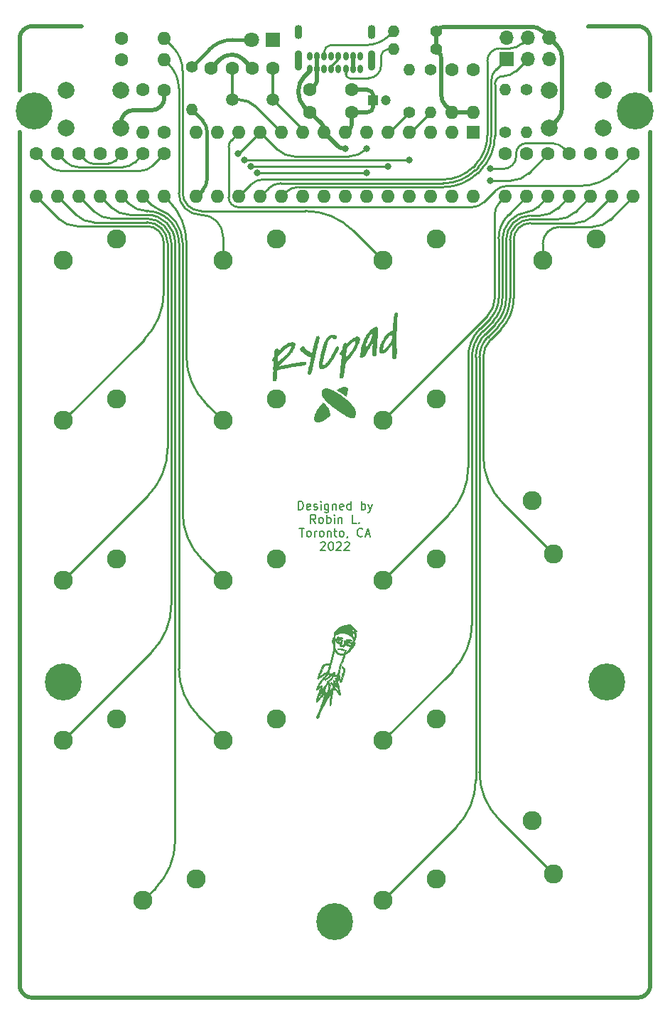
<source format=gtl>
%TF.GenerationSoftware,KiCad,Pcbnew,(6.0.2)*%
%TF.CreationDate,2022-03-23T18:03:12-04:00*%
%TF.ProjectId,RYCpad_pcb,52594370-6164-45f7-9063-622e6b696361,rev?*%
%TF.SameCoordinates,Original*%
%TF.FileFunction,Copper,L1,Top*%
%TF.FilePolarity,Positive*%
%FSLAX46Y46*%
G04 Gerber Fmt 4.6, Leading zero omitted, Abs format (unit mm)*
G04 Created by KiCad (PCBNEW (6.0.2)) date 2022-03-23 18:03:12*
%MOMM*%
%LPD*%
G01*
G04 APERTURE LIST*
%TA.AperFunction,NonConductor*%
%ADD10C,0.250000*%
%TD*%
%ADD11C,0.175000*%
%TA.AperFunction,NonConductor*%
%ADD12C,0.175000*%
%TD*%
%TA.AperFunction,EtchedComponent*%
%ADD13C,0.010000*%
%TD*%
%TA.AperFunction,ComponentPad*%
%ADD14R,1.600000X1.600000*%
%TD*%
%TA.AperFunction,ComponentPad*%
%ADD15O,1.600000X1.600000*%
%TD*%
%TA.AperFunction,ComponentPad*%
%ADD16C,1.600000*%
%TD*%
%TA.AperFunction,ComponentPad*%
%ADD17C,2.286000*%
%TD*%
%TA.AperFunction,ComponentPad*%
%ADD18C,1.400000*%
%TD*%
%TA.AperFunction,ComponentPad*%
%ADD19O,1.400000X1.400000*%
%TD*%
%TA.AperFunction,ComponentPad*%
%ADD20C,4.400000*%
%TD*%
%TA.AperFunction,ComponentPad*%
%ADD21C,2.000000*%
%TD*%
%TA.AperFunction,ComponentPad*%
%ADD22R,1.700000X1.700000*%
%TD*%
%TA.AperFunction,ComponentPad*%
%ADD23O,1.700000X1.700000*%
%TD*%
%TA.AperFunction,ComponentPad*%
%ADD24O,0.650000X1.000000*%
%TD*%
%TA.AperFunction,ComponentPad*%
%ADD25O,0.900000X2.400000*%
%TD*%
%TA.AperFunction,ComponentPad*%
%ADD26O,0.900000X1.700000*%
%TD*%
%TA.AperFunction,ComponentPad*%
%ADD27C,1.500000*%
%TD*%
%TA.AperFunction,ComponentPad*%
%ADD28R,1.200000X1.200000*%
%TD*%
%TA.AperFunction,ComponentPad*%
%ADD29C,1.200000*%
%TD*%
%TA.AperFunction,ComponentPad*%
%ADD30R,1.800000X1.800000*%
%TD*%
%TA.AperFunction,ComponentPad*%
%ADD31C,1.800000*%
%TD*%
%TA.AperFunction,ViaPad*%
%ADD32C,0.800000*%
%TD*%
%TA.AperFunction,Conductor*%
%ADD33C,0.250000*%
%TD*%
%TA.AperFunction,Conductor*%
%ADD34C,0.500000*%
%TD*%
%TA.AperFunction,Conductor*%
%ADD35C,0.300000*%
%TD*%
%TA.AperFunction,Conductor*%
%ADD36C,0.400000*%
%TD*%
G04 APERTURE END LIST*
D10*
X25400000Y38735000D02*
X24142110Y37477110D01*
X-18150000Y33215000D02*
G75*
G03*
X-21073581Y37252711I-4250731J-530D01*
G01*
X22941767Y36902790D02*
G75*
G03*
X19950000Y33570600I358233J-3330791D01*
G01*
X22941767Y36902791D02*
G75*
G03*
X24142110Y37477110I-213870J1988530D01*
G01*
X-21863597Y37738597D02*
G75*
G03*
X-21073581Y37252711I1414204J1414197D01*
G01*
X-22860000Y38735000D02*
X-21863597Y37738597D01*
D11*
D12*
X-4333333Y1454619D02*
X-4333333Y2454619D01*
X-4095238Y2454619D01*
X-3952380Y2407000D01*
X-3857142Y2311761D01*
X-3809523Y2216523D01*
X-3761904Y2026047D01*
X-3761904Y1883190D01*
X-3809523Y1692714D01*
X-3857142Y1597476D01*
X-3952380Y1502238D01*
X-4095238Y1454619D01*
X-4333333Y1454619D01*
X-2952380Y1502238D02*
X-3047619Y1454619D01*
X-3238095Y1454619D01*
X-3333333Y1502238D01*
X-3380952Y1597476D01*
X-3380952Y1978428D01*
X-3333333Y2073666D01*
X-3238095Y2121285D01*
X-3047619Y2121285D01*
X-2952380Y2073666D01*
X-2904761Y1978428D01*
X-2904761Y1883190D01*
X-3380952Y1787952D01*
X-2523809Y1502238D02*
X-2428571Y1454619D01*
X-2238095Y1454619D01*
X-2142857Y1502238D01*
X-2095238Y1597476D01*
X-2095238Y1645095D01*
X-2142857Y1740333D01*
X-2238095Y1787952D01*
X-2380952Y1787952D01*
X-2476190Y1835571D01*
X-2523809Y1930809D01*
X-2523809Y1978428D01*
X-2476190Y2073666D01*
X-2380952Y2121285D01*
X-2238095Y2121285D01*
X-2142857Y2073666D01*
X-1666666Y1454619D02*
X-1666666Y2121285D01*
X-1666666Y2454619D02*
X-1714285Y2407000D01*
X-1666666Y2359380D01*
X-1619047Y2407000D01*
X-1666666Y2454619D01*
X-1666666Y2359380D01*
X-761904Y2121285D02*
X-761904Y1311761D01*
X-809523Y1216523D01*
X-857142Y1168904D01*
X-952380Y1121285D01*
X-1095238Y1121285D01*
X-1190476Y1168904D01*
X-761904Y1502238D02*
X-857142Y1454619D01*
X-1047619Y1454619D01*
X-1142857Y1502238D01*
X-1190476Y1549857D01*
X-1238095Y1645095D01*
X-1238095Y1930809D01*
X-1190476Y2026047D01*
X-1142857Y2073666D01*
X-1047619Y2121285D01*
X-857142Y2121285D01*
X-761904Y2073666D01*
X-285714Y2121285D02*
X-285714Y1454619D01*
X-285714Y2026047D02*
X-238095Y2073666D01*
X-142857Y2121285D01*
X0Y2121285D01*
X95238Y2073666D01*
X142857Y1978428D01*
X142857Y1454619D01*
X1000000Y1502238D02*
X904761Y1454619D01*
X714285Y1454619D01*
X619047Y1502238D01*
X571428Y1597476D01*
X571428Y1978428D01*
X619047Y2073666D01*
X714285Y2121285D01*
X904761Y2121285D01*
X1000000Y2073666D01*
X1047619Y1978428D01*
X1047619Y1883190D01*
X571428Y1787952D01*
X1904761Y1454619D02*
X1904761Y2454619D01*
X1904761Y1502238D02*
X1809523Y1454619D01*
X1619047Y1454619D01*
X1523809Y1502238D01*
X1476190Y1549857D01*
X1428571Y1645095D01*
X1428571Y1930809D01*
X1476190Y2026047D01*
X1523809Y2073666D01*
X1619047Y2121285D01*
X1809523Y2121285D01*
X1904761Y2073666D01*
X3142857Y1454619D02*
X3142857Y2454619D01*
X3142857Y2073666D02*
X3238095Y2121285D01*
X3428571Y2121285D01*
X3523809Y2073666D01*
X3571428Y2026047D01*
X3619047Y1930809D01*
X3619047Y1645095D01*
X3571428Y1549857D01*
X3523809Y1502238D01*
X3428571Y1454619D01*
X3238095Y1454619D01*
X3142857Y1502238D01*
X3952380Y2121285D02*
X4190476Y1454619D01*
X4428571Y2121285D02*
X4190476Y1454619D01*
X4095238Y1216523D01*
X4047619Y1168904D01*
X3952380Y1121285D01*
X-2309523Y-155380D02*
X-2642857Y320809D01*
X-2880952Y-155380D02*
X-2880952Y844619D01*
X-2499999Y844619D01*
X-2404761Y797000D01*
X-2357142Y749380D01*
X-2309523Y654142D01*
X-2309523Y511285D01*
X-2357142Y416047D01*
X-2404761Y368428D01*
X-2499999Y320809D01*
X-2880952Y320809D01*
X-1738095Y-155380D02*
X-1833333Y-107761D01*
X-1880952Y-60142D01*
X-1928571Y35095D01*
X-1928571Y320809D01*
X-1880952Y416047D01*
X-1833333Y463666D01*
X-1738095Y511285D01*
X-1595238Y511285D01*
X-1499999Y463666D01*
X-1452380Y416047D01*
X-1404761Y320809D01*
X-1404761Y35095D01*
X-1452380Y-60142D01*
X-1499999Y-107761D01*
X-1595238Y-155380D01*
X-1738095Y-155380D01*
X-976190Y-155380D02*
X-976190Y844619D01*
X-976190Y463666D02*
X-880952Y511285D01*
X-690476Y511285D01*
X-595238Y463666D01*
X-547619Y416047D01*
X-500000Y320809D01*
X-500000Y35095D01*
X-547619Y-60142D01*
X-595238Y-107761D01*
X-690476Y-155380D01*
X-880952Y-155380D01*
X-976190Y-107761D01*
X-71428Y-155380D02*
X-71428Y511285D01*
X-71428Y844619D02*
X-119047Y797000D01*
X-71428Y749380D01*
X-23809Y797000D01*
X-71428Y844619D01*
X-71428Y749380D01*
X404761Y511285D02*
X404761Y-155380D01*
X404761Y416047D02*
X452380Y463666D01*
X547619Y511285D01*
X690476Y511285D01*
X785714Y463666D01*
X833333Y368428D01*
X833333Y-155380D01*
X2547619Y-155380D02*
X2071428Y-155380D01*
X2071428Y844619D01*
X2880952Y-60142D02*
X2928571Y-107761D01*
X2880952Y-155380D01*
X2833333Y-107761D01*
X2880952Y-60142D01*
X2880952Y-155380D01*
X-4238095Y-765380D02*
X-3666666Y-765380D01*
X-3952380Y-1765380D02*
X-3952380Y-765380D01*
X-3190476Y-1765380D02*
X-3285714Y-1717761D01*
X-3333333Y-1670142D01*
X-3380952Y-1574904D01*
X-3380952Y-1289190D01*
X-3333333Y-1193952D01*
X-3285714Y-1146333D01*
X-3190476Y-1098714D01*
X-3047619Y-1098714D01*
X-2952380Y-1146333D01*
X-2904761Y-1193952D01*
X-2857142Y-1289190D01*
X-2857142Y-1574904D01*
X-2904761Y-1670142D01*
X-2952380Y-1717761D01*
X-3047619Y-1765380D01*
X-3190476Y-1765380D01*
X-2428571Y-1765380D02*
X-2428571Y-1098714D01*
X-2428571Y-1289190D02*
X-2380952Y-1193952D01*
X-2333333Y-1146333D01*
X-2238095Y-1098714D01*
X-2142857Y-1098714D01*
X-1666666Y-1765380D02*
X-1761904Y-1717761D01*
X-1809523Y-1670142D01*
X-1857142Y-1574904D01*
X-1857142Y-1289190D01*
X-1809523Y-1193952D01*
X-1761904Y-1146333D01*
X-1666666Y-1098714D01*
X-1523809Y-1098714D01*
X-1428571Y-1146333D01*
X-1380952Y-1193952D01*
X-1333333Y-1289190D01*
X-1333333Y-1574904D01*
X-1380952Y-1670142D01*
X-1428571Y-1717761D01*
X-1523809Y-1765380D01*
X-1666666Y-1765380D01*
X-904761Y-1098714D02*
X-904761Y-1765380D01*
X-904761Y-1193952D02*
X-857142Y-1146333D01*
X-761904Y-1098714D01*
X-619047Y-1098714D01*
X-523809Y-1146333D01*
X-476190Y-1241571D01*
X-476190Y-1765380D01*
X-142857Y-1098714D02*
X238095Y-1098714D01*
X0Y-765380D02*
X0Y-1622523D01*
X47619Y-1717761D01*
X142857Y-1765380D01*
X238095Y-1765380D01*
X714285Y-1765380D02*
X619047Y-1717761D01*
X571428Y-1670142D01*
X523809Y-1574904D01*
X523809Y-1289190D01*
X571428Y-1193952D01*
X619047Y-1146333D01*
X714285Y-1098714D01*
X857142Y-1098714D01*
X952380Y-1146333D01*
X1000000Y-1193952D01*
X1047619Y-1289190D01*
X1047619Y-1574904D01*
X1000000Y-1670142D01*
X952380Y-1717761D01*
X857142Y-1765380D01*
X714285Y-1765380D01*
X1523809Y-1717761D02*
X1523809Y-1765380D01*
X1476190Y-1860619D01*
X1428571Y-1908238D01*
X3285714Y-1670142D02*
X3238095Y-1717761D01*
X3095238Y-1765380D01*
X2999999Y-1765380D01*
X2857142Y-1717761D01*
X2761904Y-1622523D01*
X2714285Y-1527285D01*
X2666666Y-1336809D01*
X2666666Y-1193952D01*
X2714285Y-1003476D01*
X2761904Y-908238D01*
X2857142Y-813000D01*
X2999999Y-765380D01*
X3095238Y-765380D01*
X3238095Y-813000D01*
X3285714Y-860619D01*
X3666666Y-1479666D02*
X4142857Y-1479666D01*
X3571428Y-1765380D02*
X3904761Y-765380D01*
X4238095Y-1765380D01*
X-1714285Y-2470619D02*
X-1666666Y-2423000D01*
X-1571428Y-2375380D01*
X-1333333Y-2375380D01*
X-1238095Y-2423000D01*
X-1190476Y-2470619D01*
X-1142857Y-2565857D01*
X-1142857Y-2661095D01*
X-1190476Y-2803952D01*
X-1761904Y-3375380D01*
X-1142857Y-3375380D01*
X-523809Y-2375380D02*
X-428571Y-2375380D01*
X-333333Y-2423000D01*
X-285714Y-2470619D01*
X-238095Y-2565857D01*
X-190476Y-2756333D01*
X-190476Y-2994428D01*
X-238095Y-3184904D01*
X-285714Y-3280142D01*
X-333333Y-3327761D01*
X-428571Y-3375380D01*
X-523809Y-3375380D01*
X-619047Y-3327761D01*
X-666666Y-3280142D01*
X-714285Y-3184904D01*
X-761904Y-2994428D01*
X-761904Y-2756333D01*
X-714285Y-2565857D01*
X-666666Y-2470619D01*
X-619047Y-2423000D01*
X-523809Y-2375380D01*
X190476Y-2470619D02*
X238095Y-2423000D01*
X333333Y-2375380D01*
X571428Y-2375380D01*
X666666Y-2423000D01*
X714285Y-2470619D01*
X761904Y-2565857D01*
X761904Y-2661095D01*
X714285Y-2803952D01*
X142857Y-3375380D01*
X761904Y-3375380D01*
X1142857Y-2470619D02*
X1190476Y-2423000D01*
X1285714Y-2375380D01*
X1523809Y-2375380D01*
X1619047Y-2423000D01*
X1666666Y-2470619D01*
X1714285Y-2565857D01*
X1714285Y-2661095D01*
X1666666Y-2803952D01*
X1095238Y-3375380D01*
X1714285Y-3375380D01*
D13*
X410143Y-13675696D02*
X508000Y-13687988D01*
X508000Y-13687988D02*
X688898Y-13717406D01*
X688898Y-13717406D02*
X813110Y-13749066D01*
X813110Y-13749066D02*
X887446Y-13785590D01*
X887446Y-13785590D02*
X918717Y-13829599D01*
X918717Y-13829599D02*
X920750Y-13846851D01*
X920750Y-13846851D02*
X895195Y-13893070D01*
X895195Y-13893070D02*
X820114Y-13902402D01*
X820114Y-13902402D02*
X698500Y-13874750D01*
X698500Y-13874750D02*
X621745Y-13859769D01*
X621745Y-13859769D02*
X511738Y-13849118D01*
X511738Y-13849118D02*
X440450Y-13846164D01*
X440450Y-13846164D02*
X311142Y-13833299D01*
X311142Y-13833299D02*
X227902Y-13802576D01*
X227902Y-13802576D02*
X196344Y-13757807D01*
X196344Y-13757807D02*
X222084Y-13702806D01*
X222084Y-13702806D02*
X224977Y-13699855D01*
X224977Y-13699855D02*
X260302Y-13677704D01*
X260302Y-13677704D02*
X317016Y-13669861D01*
X317016Y-13669861D02*
X410143Y-13675696D01*
X410143Y-13675696D02*
X410143Y-13675696D01*
G36*
X410143Y-13675696D02*
G01*
X508000Y-13687988D01*
X688898Y-13717406D01*
X813110Y-13749066D01*
X887446Y-13785590D01*
X918717Y-13829599D01*
X920750Y-13846851D01*
X895195Y-13893070D01*
X820114Y-13902402D01*
X698500Y-13874750D01*
X621745Y-13859769D01*
X511738Y-13849118D01*
X440450Y-13846164D01*
X311142Y-13833299D01*
X227902Y-13802576D01*
X196344Y-13757807D01*
X222084Y-13702806D01*
X224977Y-13699855D01*
X260302Y-13677704D01*
X317016Y-13669861D01*
X410143Y-13675696D01*
G37*
X410143Y-13675696D02*
X508000Y-13687988D01*
X688898Y-13717406D01*
X813110Y-13749066D01*
X887446Y-13785590D01*
X918717Y-13829599D01*
X920750Y-13846851D01*
X895195Y-13893070D01*
X820114Y-13902402D01*
X698500Y-13874750D01*
X621745Y-13859769D01*
X511738Y-13849118D01*
X440450Y-13846164D01*
X311142Y-13833299D01*
X227902Y-13802576D01*
X196344Y-13757807D01*
X222084Y-13702806D01*
X224977Y-13699855D01*
X260302Y-13677704D01*
X317016Y-13669861D01*
X410143Y-13675696D01*
X2040830Y-12436793D02*
X2159758Y-12553485D01*
X2159758Y-12553485D02*
X2289188Y-12677374D01*
X2289188Y-12677374D02*
X2403012Y-12783499D01*
X2403012Y-12783499D02*
X2413000Y-12792599D01*
X2413000Y-12792599D02*
X2502820Y-12877628D01*
X2502820Y-12877628D02*
X2550677Y-12934605D01*
X2550677Y-12934605D02*
X2564136Y-12975214D01*
X2564136Y-12975214D02*
X2552632Y-13008180D01*
X2552632Y-13008180D02*
X2494881Y-13057569D01*
X2494881Y-13057569D02*
X2441507Y-13075750D01*
X2441507Y-13075750D02*
X2360811Y-13097106D01*
X2360811Y-13097106D02*
X2341271Y-13128831D01*
X2341271Y-13128831D02*
X2383850Y-13168866D01*
X2383850Y-13168866D02*
X2394964Y-13175093D01*
X2394964Y-13175093D02*
X2475753Y-13252129D01*
X2475753Y-13252129D02*
X2512518Y-13367003D01*
X2512518Y-13367003D02*
X2504634Y-13493750D01*
X2504634Y-13493750D02*
X2472265Y-13628144D01*
X2472265Y-13628144D02*
X2428440Y-13785289D01*
X2428440Y-13785289D02*
X2380305Y-13941518D01*
X2380305Y-13941518D02*
X2335003Y-14073168D01*
X2335003Y-14073168D02*
X2312923Y-14128750D01*
X2312923Y-14128750D02*
X2284181Y-14203554D01*
X2284181Y-14203554D02*
X2285143Y-14245166D01*
X2285143Y-14245166D02*
X2317374Y-14277318D01*
X2317374Y-14277318D02*
X2322988Y-14281362D01*
X2322988Y-14281362D02*
X2366582Y-14330363D01*
X2366582Y-14330363D02*
X2377599Y-14400385D01*
X2377599Y-14400385D02*
X2356009Y-14503868D01*
X2356009Y-14503868D02*
X2322194Y-14600990D01*
X2322194Y-14600990D02*
X2264292Y-14724044D01*
X2264292Y-14724044D02*
X2186237Y-14850867D01*
X2186237Y-14850867D02*
X2098173Y-14968844D01*
X2098173Y-14968844D02*
X2010246Y-15065362D01*
X2010246Y-15065362D02*
X1932602Y-15127805D01*
X1932602Y-15127805D02*
X1884871Y-15144749D01*
X1884871Y-15144749D02*
X1846286Y-15171775D01*
X1846286Y-15171775D02*
X1823062Y-15223030D01*
X1823062Y-15223030D02*
X1785182Y-15292369D01*
X1785182Y-15292369D02*
X1708083Y-15383402D01*
X1708083Y-15383402D02*
X1605776Y-15483202D01*
X1605776Y-15483202D02*
X1492275Y-15578842D01*
X1492275Y-15578842D02*
X1381591Y-15657396D01*
X1381591Y-15657396D02*
X1308998Y-15697259D01*
X1308998Y-15697259D02*
X1214416Y-15751829D01*
X1214416Y-15751829D02*
X1176269Y-15807251D01*
X1176269Y-15807251D02*
X1174750Y-15822005D01*
X1174750Y-15822005D02*
X1165674Y-15899023D01*
X1165674Y-15899023D02*
X1145659Y-15983870D01*
X1145659Y-15983870D02*
X1077996Y-16205793D01*
X1077996Y-16205793D02*
X1020113Y-16382741D01*
X1020113Y-16382741D02*
X965979Y-16531241D01*
X965979Y-16531241D02*
X909563Y-16667818D01*
X909563Y-16667818D02*
X844834Y-16808999D01*
X844834Y-16808999D02*
X843584Y-16811625D01*
X843584Y-16811625D02*
X757780Y-17011707D01*
X757780Y-17011707D02*
X681623Y-17227487D01*
X681623Y-17227487D02*
X616975Y-17449142D01*
X616975Y-17449142D02*
X565694Y-17666853D01*
X565694Y-17666853D02*
X529641Y-17870796D01*
X529641Y-17870796D02*
X510675Y-18051152D01*
X510675Y-18051152D02*
X510655Y-18198099D01*
X510655Y-18198099D02*
X531442Y-18301815D01*
X531442Y-18301815D02*
X554389Y-18338925D01*
X554389Y-18338925D02*
X586873Y-18391348D01*
X586873Y-18391348D02*
X570719Y-18431815D01*
X570719Y-18431815D02*
X552045Y-18485932D01*
X552045Y-18485932D02*
X564092Y-18576692D01*
X564092Y-18576692D02*
X570486Y-18601736D01*
X570486Y-18601736D02*
X605351Y-18702750D01*
X605351Y-18702750D02*
X638485Y-18745788D01*
X638485Y-18745788D02*
X667234Y-18729056D01*
X667234Y-18729056D02*
X683891Y-18678236D01*
X683891Y-18678236D02*
X710951Y-18579288D01*
X710951Y-18579288D02*
X735453Y-18510250D01*
X735453Y-18510250D02*
X786616Y-18374289D01*
X786616Y-18374289D02*
X840348Y-18207597D01*
X840348Y-18207597D02*
X900528Y-17997705D01*
X900528Y-17997705D02*
X936383Y-17864616D01*
X936383Y-17864616D02*
X1019118Y-17552358D01*
X1019118Y-17552358D02*
X890559Y-17412888D01*
X890559Y-17412888D02*
X807460Y-17316354D01*
X807460Y-17316354D02*
X769378Y-17252285D01*
X769378Y-17252285D02*
X773128Y-17211811D01*
X773128Y-17211811D02*
X809814Y-17188158D01*
X809814Y-17188158D02*
X862133Y-17199180D01*
X862133Y-17199180D02*
X942249Y-17255067D01*
X942249Y-17255067D02*
X992050Y-17300280D01*
X992050Y-17300280D02*
X1067912Y-17370235D01*
X1067912Y-17370235D02*
X1126515Y-17417587D01*
X1126515Y-17417587D02*
X1150611Y-17430749D01*
X1150611Y-17430749D02*
X1168486Y-17458479D01*
X1168486Y-17458479D02*
X1173937Y-17528213D01*
X1173937Y-17528213D02*
X1167392Y-17619769D01*
X1167392Y-17619769D02*
X1149278Y-17712965D01*
X1149278Y-17712965D02*
X1144275Y-17730120D01*
X1144275Y-17730120D02*
X1034280Y-18085311D01*
X1034280Y-18085311D02*
X944261Y-18383241D01*
X944261Y-18383241D02*
X873424Y-18626658D01*
X873424Y-18626658D02*
X820975Y-18818309D01*
X820975Y-18818309D02*
X786120Y-18960941D01*
X786120Y-18960941D02*
X779718Y-18990935D01*
X779718Y-18990935D02*
X750490Y-19060119D01*
X750490Y-19060119D02*
X714649Y-19093126D01*
X714649Y-19093126D02*
X645007Y-19099209D01*
X645007Y-19099209D02*
X588662Y-19073064D01*
X588662Y-19073064D02*
X571500Y-19036691D01*
X571500Y-19036691D02*
X558960Y-18985786D01*
X558960Y-18985786D02*
X527559Y-18904354D01*
X527559Y-18904354D02*
X513781Y-18873401D01*
X513781Y-18873401D02*
X468171Y-18773956D01*
X468171Y-18773956D02*
X427773Y-18684843D01*
X427773Y-18684843D02*
X420680Y-18669000D01*
X420680Y-18669000D02*
X399781Y-18628118D01*
X399781Y-18628118D02*
X388860Y-18631940D01*
X388860Y-18631940D02*
X384290Y-18687797D01*
X384290Y-18687797D02*
X383148Y-18744874D01*
X383148Y-18744874D02*
X371207Y-18860033D01*
X371207Y-18860033D02*
X341359Y-18928921D01*
X341359Y-18928921D02*
X334355Y-18935374D01*
X334355Y-18935374D02*
X313585Y-18954607D01*
X313585Y-18954607D02*
X303718Y-18981148D01*
X303718Y-18981148D02*
X306169Y-19026646D01*
X306169Y-19026646D02*
X322354Y-19102748D01*
X322354Y-19102748D02*
X353689Y-19221102D01*
X353689Y-19221102D02*
X381085Y-19319875D01*
X381085Y-19319875D02*
X404679Y-19411534D01*
X404679Y-19411534D02*
X435520Y-19540840D01*
X435520Y-19540840D02*
X467805Y-19683292D01*
X467805Y-19683292D02*
X475130Y-19716750D01*
X475130Y-19716750D02*
X512056Y-19886447D01*
X512056Y-19886447D02*
X553263Y-20075410D01*
X553263Y-20075410D02*
X590036Y-20243666D01*
X590036Y-20243666D02*
X591122Y-20248623D01*
X591122Y-20248623D02*
X618268Y-20377692D01*
X618268Y-20377692D02*
X630901Y-20459927D01*
X630901Y-20459927D02*
X629238Y-20510260D01*
X629238Y-20510260D02*
X613497Y-20543625D01*
X613497Y-20543625D02*
X595710Y-20563396D01*
X595710Y-20563396D02*
X546747Y-20597853D01*
X546747Y-20597853D02*
X501894Y-20581848D01*
X501894Y-20581848D02*
X493718Y-20575322D01*
X493718Y-20575322D02*
X452870Y-20528070D01*
X452870Y-20528070D02*
X444500Y-20504395D01*
X444500Y-20504395D02*
X426531Y-20460250D01*
X426531Y-20460250D02*
X380324Y-20383418D01*
X380324Y-20383418D02*
X317423Y-20290704D01*
X317423Y-20290704D02*
X249375Y-20198914D01*
X249375Y-20198914D02*
X187726Y-20124852D01*
X187726Y-20124852D02*
X173355Y-20109752D01*
X173355Y-20109752D02*
X56958Y-20018041D01*
X56958Y-20018041D02*
X-73580Y-19973058D01*
X-73580Y-19973058D02*
X-124688Y-19965996D01*
X-124688Y-19965996D02*
X-200782Y-19964960D01*
X-200782Y-19964960D02*
X-239491Y-19993004D01*
X-239491Y-19993004D02*
X-261093Y-20050125D01*
X-261093Y-20050125D02*
X-278166Y-20127626D01*
X-278166Y-20127626D02*
X-297942Y-20244930D01*
X-297942Y-20244930D02*
X-316542Y-20378682D01*
X-316542Y-20378682D02*
X-319070Y-20399375D01*
X-319070Y-20399375D02*
X-338020Y-20549452D01*
X-338020Y-20549452D02*
X-358881Y-20701968D01*
X-358881Y-20701968D02*
X-377242Y-20824703D01*
X-377242Y-20824703D02*
X-377775Y-20828000D01*
X-377775Y-20828000D02*
X-397530Y-20954737D01*
X-397530Y-20954737D02*
X-421471Y-21117769D01*
X-421471Y-21117769D02*
X-450741Y-21325097D01*
X-450741Y-21325097D02*
X-486482Y-21584725D01*
X-486482Y-21584725D02*
X-500164Y-21685250D01*
X-500164Y-21685250D02*
X-517792Y-21787476D01*
X-517792Y-21787476D02*
X-539727Y-21840609D01*
X-539727Y-21840609D02*
X-573130Y-21858990D01*
X-573130Y-21858990D02*
X-587375Y-21859875D01*
X-587375Y-21859875D02*
X-631166Y-21833743D01*
X-631166Y-21833743D02*
X-657121Y-21754548D01*
X-657121Y-21754548D02*
X-665158Y-21621092D01*
X-665158Y-21621092D02*
X-655195Y-21432174D01*
X-655195Y-21432174D02*
X-627147Y-21186595D01*
X-627147Y-21186595D02*
X-580933Y-20883156D01*
X-580933Y-20883156D02*
X-516469Y-20520657D01*
X-516469Y-20520657D02*
X-482404Y-20342662D01*
X-482404Y-20342662D02*
X-467749Y-20258070D01*
X-467749Y-20258070D02*
X-462847Y-20208887D01*
X-462847Y-20208887D02*
X-465384Y-20203300D01*
X-465384Y-20203300D02*
X-481900Y-20233083D01*
X-481900Y-20233083D02*
X-522643Y-20310788D01*
X-522643Y-20310788D02*
X-583150Y-20427688D01*
X-583150Y-20427688D02*
X-658957Y-20575056D01*
X-658957Y-20575056D02*
X-745601Y-20744165D01*
X-745601Y-20744165D02*
X-838618Y-20926288D01*
X-838618Y-20926288D02*
X-933543Y-21112698D01*
X-933543Y-21112698D02*
X-1025914Y-21294670D01*
X-1025914Y-21294670D02*
X-1111266Y-21463474D01*
X-1111266Y-21463474D02*
X-1185136Y-21610386D01*
X-1185136Y-21610386D02*
X-1186728Y-21613564D01*
X-1186728Y-21613564D02*
X-1222197Y-21667753D01*
X-1222197Y-21667753D02*
X-1246188Y-21685002D01*
X-1246188Y-21685002D02*
X-1269510Y-21709474D01*
X-1269510Y-21709474D02*
X-1270000Y-21715602D01*
X-1270000Y-21715602D02*
X-1285190Y-21757197D01*
X-1285190Y-21757197D02*
X-1324657Y-21834597D01*
X-1324657Y-21834597D02*
X-1369907Y-21914040D01*
X-1369907Y-21914040D02*
X-1444925Y-22042831D01*
X-1444925Y-22042831D02*
X-1525724Y-22185351D01*
X-1525724Y-22185351D02*
X-1565252Y-22256750D01*
X-1565252Y-22256750D02*
X-1625870Y-22364515D01*
X-1625870Y-22364515D02*
X-1683106Y-22461107D01*
X-1683106Y-22461107D02*
X-1714709Y-22510750D01*
X-1714709Y-22510750D02*
X-1746443Y-22573454D01*
X-1746443Y-22573454D02*
X-1789746Y-22680516D01*
X-1789746Y-22680516D02*
X-1838236Y-22815379D01*
X-1838236Y-22815379D02*
X-1873757Y-22923500D01*
X-1873757Y-22923500D02*
X-1939928Y-23112873D01*
X-1939928Y-23112873D02*
X-2004682Y-23259193D01*
X-2004682Y-23259193D02*
X-2064812Y-23356412D01*
X-2064812Y-23356412D02*
X-2117108Y-23398485D01*
X-2117108Y-23398485D02*
X-2126435Y-23399750D01*
X-2126435Y-23399750D02*
X-2163375Y-23380157D01*
X-2163375Y-23380157D02*
X-2184400Y-23361650D01*
X-2184400Y-23361650D02*
X-2216547Y-23299663D01*
X-2216547Y-23299663D02*
X-2215530Y-23206426D01*
X-2215530Y-23206426D02*
X-2180100Y-23076080D01*
X-2180100Y-23076080D02*
X-2109010Y-22902770D01*
X-2109010Y-22902770D02*
X-2068021Y-22815349D01*
X-2068021Y-22815349D02*
X-1999566Y-22671441D01*
X-1999566Y-22671441D02*
X-1942157Y-22545076D01*
X-1942157Y-22545076D02*
X-1889435Y-22420688D01*
X-1889435Y-22420688D02*
X-1835040Y-22282706D01*
X-1835040Y-22282706D02*
X-1772613Y-22115565D01*
X-1772613Y-22115565D02*
X-1697162Y-21907500D01*
X-1697162Y-21907500D02*
X-1652158Y-21780500D01*
X-1652158Y-21780500D02*
X-1492250Y-21780500D01*
X-1492250Y-21780500D02*
X-1480634Y-21806633D01*
X-1480634Y-21806633D02*
X-1471084Y-21801666D01*
X-1471084Y-21801666D02*
X-1467284Y-21763986D01*
X-1467284Y-21763986D02*
X-1471084Y-21759333D01*
X-1471084Y-21759333D02*
X-1489959Y-21763691D01*
X-1489959Y-21763691D02*
X-1492250Y-21780500D01*
X-1492250Y-21780500D02*
X-1652158Y-21780500D01*
X-1652158Y-21780500D02*
X-1627714Y-21711518D01*
X-1627714Y-21711518D02*
X-1456500Y-21711518D01*
X-1456500Y-21711518D02*
X-1441271Y-21706120D01*
X-1441271Y-21706120D02*
X-1405552Y-21660273D01*
X-1405552Y-21660273D02*
X-1355281Y-21581069D01*
X-1355281Y-21581069D02*
X-1320551Y-21520389D01*
X-1320551Y-21520389D02*
X-1252872Y-21348936D01*
X-1252872Y-21348936D02*
X-1239341Y-21234639D01*
X-1239341Y-21234639D02*
X-1240742Y-21171050D01*
X-1240742Y-21171050D02*
X-1246458Y-21145846D01*
X-1246458Y-21145846D02*
X-1260696Y-21164433D01*
X-1260696Y-21164433D02*
X-1287660Y-21232215D01*
X-1287660Y-21232215D02*
X-1330593Y-21351875D01*
X-1330593Y-21351875D02*
X-1375260Y-21477058D01*
X-1375260Y-21477058D02*
X-1414281Y-21585262D01*
X-1414281Y-21585262D02*
X-1440887Y-21657745D01*
X-1440887Y-21657745D02*
X-1445300Y-21669375D01*
X-1445300Y-21669375D02*
X-1456500Y-21711518D01*
X-1456500Y-21711518D02*
X-1627714Y-21711518D01*
X-1627714Y-21711518D02*
X-1579483Y-21575414D01*
X-1579483Y-21575414D02*
X-1485099Y-21297565D01*
X-1485099Y-21297565D02*
X-1412691Y-21069654D01*
X-1412691Y-21069654D02*
X-1411690Y-21066125D01*
X-1411690Y-21066125D02*
X-1238250Y-21066125D01*
X-1238250Y-21066125D02*
X-1222375Y-21082000D01*
X-1222375Y-21082000D02*
X-1206500Y-21066125D01*
X-1206500Y-21066125D02*
X-1222375Y-21050250D01*
X-1222375Y-21050250D02*
X-1238250Y-21066125D01*
X-1238250Y-21066125D02*
X-1411690Y-21066125D01*
X-1411690Y-21066125D02*
X-1379014Y-20951036D01*
X-1379014Y-20951036D02*
X-1071251Y-20951036D01*
X-1071251Y-20951036D02*
X-1047992Y-20935818D01*
X-1047992Y-20935818D02*
X-1043811Y-20931716D01*
X-1043811Y-20931716D02*
X-1018732Y-20890088D01*
X-1018732Y-20890088D02*
X-1022132Y-20874784D01*
X-1022132Y-20874784D02*
X-1045750Y-20884312D01*
X-1045750Y-20884312D02*
X-1061584Y-20913943D01*
X-1061584Y-20913943D02*
X-1071251Y-20951036D01*
X-1071251Y-20951036D02*
X-1379014Y-20951036D01*
X-1379014Y-20951036D02*
X-1360941Y-20887384D01*
X-1360941Y-20887384D02*
X-1336331Y-20780375D01*
X-1336331Y-20780375D02*
X-1174750Y-20780375D01*
X-1174750Y-20780375D02*
X-1158875Y-20796250D01*
X-1158875Y-20796250D02*
X-1143000Y-20780375D01*
X-1143000Y-20780375D02*
X-1157002Y-20766373D01*
X-1157002Y-20766373D02*
X-1016000Y-20766373D01*
X-1016000Y-20766373D02*
X-1005797Y-20795221D01*
X-1005797Y-20795221D02*
X-982384Y-20770055D01*
X-982384Y-20770055D02*
X-972136Y-20746975D01*
X-972136Y-20746975D02*
X-969917Y-20714201D01*
X-969917Y-20714201D02*
X-984614Y-20717099D01*
X-984614Y-20717099D02*
X-1014872Y-20757750D01*
X-1014872Y-20757750D02*
X-1016000Y-20766373D01*
X-1016000Y-20766373D02*
X-1157002Y-20766373D01*
X-1157002Y-20766373D02*
X-1158875Y-20764500D01*
X-1158875Y-20764500D02*
X-1174750Y-20780375D01*
X-1174750Y-20780375D02*
X-1336331Y-20780375D01*
X-1336331Y-20780375D02*
X-1328530Y-20746456D01*
X-1328530Y-20746456D02*
X-1316148Y-20665570D01*
X-1316148Y-20665570D02*
X-1294678Y-20462875D01*
X-1294678Y-20462875D02*
X-1376251Y-20574000D01*
X-1376251Y-20574000D02*
X-1434931Y-20650511D01*
X-1434931Y-20650511D02*
X-1482535Y-20706797D01*
X-1482535Y-20706797D02*
X-1492508Y-20716875D01*
X-1492508Y-20716875D02*
X-1540906Y-20764779D01*
X-1540906Y-20764779D02*
X-1581160Y-20807287D01*
X-1581160Y-20807287D02*
X-1626931Y-20856220D01*
X-1626931Y-20856220D02*
X-1703097Y-20936818D01*
X-1703097Y-20936818D02*
X-1796182Y-21034840D01*
X-1796182Y-21034840D02*
X-1836494Y-21077162D01*
X-1836494Y-21077162D02*
X-1932235Y-21179810D01*
X-1932235Y-21179810D02*
X-2015547Y-21273145D01*
X-2015547Y-21273145D02*
X-2073168Y-21342153D01*
X-2073168Y-21342153D02*
X-2086208Y-21359812D01*
X-2086208Y-21359812D02*
X-2146389Y-21421787D01*
X-2146389Y-21421787D02*
X-2197137Y-21426941D01*
X-2197137Y-21426941D02*
X-2231746Y-21381895D01*
X-2231746Y-21381895D02*
X-2243510Y-21293270D01*
X-2243510Y-21293270D02*
X-2235248Y-21212675D01*
X-2235248Y-21212675D02*
X-2196563Y-21030182D01*
X-2196563Y-21030182D02*
X-2192288Y-21014178D01*
X-2192288Y-21014178D02*
X-2027339Y-21014178D01*
X-2027339Y-21014178D02*
X-2010222Y-21027558D01*
X-2010222Y-21027558D02*
X-1964801Y-20990711D01*
X-1964801Y-20990711D02*
X-1931786Y-20955000D01*
X-1931786Y-20955000D02*
X-1851001Y-20864321D01*
X-1851001Y-20864321D02*
X-1756267Y-20758803D01*
X-1756267Y-20758803D02*
X-1710466Y-20708087D01*
X-1710466Y-20708087D02*
X-1636879Y-20618618D01*
X-1636879Y-20618618D02*
X-1599903Y-20544113D01*
X-1599903Y-20544113D02*
X-1587945Y-20458204D01*
X-1587945Y-20458204D02*
X-1587500Y-20428401D01*
X-1587500Y-20428401D02*
X-1592157Y-20341504D01*
X-1592157Y-20341504D02*
X-1608185Y-20308707D01*
X-1608185Y-20308707D02*
X-1638667Y-20331446D01*
X-1638667Y-20331446D02*
X-1686690Y-20411153D01*
X-1686690Y-20411153D02*
X-1728684Y-20494010D01*
X-1728684Y-20494010D02*
X-1795874Y-20610397D01*
X-1795874Y-20610397D02*
X-1853159Y-20664883D01*
X-1853159Y-20664883D02*
X-1871931Y-20669250D01*
X-1871931Y-20669250D02*
X-1917428Y-20692439D01*
X-1917428Y-20692439D02*
X-1959447Y-20767228D01*
X-1959447Y-20767228D02*
X-1980721Y-20826028D01*
X-1980721Y-20826028D02*
X-2017166Y-20947894D01*
X-2017166Y-20947894D02*
X-2027339Y-21014178D01*
X-2027339Y-21014178D02*
X-2192288Y-21014178D01*
X-2192288Y-21014178D02*
X-2144817Y-20836498D01*
X-2144817Y-20836498D02*
X-2086496Y-20652978D01*
X-2086496Y-20652978D02*
X-2028084Y-20500973D01*
X-2028084Y-20500973D02*
X-2002706Y-20447000D01*
X-2002706Y-20447000D02*
X-1981735Y-20390738D01*
X-1981735Y-20390738D02*
X-1953999Y-20296962D01*
X-1953999Y-20296962D02*
X-1935187Y-20224750D01*
X-1935187Y-20224750D02*
X-1910482Y-20143798D01*
X-1910482Y-20143798D02*
X-1714500Y-20143798D01*
X-1714500Y-20143798D02*
X-1702652Y-20161794D01*
X-1702652Y-20161794D02*
X-1687486Y-20145375D01*
X-1687486Y-20145375D02*
X-1458219Y-20145375D01*
X-1458219Y-20145375D02*
X-1456015Y-20272375D01*
X-1456015Y-20272375D02*
X-1411279Y-20171251D01*
X-1411279Y-20171251D02*
X-1262915Y-20171251D01*
X-1262915Y-20171251D02*
X-1245695Y-20190135D01*
X-1245695Y-20190135D02*
X-1209378Y-20201449D01*
X-1209378Y-20201449D02*
X-1206500Y-20202199D01*
X-1206500Y-20202199D02*
X-1174304Y-20217185D01*
X-1174304Y-20217185D02*
X-1155220Y-20250512D01*
X-1155220Y-20250512D02*
X-1145923Y-20316005D01*
X-1145923Y-20316005D02*
X-1143089Y-20427490D01*
X-1143089Y-20427490D02*
X-1143000Y-20466252D01*
X-1143000Y-20466252D02*
X-1140059Y-20577663D01*
X-1140059Y-20577663D02*
X-1132244Y-20654964D01*
X-1132244Y-20654964D02*
X-1121063Y-20685316D01*
X-1121063Y-20685316D02*
X-1117437Y-20683537D01*
X-1117437Y-20683537D02*
X-1095704Y-20640064D01*
X-1095704Y-20640064D02*
X-1062334Y-20553720D01*
X-1062334Y-20553720D02*
X-1024188Y-20442381D01*
X-1024188Y-20442381D02*
X-1020556Y-20431125D01*
X-1020556Y-20431125D02*
X-963846Y-20260544D01*
X-963846Y-20260544D02*
X-956395Y-20240625D01*
X-956395Y-20240625D02*
X-671820Y-20240625D01*
X-671820Y-20240625D02*
X-555908Y-20010437D01*
X-555908Y-20010437D02*
X-495625Y-19895202D01*
X-495625Y-19895202D02*
X-451015Y-19826242D01*
X-451015Y-19826242D02*
X-411568Y-19791978D01*
X-411568Y-19791978D02*
X-366778Y-19780832D01*
X-366778Y-19780832D02*
X-346998Y-19780250D01*
X-346998Y-19780250D02*
X-284702Y-19768126D01*
X-284702Y-19768126D02*
X-256027Y-19726480D01*
X-256027Y-19726480D02*
X-260077Y-19647401D01*
X-260077Y-19647401D02*
X-295958Y-19522976D01*
X-295958Y-19522976D02*
X-312579Y-19476213D01*
X-312579Y-19476213D02*
X-367103Y-19335156D01*
X-367103Y-19335156D02*
X-407424Y-19251097D01*
X-407424Y-19251097D02*
X-436144Y-19219797D01*
X-436144Y-19219797D02*
X-455860Y-19237019D01*
X-455860Y-19237019D02*
X-457174Y-19240500D01*
X-457174Y-19240500D02*
X-546431Y-19505685D01*
X-546431Y-19505685D02*
X-608278Y-19724188D01*
X-608278Y-19724188D02*
X-645133Y-19905384D01*
X-645133Y-19905384D02*
X-657573Y-20018375D01*
X-657573Y-20018375D02*
X-671820Y-20240625D01*
X-671820Y-20240625D02*
X-956395Y-20240625D01*
X-956395Y-20240625D02*
X-916608Y-20134278D01*
X-916608Y-20134278D02*
X-872157Y-20035230D01*
X-872157Y-20035230D02*
X-846729Y-19986625D01*
X-846729Y-19986625D02*
X-831842Y-19930357D01*
X-831842Y-19930357D02*
X-818067Y-19826202D01*
X-818067Y-19826202D02*
X-807067Y-19689769D01*
X-807067Y-19689769D02*
X-801079Y-19558000D01*
X-801079Y-19558000D02*
X-790292Y-19192875D01*
X-790292Y-19192875D02*
X-896081Y-19311352D01*
X-896081Y-19311352D02*
X-939206Y-19362385D01*
X-939206Y-19362385D02*
X-976234Y-19415427D01*
X-976234Y-19415427D02*
X-1012268Y-19481243D01*
X-1012268Y-19481243D02*
X-1052415Y-19570600D01*
X-1052415Y-19570600D02*
X-1101780Y-19694265D01*
X-1101780Y-19694265D02*
X-1165466Y-19863004D01*
X-1165466Y-19863004D02*
X-1193625Y-19938862D01*
X-1193625Y-19938862D02*
X-1237517Y-20058646D01*
X-1237517Y-20058646D02*
X-1260402Y-20131765D01*
X-1260402Y-20131765D02*
X-1262915Y-20171251D01*
X-1262915Y-20171251D02*
X-1411279Y-20171251D01*
X-1411279Y-20171251D02*
X-1399831Y-20145375D01*
X-1399831Y-20145375D02*
X-1357862Y-20040460D01*
X-1357862Y-20040460D02*
X-1324917Y-19941124D01*
X-1324917Y-19941124D02*
X-1320109Y-19923125D01*
X-1320109Y-19923125D02*
X-1296572Y-19827875D01*
X-1296572Y-19827875D02*
X-1378497Y-19923125D01*
X-1378497Y-19923125D02*
X-1442338Y-20028133D01*
X-1442338Y-20028133D02*
X-1458219Y-20145375D01*
X-1458219Y-20145375D02*
X-1687486Y-20145375D01*
X-1687486Y-20145375D02*
X-1670999Y-20127527D01*
X-1670999Y-20127527D02*
X-1633600Y-20063049D01*
X-1633600Y-20063049D02*
X-1603828Y-19993558D01*
X-1603828Y-19993558D02*
X-1597189Y-19951489D01*
X-1597189Y-19951489D02*
X-1598693Y-19948973D01*
X-1598693Y-19948973D02*
X-1619958Y-19963977D01*
X-1619958Y-19963977D02*
X-1654833Y-20014129D01*
X-1654833Y-20014129D02*
X-1690023Y-20077060D01*
X-1690023Y-20077060D02*
X-1712230Y-20130403D01*
X-1712230Y-20130403D02*
X-1714500Y-20143798D01*
X-1714500Y-20143798D02*
X-1910482Y-20143798D01*
X-1910482Y-20143798D02*
X-1901001Y-20112735D01*
X-1901001Y-20112735D02*
X-1860306Y-20016101D01*
X-1860306Y-20016101D02*
X-1836898Y-19976703D01*
X-1836898Y-19976703D02*
X-1791072Y-19900373D01*
X-1791072Y-19900373D02*
X-1752031Y-19809714D01*
X-1752031Y-19809714D02*
X-1727051Y-19725783D01*
X-1727051Y-19725783D02*
X-1723408Y-19669639D01*
X-1723408Y-19669639D02*
X-1727837Y-19661080D01*
X-1727837Y-19661080D02*
X-1757104Y-19673277D01*
X-1757104Y-19673277D02*
X-1818487Y-19722656D01*
X-1818487Y-19722656D02*
X-1900868Y-19799891D01*
X-1900868Y-19799891D02*
X-1938511Y-19837832D01*
X-1938511Y-19837832D02*
X-2052699Y-19948771D01*
X-2052699Y-19948771D02*
X-2135409Y-20012300D01*
X-2135409Y-20012300D02*
X-2193091Y-20031938D01*
X-2193091Y-20031938D02*
X-2232197Y-20011203D01*
X-2232197Y-20011203D02*
X-2238888Y-20001671D01*
X-2238888Y-20001671D02*
X-2241771Y-19949994D01*
X-2241771Y-19949994D02*
X-2222202Y-19856400D01*
X-2222202Y-19856400D02*
X-2185389Y-19736132D01*
X-2185389Y-19736132D02*
X-2136538Y-19604432D01*
X-2136538Y-19604432D02*
X-2080856Y-19476543D01*
X-2080856Y-19476543D02*
X-2023550Y-19367708D01*
X-2023550Y-19367708D02*
X-2020724Y-19363021D01*
X-2020724Y-19363021D02*
X-1957273Y-19257966D01*
X-1957273Y-19257966D02*
X-1900652Y-19163156D01*
X-1900652Y-19163156D02*
X-1871483Y-19113500D01*
X-1871483Y-19113500D02*
X-1833077Y-19050692D01*
X-1833077Y-19050692D02*
X-1809750Y-19018250D01*
X-1809750Y-19018250D02*
X-1783056Y-18986147D01*
X-1783056Y-18986147D02*
X-1730812Y-18919951D01*
X-1730812Y-18919951D02*
X-1683988Y-18859500D01*
X-1683988Y-18859500D02*
X-1596385Y-18751316D01*
X-1596385Y-18751316D02*
X-1494094Y-18632914D01*
X-1494094Y-18632914D02*
X-1439879Y-18573430D01*
X-1439879Y-18573430D02*
X-1348735Y-18472587D01*
X-1348735Y-18472587D02*
X-1260070Y-18368742D01*
X-1260070Y-18368742D02*
X-1216391Y-18314346D01*
X-1216391Y-18314346D02*
X-1127552Y-18215917D01*
X-1127552Y-18215917D02*
X-1040560Y-18147977D01*
X-1040560Y-18147977D02*
X-965264Y-18114716D01*
X-965264Y-18114716D02*
X-911508Y-18120326D01*
X-911508Y-18120326D02*
X-889139Y-18168997D01*
X-889139Y-18168997D02*
X-889000Y-18174990D01*
X-889000Y-18174990D02*
X-910068Y-18214578D01*
X-910068Y-18214578D02*
X-966670Y-18286487D01*
X-966670Y-18286487D02*
X-1048903Y-18378675D01*
X-1048903Y-18378675D02*
X-1103313Y-18435543D01*
X-1103313Y-18435543D02*
X-1218738Y-18556518D01*
X-1218738Y-18556518D02*
X-1336885Y-18685680D01*
X-1336885Y-18685680D02*
X-1436912Y-18800107D01*
X-1436912Y-18800107D02*
X-1460358Y-18828240D01*
X-1460358Y-18828240D02*
X-1537594Y-18921562D01*
X-1537594Y-18921562D02*
X-1603124Y-18999131D01*
X-1603124Y-18999131D02*
X-1642816Y-19044220D01*
X-1642816Y-19044220D02*
X-1642920Y-19044330D01*
X-1642920Y-19044330D02*
X-1677153Y-19093735D01*
X-1677153Y-19093735D02*
X-1682750Y-19113500D01*
X-1682750Y-19113500D02*
X-1702623Y-19156971D01*
X-1702623Y-19156971D02*
X-1723983Y-19182669D01*
X-1723983Y-19182669D02*
X-1763836Y-19234336D01*
X-1763836Y-19234336D02*
X-1815656Y-19315626D01*
X-1815656Y-19315626D02*
X-1870337Y-19410098D01*
X-1870337Y-19410098D02*
X-1918771Y-19501313D01*
X-1918771Y-19501313D02*
X-1951853Y-19572828D01*
X-1951853Y-19572828D02*
X-1960476Y-19608202D01*
X-1960476Y-19608202D02*
X-1960020Y-19608813D01*
X-1960020Y-19608813D02*
X-1928756Y-19600271D01*
X-1928756Y-19600271D02*
X-1869562Y-19560221D01*
X-1869562Y-19560221D02*
X-1848841Y-19543429D01*
X-1848841Y-19543429D02*
X-1764897Y-19490202D01*
X-1764897Y-19490202D02*
X-1682243Y-19463483D01*
X-1682243Y-19463483D02*
X-1670230Y-19462750D01*
X-1670230Y-19462750D02*
X-1619806Y-19467979D01*
X-1619806Y-19467979D02*
X-1595545Y-19494906D01*
X-1595545Y-19494906D02*
X-1587980Y-19560385D01*
X-1587980Y-19560385D02*
X-1587500Y-19610062D01*
X-1587500Y-19610062D02*
X-1574882Y-19716885D01*
X-1574882Y-19716885D02*
X-1542111Y-19791141D01*
X-1542111Y-19791141D02*
X-1496815Y-19822594D01*
X-1496815Y-19822594D02*
X-1446620Y-19801009D01*
X-1446620Y-19801009D02*
X-1445831Y-19800189D01*
X-1445831Y-19800189D02*
X-1365882Y-19705054D01*
X-1365882Y-19705054D02*
X-1268499Y-19572755D01*
X-1268499Y-19572755D02*
X-1166346Y-19422041D01*
X-1166346Y-19422041D02*
X-1072084Y-19271662D01*
X-1072084Y-19271662D02*
X-998376Y-19140368D01*
X-998376Y-19140368D02*
X-992813Y-19129390D01*
X-992813Y-19129390D02*
X-949040Y-19041997D01*
X-949040Y-19041997D02*
X-697217Y-19041997D01*
X-697217Y-19041997D02*
X-648719Y-19415125D01*
X-648719Y-19415125D02*
X-602449Y-19261842D01*
X-602449Y-19261842D02*
X-552528Y-19133985D01*
X-552528Y-19133985D02*
X-497256Y-19069059D01*
X-497256Y-19069059D02*
X-433933Y-19066549D01*
X-433933Y-19066549D02*
X-359861Y-19125941D01*
X-359861Y-19125941D02*
X-300051Y-19204246D01*
X-300051Y-19204246D02*
X-222250Y-19318740D01*
X-222250Y-19318740D02*
X-222250Y-19073245D01*
X-222250Y-19073245D02*
X-220542Y-18948437D01*
X-220542Y-18948437D02*
X-213455Y-18874402D01*
X-213455Y-18874402D02*
X-198044Y-18838459D01*
X-198044Y-18838459D02*
X-171364Y-18827926D01*
X-171364Y-18827926D02*
X-165244Y-18827750D01*
X-165244Y-18827750D02*
X-124995Y-18850214D01*
X-124995Y-18850214D02*
X-71151Y-18920726D01*
X-71151Y-18920726D02*
X-456Y-19043970D01*
X-456Y-19043970D02*
X40878Y-19124142D01*
X40878Y-19124142D02*
X131265Y-19315588D01*
X131265Y-19315588D02*
X189368Y-19464936D01*
X189368Y-19464936D02*
X215195Y-19569939D01*
X215195Y-19569939D02*
X208752Y-19628353D01*
X208752Y-19628353D02*
X170046Y-19637931D01*
X170046Y-19637931D02*
X99084Y-19596428D01*
X99084Y-19596428D02*
X39606Y-19544735D01*
X39606Y-19544735D02*
X-29191Y-19475284D01*
X-29191Y-19475284D02*
X-56792Y-19429077D01*
X-56792Y-19429077D02*
X-50872Y-19388814D01*
X-50872Y-19388814D02*
X-39014Y-19367537D01*
X-39014Y-19367537D02*
X-15551Y-19308147D01*
X-15551Y-19308147D02*
X-31167Y-19244561D01*
X-31167Y-19244561D02*
X-45680Y-19216038D01*
X-45680Y-19216038D02*
X-71590Y-19171507D01*
X-71590Y-19171507D02*
X-85540Y-19165143D01*
X-85540Y-19165143D02*
X-91075Y-19204954D01*
X-91075Y-19204954D02*
X-91737Y-19298950D01*
X-91737Y-19298950D02*
X-91626Y-19319875D01*
X-91626Y-19319875D02*
X-87868Y-19496764D01*
X-87868Y-19496764D02*
X-75005Y-19624526D01*
X-75005Y-19624526D02*
X-47139Y-19717454D01*
X-47139Y-19717454D02*
X1630Y-19789839D01*
X1630Y-19789839D02*
X77200Y-19855973D01*
X77200Y-19855973D02*
X150812Y-19907272D01*
X150812Y-19907272D02*
X247005Y-19975694D01*
X247005Y-19975694D02*
X318613Y-20034826D01*
X318613Y-20034826D02*
X352050Y-20073289D01*
X352050Y-20073289D02*
X352933Y-20076564D01*
X352933Y-20076564D02*
X361763Y-20082399D01*
X361763Y-20082399D02*
X372150Y-20052793D01*
X372150Y-20052793D02*
X374169Y-19982042D01*
X374169Y-19982042D02*
X358551Y-19889557D01*
X358551Y-19889557D02*
X355484Y-19878168D01*
X355484Y-19878168D02*
X329752Y-19779420D01*
X329752Y-19779420D02*
X300223Y-19655167D01*
X300223Y-19655167D02*
X285688Y-19589750D01*
X285688Y-19589750D02*
X258986Y-19472153D01*
X258986Y-19472153D02*
X232307Y-19364649D01*
X232307Y-19364649D02*
X219994Y-19319875D01*
X219994Y-19319875D02*
X174092Y-19169342D01*
X174092Y-19169342D02*
X125788Y-19019265D01*
X125788Y-19019265D02*
X80584Y-18886009D01*
X80584Y-18886009D02*
X43984Y-18785939D01*
X43984Y-18785939D02*
X26534Y-18744610D01*
X26534Y-18744610D02*
X2474Y-18655607D01*
X2474Y-18655607D02*
X16477Y-18588514D01*
X16477Y-18588514D02*
X56399Y-18553164D01*
X56399Y-18553164D02*
X110094Y-18559390D01*
X110094Y-18559390D02*
X165418Y-18617028D01*
X165418Y-18617028D02*
X171324Y-18627375D01*
X171324Y-18627375D02*
X219707Y-18716625D01*
X219707Y-18716625D02*
X220978Y-18583561D01*
X220978Y-18583561D02*
X215370Y-18496836D01*
X215370Y-18496836D02*
X199800Y-18440375D01*
X199800Y-18440375D02*
X192955Y-18432392D01*
X192955Y-18432392D02*
X135339Y-18410704D01*
X135339Y-18410704D02*
X47255Y-18391140D01*
X47255Y-18391140D02*
X-49690Y-18376724D01*
X-49690Y-18376724D02*
X-133887Y-18370480D01*
X-133887Y-18370480D02*
X-183728Y-18375433D01*
X-183728Y-18375433D02*
X-188445Y-18379009D01*
X-188445Y-18379009D02*
X-249529Y-18466803D01*
X-249529Y-18466803D02*
X-348683Y-18598894D01*
X-348683Y-18598894D02*
X-482835Y-18771211D01*
X-482835Y-18771211D02*
X-515296Y-18812292D01*
X-515296Y-18812292D02*
X-697217Y-19041997D01*
X-697217Y-19041997D02*
X-949040Y-19041997D01*
X-949040Y-19041997D02*
X-933382Y-19010736D01*
X-933382Y-19010736D02*
X-894167Y-18937302D01*
X-894167Y-18937302D02*
X-866087Y-18897969D01*
X-866087Y-18897969D02*
X-840061Y-18881621D01*
X-840061Y-18881621D02*
X-807010Y-18877138D01*
X-807010Y-18877138D02*
X-785797Y-18875924D01*
X-785797Y-18875924D02*
X-720422Y-18844299D01*
X-720422Y-18844299D02*
X-632032Y-18755904D01*
X-632032Y-18755904D02*
X-561267Y-18666918D01*
X-561267Y-18666918D02*
X-481966Y-18561751D01*
X-481966Y-18561751D02*
X-411753Y-18469769D01*
X-411753Y-18469769D02*
X-363856Y-18408283D01*
X-363856Y-18408283D02*
X-358617Y-18401779D01*
X-358617Y-18401779D02*
X-326739Y-18352401D01*
X-326739Y-18352401D02*
X-341860Y-18318470D01*
X-341860Y-18318470D02*
X-366981Y-18298591D01*
X-366981Y-18298591D02*
X-425766Y-18262693D01*
X-425766Y-18262693D02*
X-470296Y-18267721D01*
X-470296Y-18267721D02*
X-525826Y-18311812D01*
X-525826Y-18311812D02*
X-581594Y-18360019D01*
X-581594Y-18360019D02*
X-667748Y-18432204D01*
X-667748Y-18432204D02*
X-762000Y-18509761D01*
X-762000Y-18509761D02*
X-867906Y-18599714D01*
X-867906Y-18599714D02*
X-968903Y-18691434D01*
X-968903Y-18691434D02*
X-1034130Y-18755824D01*
X-1034130Y-18755824D02*
X-1118936Y-18833097D01*
X-1118936Y-18833097D02*
X-1175995Y-18855879D01*
X-1175995Y-18855879D02*
X-1203855Y-18823844D01*
X-1203855Y-18823844D02*
X-1206500Y-18794556D01*
X-1206500Y-18794556D02*
X-1197994Y-18750215D01*
X-1197994Y-18750215D02*
X-1167489Y-18699811D01*
X-1167489Y-18699811D02*
X-1107507Y-18635144D01*
X-1107507Y-18635144D02*
X-1010570Y-18548010D01*
X-1010570Y-18548010D02*
X-889383Y-18446750D01*
X-889383Y-18446750D02*
X-793861Y-18368236D01*
X-793861Y-18368236D02*
X-711697Y-18300544D01*
X-711697Y-18300544D02*
X-661343Y-18258877D01*
X-661343Y-18258877D02*
X-636300Y-18230990D01*
X-636300Y-18230990D02*
X-645195Y-18205833D01*
X-645195Y-18205833D02*
X-696946Y-18173593D01*
X-696946Y-18173593D02*
X-716373Y-18164270D01*
X-716373Y-18164270D02*
X-286792Y-18164270D01*
X-286792Y-18164270D02*
X-279119Y-18169509D01*
X-279119Y-18169509D02*
X-216821Y-18170383D01*
X-216821Y-18170383D02*
X-190747Y-18121729D01*
X-190747Y-18121729D02*
X-190500Y-18114147D01*
X-190500Y-18114147D02*
X-165544Y-18064067D01*
X-165544Y-18064067D02*
X-150813Y-18055027D01*
X-150813Y-18055027D02*
X-133278Y-18039740D01*
X-133278Y-18039740D02*
X-145955Y-18036506D01*
X-145955Y-18036506D02*
X-194272Y-18050796D01*
X-194272Y-18050796D02*
X-245242Y-18088231D01*
X-245242Y-18088231D02*
X-281778Y-18131745D01*
X-281778Y-18131745D02*
X-286792Y-18164270D01*
X-286792Y-18164270D02*
X-716373Y-18164270D01*
X-716373Y-18164270D02*
X-771272Y-18137925D01*
X-771272Y-18137925D02*
X-864488Y-18091007D01*
X-864488Y-18091007D02*
X-932364Y-18049942D01*
X-932364Y-18049942D02*
X-954766Y-18030334D01*
X-954766Y-18030334D02*
X-988168Y-18030836D01*
X-988168Y-18030836D02*
X-1057890Y-18058546D01*
X-1057890Y-18058546D02*
X-1147854Y-18104806D01*
X-1147854Y-18104806D02*
X-1241980Y-18160956D01*
X-1241980Y-18160956D02*
X-1324187Y-18218340D01*
X-1324187Y-18218340D02*
X-1359581Y-18248312D01*
X-1359581Y-18248312D02*
X-1409032Y-18282443D01*
X-1409032Y-18282443D02*
X-1428750Y-18287999D01*
X-1428750Y-18287999D02*
X-1472143Y-18307925D01*
X-1472143Y-18307925D02*
X-1497920Y-18329458D01*
X-1497920Y-18329458D02*
X-1549577Y-18368453D01*
X-1549577Y-18368453D02*
X-1633637Y-18420881D01*
X-1633637Y-18420881D02*
X-1682571Y-18448521D01*
X-1682571Y-18448521D02*
X-1775662Y-18499971D01*
X-1775662Y-18499971D02*
X-1838794Y-18538965D01*
X-1838794Y-18538965D02*
X-1898019Y-18582960D01*
X-1898019Y-18582960D02*
X-1966463Y-18638742D01*
X-1966463Y-18638742D02*
X-2025157Y-18679487D01*
X-2025157Y-18679487D02*
X-2064187Y-18677902D01*
X-2064187Y-18677902D02*
X-2088625Y-18657732D01*
X-2088625Y-18657732D02*
X-2116621Y-18603301D01*
X-2116621Y-18603301D02*
X-2100039Y-18550481D01*
X-2100039Y-18550481D02*
X-2076756Y-18495981D01*
X-2076756Y-18495981D02*
X-2039287Y-18396168D01*
X-2039287Y-18396168D02*
X-2008251Y-18308702D01*
X-2008251Y-18308702D02*
X-1841500Y-18308702D01*
X-1841500Y-18308702D02*
X-1816427Y-18332021D01*
X-1816427Y-18332021D02*
X-1778000Y-18328949D01*
X-1778000Y-18328949D02*
X-1726530Y-18303818D01*
X-1726530Y-18303818D02*
X-1714500Y-18284296D01*
X-1714500Y-18284296D02*
X-1690353Y-18256922D01*
X-1690353Y-18256922D02*
X-1683641Y-18256250D01*
X-1683641Y-18256250D02*
X-1645774Y-18239749D01*
X-1645774Y-18239749D02*
X-1567687Y-18195158D01*
X-1567687Y-18195158D02*
X-1461837Y-18129846D01*
X-1461837Y-18129846D02*
X-1372619Y-18072285D01*
X-1372619Y-18072285D02*
X-1244771Y-17990587D01*
X-1244771Y-17990587D02*
X-1211246Y-17970286D01*
X-1211246Y-17970286D02*
X-758213Y-17970286D01*
X-758213Y-17970286D02*
X-736906Y-17998462D01*
X-736906Y-17998462D02*
X-703848Y-18002250D01*
X-703848Y-18002250D02*
X-641628Y-18016085D01*
X-641628Y-18016085D02*
X-619125Y-18034000D01*
X-619125Y-18034000D02*
X-580677Y-18053692D01*
X-580677Y-18053692D02*
X-512377Y-18064024D01*
X-512377Y-18064024D02*
X-440131Y-18064131D01*
X-440131Y-18064131D02*
X-389850Y-18053151D01*
X-389850Y-18053151D02*
X-380944Y-18041937D01*
X-380944Y-18041937D02*
X-355374Y-18009961D01*
X-355374Y-18009961D02*
X-291622Y-17962632D01*
X-291622Y-17962632D02*
X-208983Y-17911596D01*
X-208983Y-17911596D02*
X-126748Y-17868500D01*
X-126748Y-17868500D02*
X-64211Y-17844992D01*
X-64211Y-17844992D02*
X-52234Y-17843500D01*
X-52234Y-17843500D02*
X-16698Y-17860231D01*
X-16698Y-17860231D02*
X-1613Y-17919319D01*
X-1613Y-17919319D02*
X0Y-17968626D01*
X0Y-17968626D02*
X-7381Y-18053167D01*
X-7381Y-18053167D02*
X-25712Y-18107357D01*
X-25712Y-18107357D02*
X-31750Y-18113375D01*
X-31750Y-18113375D02*
X-62198Y-18153066D01*
X-62198Y-18153066D02*
X-31059Y-18193442D01*
X-31059Y-18193442D02*
X23812Y-18219347D01*
X23812Y-18219347D02*
X135177Y-18249747D01*
X135177Y-18249747D02*
X202841Y-18244979D01*
X202841Y-18244979D02*
X222250Y-18212512D01*
X222250Y-18212512D02*
X244620Y-18156012D01*
X244620Y-18156012D02*
X266656Y-18131921D01*
X266656Y-18131921D02*
X300202Y-18077444D01*
X300202Y-18077444D02*
X324665Y-17991757D01*
X324665Y-17991757D02*
X326909Y-17977221D01*
X326909Y-17977221D02*
X347713Y-17861001D01*
X347713Y-17861001D02*
X375226Y-17748250D01*
X375226Y-17748250D02*
X400360Y-17657296D01*
X400360Y-17657296D02*
X432535Y-17534375D01*
X432535Y-17534375D02*
X458651Y-17430750D01*
X458651Y-17430750D02*
X503413Y-17255657D01*
X503413Y-17255657D02*
X543544Y-17118772D01*
X543544Y-17118772D02*
X587567Y-16996178D01*
X587567Y-16996178D02*
X644003Y-16863960D01*
X644003Y-16863960D02*
X714537Y-16712574D01*
X714537Y-16712574D02*
X783386Y-16558282D01*
X783386Y-16558282D02*
X848999Y-16395156D01*
X848999Y-16395156D02*
X900621Y-16250491D01*
X900621Y-16250491D02*
X914751Y-16204574D01*
X914751Y-16204574D02*
X958964Y-16052556D01*
X958964Y-16052556D02*
X984794Y-15951440D01*
X984794Y-15951440D02*
X987897Y-15890198D01*
X987897Y-15890198D02*
X963931Y-15857804D01*
X963931Y-15857804D02*
X908550Y-15843230D01*
X908550Y-15843230D02*
X817411Y-15835450D01*
X817411Y-15835450D02*
X767819Y-15831588D01*
X767819Y-15831588D02*
X609095Y-15812640D01*
X609095Y-15812640D02*
X474248Y-15786084D01*
X474248Y-15786084D02*
X374888Y-15755058D01*
X374888Y-15755058D02*
X322621Y-15722701D01*
X322621Y-15722701D02*
X317500Y-15709871D01*
X317500Y-15709871D02*
X291927Y-15686898D01*
X291927Y-15686898D02*
X273164Y-15684500D01*
X273164Y-15684500D02*
X227207Y-15661258D01*
X227207Y-15661258D02*
X160074Y-15602184D01*
X160074Y-15602184D02*
X87308Y-15523253D01*
X87308Y-15523253D02*
X24448Y-15440441D01*
X24448Y-15440441D02*
X5027Y-15408860D01*
X5027Y-15408860D02*
X-29741Y-15372635D01*
X-29741Y-15372635D02*
X-50451Y-15375117D01*
X-50451Y-15375117D02*
X-67999Y-15414783D01*
X-67999Y-15414783D02*
X-97156Y-15504891D01*
X-97156Y-15504891D02*
X-134722Y-15634130D01*
X-134722Y-15634130D02*
X-177495Y-15791194D01*
X-177495Y-15791194D02*
X-222276Y-15964775D01*
X-222276Y-15964775D02*
X-254834Y-16097250D01*
X-254834Y-16097250D02*
X-283668Y-16210955D01*
X-283668Y-16210955D02*
X-313197Y-16319500D01*
X-313197Y-16319500D02*
X-337115Y-16405842D01*
X-337115Y-16405842D02*
X-370146Y-16528095D01*
X-370146Y-16528095D02*
X-405395Y-16660719D01*
X-405395Y-16660719D02*
X-407509Y-16668750D01*
X-407509Y-16668750D02*
X-446181Y-16811287D01*
X-446181Y-16811287D02*
X-486944Y-16954539D01*
X-486944Y-16954539D02*
X-520397Y-17065625D01*
X-520397Y-17065625D02*
X-581167Y-17262070D01*
X-581167Y-17262070D02*
X-638024Y-17454039D01*
X-638024Y-17454039D02*
X-687384Y-17628725D01*
X-687384Y-17628725D02*
X-725664Y-17773319D01*
X-725664Y-17773319D02*
X-749281Y-17875014D01*
X-749281Y-17875014D02*
X-753565Y-17899062D01*
X-753565Y-17899062D02*
X-758213Y-17970286D01*
X-758213Y-17970286D02*
X-1211246Y-17970286D01*
X-1211246Y-17970286D02*
X-1126041Y-17918691D01*
X-1126041Y-17918691D02*
X-1032879Y-17866362D01*
X-1032879Y-17866362D02*
X-994176Y-17847611D01*
X-994176Y-17847611D02*
X-926398Y-17806746D01*
X-926398Y-17806746D02*
X-883085Y-17740444D01*
X-883085Y-17740444D02*
X-856570Y-17658513D01*
X-856570Y-17658513D02*
X-823942Y-17541759D01*
X-823942Y-17541759D02*
X-782946Y-17403381D01*
X-782946Y-17403381D02*
X-757873Y-17322318D01*
X-757873Y-17322318D02*
X-716570Y-17184866D01*
X-716570Y-17184866D02*
X-699787Y-17096547D01*
X-699787Y-17096547D02*
X-711128Y-17046534D01*
X-711128Y-17046534D02*
X-754198Y-17024005D01*
X-754198Y-17024005D02*
X-832603Y-17018133D01*
X-832603Y-17018133D02*
X-859222Y-17018000D01*
X-859222Y-17018000D02*
X-990548Y-17028970D01*
X-990548Y-17028970D02*
X-1131966Y-17056588D01*
X-1131966Y-17056588D02*
X-1181393Y-17070807D01*
X-1181393Y-17070807D02*
X-1342841Y-17123614D01*
X-1342841Y-17123614D02*
X-1516264Y-17488457D01*
X-1516264Y-17488457D02*
X-1603067Y-17676580D01*
X-1603067Y-17676580D02*
X-1682479Y-17858977D01*
X-1682479Y-17858977D02*
X-1750225Y-18024872D01*
X-1750225Y-18024872D02*
X-1802033Y-18163488D01*
X-1802033Y-18163488D02*
X-1833631Y-18264050D01*
X-1833631Y-18264050D02*
X-1841500Y-18308702D01*
X-1841500Y-18308702D02*
X-2008251Y-18308702D01*
X-2008251Y-18308702D02*
X-1993133Y-18266100D01*
X-1993133Y-18266100D02*
X-1951679Y-18144480D01*
X-1951679Y-18144480D02*
X-1857333Y-17874756D01*
X-1857333Y-17874756D02*
X-1766807Y-17644805D01*
X-1766807Y-17644805D02*
X-1670705Y-17432290D01*
X-1670705Y-17432290D02*
X-1564711Y-17224375D01*
X-1564711Y-17224375D02*
X-1526524Y-17144684D01*
X-1526524Y-17144684D02*
X-1498033Y-17077261D01*
X-1498033Y-17077261D02*
X-1444091Y-17015446D01*
X-1444091Y-17015446D02*
X-1340683Y-16958159D01*
X-1340683Y-16958159D02*
X-1201843Y-16910034D01*
X-1201843Y-16910034D02*
X-1041606Y-16875707D01*
X-1041606Y-16875707D02*
X-874005Y-16859813D01*
X-874005Y-16859813D02*
X-837902Y-16859250D01*
X-837902Y-16859250D02*
X-731028Y-16854601D01*
X-731028Y-16854601D02*
X-651481Y-16842496D01*
X-651481Y-16842496D02*
X-619361Y-16827881D01*
X-619361Y-16827881D02*
X-601282Y-16781932D01*
X-601282Y-16781932D02*
X-574496Y-16695383D01*
X-574496Y-16695383D02*
X-551909Y-16613568D01*
X-551909Y-16613568D02*
X-525400Y-16512831D01*
X-525400Y-16512831D02*
X-487477Y-16368923D01*
X-487477Y-16368923D02*
X-442944Y-16200065D01*
X-442944Y-16200065D02*
X-396605Y-16024482D01*
X-396605Y-16024482D02*
X-390669Y-16002000D01*
X-390669Y-16002000D02*
X-346544Y-15830997D01*
X-346544Y-15830997D02*
X-306347Y-15668139D01*
X-306347Y-15668139D02*
X-274094Y-15530170D01*
X-274094Y-15530170D02*
X-253799Y-15433838D01*
X-253799Y-15433838D02*
X-251800Y-15422648D01*
X-251800Y-15422648D02*
X-231987Y-15325669D01*
X-231987Y-15325669D02*
X-211319Y-15253140D01*
X-211319Y-15253140D02*
X-203165Y-15234805D01*
X-203165Y-15234805D02*
X-193567Y-15187998D01*
X-193567Y-15187998D02*
X-187456Y-15094523D01*
X-187456Y-15094523D02*
X-185703Y-14971156D01*
X-185703Y-14971156D02*
X-186492Y-14913741D01*
X-186492Y-14913741D02*
X-192857Y-14785659D01*
X-192857Y-14785659D02*
X-50754Y-14785659D01*
X-50754Y-14785659D02*
X-48146Y-14894818D01*
X-48146Y-14894818D02*
X-41439Y-14957432D01*
X-41439Y-14957432D02*
X-38111Y-14966099D01*
X-38111Y-14966099D02*
X-12367Y-15017310D01*
X-12367Y-15017310D02*
X19682Y-15102003D01*
X19682Y-15102003D02*
X29859Y-15133015D01*
X29859Y-15133015D02*
X91440Y-15263812D01*
X91440Y-15263812D02*
X187407Y-15398150D01*
X187407Y-15398150D02*
X299404Y-15513513D01*
X299404Y-15513513D02*
X394560Y-15580387D01*
X394560Y-15580387D02*
X516856Y-15635457D01*
X516856Y-15635457D02*
X634950Y-15666556D01*
X634950Y-15666556D02*
X776805Y-15679961D01*
X776805Y-15679961D02*
X846206Y-15681771D01*
X846206Y-15681771D02*
X954042Y-15681666D01*
X954042Y-15681666D02*
X1015894Y-15672606D01*
X1015894Y-15672606D02*
X1049256Y-15647198D01*
X1049256Y-15647198D02*
X1071626Y-15598049D01*
X1071626Y-15598049D02*
X1076394Y-15584512D01*
X1076394Y-15584512D02*
X1101604Y-15485917D01*
X1101604Y-15485917D02*
X1111250Y-15400080D01*
X1111250Y-15400080D02*
X1128525Y-15304939D01*
X1128525Y-15304939D02*
X1172507Y-15238131D01*
X1172507Y-15238131D02*
X1231431Y-15214658D01*
X1231431Y-15214658D02*
X1253004Y-15219301D01*
X1253004Y-15219301D02*
X1289000Y-15247125D01*
X1289000Y-15247125D02*
X1295032Y-15303509D01*
X1295032Y-15303509D02*
X1287483Y-15353715D01*
X1287483Y-15353715D02*
X1268242Y-15443097D01*
X1268242Y-15443097D02*
X1249712Y-15509740D01*
X1249712Y-15509740D02*
X1248198Y-15513870D01*
X1248198Y-15513870D02*
X1248798Y-15537284D01*
X1248798Y-15537284D02*
X1286779Y-15527088D01*
X1286779Y-15527088D02*
X1343405Y-15497352D01*
X1343405Y-15497352D02*
X1429920Y-15437978D01*
X1429920Y-15437978D02*
X1521365Y-15358682D01*
X1521365Y-15358682D02*
X1603388Y-15274145D01*
X1603388Y-15274145D02*
X1661638Y-15199043D01*
X1661638Y-15199043D02*
X1681890Y-15151153D01*
X1681890Y-15151153D02*
X1695485Y-15099114D01*
X1695485Y-15099114D02*
X1728735Y-15016282D01*
X1728735Y-15016282D02*
X1746250Y-14978502D01*
X1746250Y-14978502D02*
X1784266Y-14895572D01*
X1784266Y-14895572D02*
X1806947Y-14837894D01*
X1806947Y-14837894D02*
X1809750Y-14825879D01*
X1809750Y-14825879D02*
X1781033Y-14809924D01*
X1781033Y-14809924D02*
X1721586Y-14791337D01*
X1721586Y-14791337D02*
X2028181Y-14791337D01*
X2028181Y-14791337D02*
X2053083Y-14775361D01*
X2053083Y-14775361D02*
X2100409Y-14708033D01*
X2100409Y-14708033D02*
X2121403Y-14672114D01*
X2121403Y-14672114D02*
X2175194Y-14563365D01*
X2175194Y-14563365D02*
X2188227Y-14499705D01*
X2188227Y-14499705D02*
X2161100Y-14478037D01*
X2161100Y-14478037D02*
X2159000Y-14478000D01*
X2159000Y-14478000D02*
X2128414Y-14502364D01*
X2128414Y-14502364D02*
X2127250Y-14511283D01*
X2127250Y-14511283D02*
X2114331Y-14558501D01*
X2114331Y-14558501D02*
X2081905Y-14637342D01*
X2081905Y-14637342D02*
X2066631Y-14670033D01*
X2066631Y-14670033D02*
X2030948Y-14756161D01*
X2030948Y-14756161D02*
X2028181Y-14791337D01*
X2028181Y-14791337D02*
X1721586Y-14791337D01*
X1721586Y-14791337D02*
X1704609Y-14786029D01*
X1704609Y-14786029D02*
X1595067Y-14758561D01*
X1595067Y-14758561D02*
X1555246Y-14749696D01*
X1555246Y-14749696D02*
X1430622Y-14718628D01*
X1430622Y-14718628D02*
X1327258Y-14685306D01*
X1327258Y-14685306D02*
X1263450Y-14655837D01*
X1263450Y-14655837D02*
X1255792Y-14649756D01*
X1255792Y-14649756D02*
X1218254Y-14623522D01*
X1218254Y-14623522D02*
X1195951Y-14652713D01*
X1195951Y-14652713D02*
X1190655Y-14668402D01*
X1190655Y-14668402D02*
X1164307Y-14719699D01*
X1164307Y-14719699D02*
X1145956Y-14732000D01*
X1145956Y-14732000D02*
X1116028Y-14757504D01*
X1116028Y-14757504D02*
X1086933Y-14807738D01*
X1086933Y-14807738D02*
X1059382Y-14852961D01*
X1059382Y-14852961D02*
X1018199Y-14872013D01*
X1018199Y-14872013D02*
X942944Y-14871358D01*
X942944Y-14871358D02*
X899275Y-14867085D01*
X899275Y-14867085D02*
X802692Y-14852899D01*
X802692Y-14852899D02*
X732067Y-14835579D01*
X732067Y-14835579D02*
X714375Y-14827475D01*
X714375Y-14827475D02*
X661801Y-14803386D01*
X661801Y-14803386D02*
X593047Y-14782829D01*
X593047Y-14782829D02*
X532907Y-14761567D01*
X532907Y-14761567D02*
X515704Y-14723225D01*
X515704Y-14723225D02*
X525276Y-14659389D01*
X525276Y-14659389D02*
X548944Y-14577311D01*
X548944Y-14577311D02*
X575525Y-14521955D01*
X575525Y-14521955D02*
X575835Y-14521565D01*
X575835Y-14521565D02*
X574550Y-14488437D01*
X574550Y-14488437D02*
X519570Y-14463002D01*
X519570Y-14463002D02*
X420554Y-14448642D01*
X420554Y-14448642D02*
X362045Y-14446683D01*
X362045Y-14446683D02*
X263194Y-14427224D01*
X263194Y-14427224D02*
X177382Y-14364493D01*
X177382Y-14364493D02*
X95509Y-14250522D01*
X95509Y-14250522D02*
X57248Y-14179846D01*
X57248Y-14179846D02*
X19741Y-14105929D01*
X19741Y-14105929D02*
X193494Y-14105929D01*
X193494Y-14105929D02*
X211863Y-14165005D01*
X211863Y-14165005D02*
X246768Y-14214390D01*
X246768Y-14214390D02*
X321661Y-14270000D01*
X321661Y-14270000D02*
X441597Y-14295907D01*
X441597Y-14295907D02*
X444500Y-14296156D01*
X444500Y-14296156D02*
X534518Y-14304527D01*
X534518Y-14304527D02*
X595005Y-14311651D01*
X595005Y-14311651D02*
X606091Y-14313703D01*
X606091Y-14313703D02*
X631096Y-14292546D01*
X631096Y-14292546D02*
X661653Y-14238381D01*
X661653Y-14238381D02*
X692478Y-14157654D01*
X692478Y-14157654D02*
X683820Y-14115693D01*
X683820Y-14115693D02*
X628158Y-14096389D01*
X628158Y-14096389D02*
X593124Y-14091645D01*
X593124Y-14091645D02*
X522529Y-14087981D01*
X522529Y-14087981D02*
X497980Y-14107221D01*
X497980Y-14107221D02*
X501576Y-14151671D01*
X501576Y-14151671D02*
X499942Y-14207424D01*
X499942Y-14207424D02*
X455932Y-14223876D01*
X455932Y-14223876D02*
X448201Y-14224000D01*
X448201Y-14224000D02*
X397081Y-14200388D01*
X397081Y-14200388D02*
X379062Y-14149056D01*
X379062Y-14149056D02*
X399988Y-14099260D01*
X399988Y-14099260D02*
X420687Y-14086277D01*
X420687Y-14086277D02*
X417630Y-14076251D01*
X417630Y-14076251D02*
X364310Y-14069263D01*
X364310Y-14069263D02*
X325437Y-14067756D01*
X325437Y-14067756D02*
X230413Y-14075263D01*
X230413Y-14075263D02*
X193494Y-14105929D01*
X193494Y-14105929D02*
X19741Y-14105929D01*
X19741Y-14105929D02*
X-21545Y-14024568D01*
X-21545Y-14024568D02*
X-43164Y-14477446D01*
X-43164Y-14477446D02*
X-49137Y-14642390D01*
X-49137Y-14642390D02*
X-50754Y-14785659D01*
X-50754Y-14785659D02*
X-192857Y-14785659D01*
X-192857Y-14785659D02*
X-194750Y-14747591D01*
X-194750Y-14747591D02*
X-213123Y-14625787D01*
X-213123Y-14625787D02*
X-244893Y-14529545D01*
X-244893Y-14529545D02*
X-258651Y-14500633D01*
X-258651Y-14500633D02*
X-308300Y-14369038D01*
X-308300Y-14369038D02*
X-336061Y-14222289D01*
X-336061Y-14222289D02*
X-342606Y-14074804D01*
X-342606Y-14074804D02*
X-328607Y-13941002D01*
X-328607Y-13941002D02*
X-327726Y-13938250D01*
X-327726Y-13938250D02*
X-190500Y-13938250D01*
X-190500Y-13938250D02*
X-178884Y-13964383D01*
X-178884Y-13964383D02*
X-169334Y-13959416D01*
X-169334Y-13959416D02*
X-165534Y-13921736D01*
X-165534Y-13921736D02*
X-169334Y-13917083D01*
X-169334Y-13917083D02*
X-188209Y-13921441D01*
X-188209Y-13921441D02*
X-190500Y-13938250D01*
X-190500Y-13938250D02*
X-327726Y-13938250D01*
X-327726Y-13938250D02*
X-294736Y-13835301D01*
X-294736Y-13835301D02*
X-241666Y-13772120D01*
X-241666Y-13772120D02*
X-224318Y-13764281D01*
X-224318Y-13764281D02*
X-193897Y-13743883D01*
X-193897Y-13743883D02*
X-173895Y-13697333D01*
X-173895Y-13697333D02*
X-160794Y-13611554D01*
X-160794Y-13611554D02*
X-152910Y-13504059D01*
X-152910Y-13504059D02*
X0Y-13504059D01*
X0Y-13504059D02*
X0Y-13692801D01*
X0Y-13692801D02*
X2847Y-13798827D01*
X2847Y-13798827D02*
X13469Y-13852964D01*
X13469Y-13852964D02*
X34988Y-13866656D01*
X34988Y-13866656D02*
X46608Y-13863658D01*
X46608Y-13863658D02*
X97697Y-13863997D01*
X97697Y-13863997D02*
X111981Y-13876136D01*
X111981Y-13876136D02*
X151059Y-13891893D01*
X151059Y-13891893D02*
X235205Y-13903746D01*
X235205Y-13903746D02*
X343186Y-13909045D01*
X343186Y-13909045D02*
X498811Y-13920063D01*
X498811Y-13920063D02*
X644350Y-13946603D01*
X644350Y-13946603D02*
X766127Y-13984507D01*
X766127Y-13984507D02*
X850463Y-14029618D01*
X850463Y-14029618D02*
X883096Y-14073183D01*
X883096Y-14073183D02*
X876726Y-14138422D01*
X876726Y-14138422D02*
X846991Y-14222112D01*
X846991Y-14222112D02*
X843702Y-14228874D01*
X843702Y-14228874D02*
X808628Y-14323603D01*
X808628Y-14323603D02*
X793753Y-14412258D01*
X793753Y-14412258D02*
X793750Y-14413309D01*
X793750Y-14413309D02*
X776097Y-14502585D01*
X776097Y-14502585D02*
X747134Y-14559244D01*
X747134Y-14559244D02*
X706000Y-14624446D01*
X706000Y-14624446D02*
X711447Y-14660149D01*
X711447Y-14660149D02*
X754062Y-14678363D01*
X754062Y-14678363D02*
X877827Y-14698038D01*
X877827Y-14698038D02*
X960605Y-14678036D01*
X960605Y-14678036D02*
X1013007Y-14615690D01*
X1013007Y-14615690D02*
X1014314Y-14612937D01*
X1014314Y-14612937D02*
X1051692Y-14533748D01*
X1051692Y-14533748D02*
X1078050Y-14479032D01*
X1078050Y-14479032D02*
X1085591Y-14419492D01*
X1085591Y-14419492D02*
X1075006Y-14331761D01*
X1075006Y-14331761D02*
X1072083Y-14319139D01*
X1072083Y-14319139D02*
X1242619Y-14319139D01*
X1242619Y-14319139D02*
X1259186Y-14380906D01*
X1259186Y-14380906D02*
X1285328Y-14434683D01*
X1285328Y-14434683D02*
X1319927Y-14484707D01*
X1319927Y-14484707D02*
X1373198Y-14523195D01*
X1373198Y-14523195D02*
X1460228Y-14558307D01*
X1460228Y-14558307D02*
X1579016Y-14593526D01*
X1579016Y-14593526D02*
X1723200Y-14632566D01*
X1723200Y-14632566D02*
X1817034Y-14654522D01*
X1817034Y-14654522D02*
X1871294Y-14659512D01*
X1871294Y-14659512D02*
X1896755Y-14647652D01*
X1896755Y-14647652D02*
X1904194Y-14619060D01*
X1904194Y-14619060D02*
X1904513Y-14597062D01*
X1904513Y-14597062D02*
X1887953Y-14507133D01*
X1887953Y-14507133D02*
X1831880Y-14449730D01*
X1831880Y-14449730D02*
X1727082Y-14413184D01*
X1727082Y-14413184D02*
X1639420Y-14399382D01*
X1639420Y-14399382D02*
X1588421Y-14412286D01*
X1588421Y-14412286D02*
X1564679Y-14436067D01*
X1564679Y-14436067D02*
X1524625Y-14469776D01*
X1524625Y-14469776D02*
X1478856Y-14448297D01*
X1478856Y-14448297D02*
X1476948Y-14446725D01*
X1476948Y-14446725D02*
X1439762Y-14389530D01*
X1439762Y-14389530D02*
X1436268Y-14354701D01*
X1436268Y-14354701D02*
X1421842Y-14314923D01*
X1421842Y-14314923D02*
X1355683Y-14294998D01*
X1355683Y-14294998D02*
X1341437Y-14293425D01*
X1341437Y-14293425D02*
X1268666Y-14293429D01*
X1268666Y-14293429D02*
X1242619Y-14319139D01*
X1242619Y-14319139D02*
X1072083Y-14319139D01*
X1072083Y-14319139D02*
X1070503Y-14312321D01*
X1070503Y-14312321D02*
X1057692Y-14199040D01*
X1057692Y-14199040D02*
X1089874Y-14130133D01*
X1089874Y-14130133D02*
X1169182Y-14103119D01*
X1169182Y-14103119D02*
X1247241Y-14106879D01*
X1247241Y-14106879D02*
X1321520Y-14114595D01*
X1321520Y-14114595D02*
X1341632Y-14107862D01*
X1341632Y-14107862D02*
X1315856Y-14083759D01*
X1315856Y-14083759D02*
X1314837Y-14083013D01*
X1314837Y-14083013D02*
X1278440Y-14032494D01*
X1278440Y-14032494D02*
X1280905Y-13981105D01*
X1280905Y-13981105D02*
X1314695Y-13951116D01*
X1314695Y-13951116D02*
X1357580Y-13956738D01*
X1357580Y-13956738D02*
X1416220Y-13969814D01*
X1416220Y-13969814D02*
X1516507Y-13979878D01*
X1516507Y-13979878D02*
X1635125Y-13984709D01*
X1635125Y-13984709D02*
X1804914Y-13997197D01*
X1804914Y-13997197D02*
X1924481Y-14028577D01*
X1924481Y-14028577D02*
X1989388Y-14077280D01*
X1989388Y-14077280D02*
X2000250Y-14113992D01*
X2000250Y-14113992D02*
X1986929Y-14138569D01*
X1986929Y-14138569D02*
X1939548Y-14153027D01*
X1939548Y-14153027D02*
X1846976Y-14159524D01*
X1846976Y-14159524D02*
X1760251Y-14160500D01*
X1760251Y-14160500D02*
X1648645Y-14163653D01*
X1648645Y-14163653D02*
X1569263Y-14172009D01*
X1569263Y-14172009D02*
X1536192Y-14183909D01*
X1536192Y-14183909D02*
X1536521Y-14186824D01*
X1536521Y-14186824D02*
X1574124Y-14208100D01*
X1574124Y-14208100D02*
X1654124Y-14235435D01*
X1654124Y-14235435D02*
X1728163Y-14255219D01*
X1728163Y-14255219D02*
X1837091Y-14288558D01*
X1837091Y-14288558D02*
X1927447Y-14328725D01*
X1927447Y-14328725D02*
X1963469Y-14353128D01*
X1963469Y-14353128D02*
X1996911Y-14379772D01*
X1996911Y-14379772D02*
X2023177Y-14378455D01*
X2023177Y-14378455D02*
X2052253Y-14340098D01*
X2052253Y-14340098D02*
X2094124Y-14255624D01*
X2094124Y-14255624D02*
X2111170Y-14218857D01*
X2111170Y-14218857D02*
X2158483Y-14108489D01*
X2158483Y-14108489D02*
X2178204Y-14034988D01*
X2178204Y-14034988D02*
X2173923Y-13979903D01*
X2173923Y-13979903D02*
X2163093Y-13951749D01*
X2163093Y-13951749D02*
X2120085Y-13859476D01*
X2120085Y-13859476D02*
X2090335Y-13795750D01*
X2090335Y-13795750D02*
X2034124Y-13724851D01*
X2034124Y-13724851D02*
X1963335Y-13676874D01*
X1963335Y-13676874D02*
X1900408Y-13643256D01*
X1900408Y-13643256D02*
X1873274Y-13617330D01*
X1873274Y-13617330D02*
X1873250Y-13616851D01*
X1873250Y-13616851D02*
X1847165Y-13592230D01*
X1847165Y-13592230D02*
X1783794Y-13559687D01*
X1783794Y-13559687D02*
X1778000Y-13557250D01*
X1778000Y-13557250D02*
X1712664Y-13524727D01*
X1712664Y-13524727D02*
X1682872Y-13499122D01*
X1682872Y-13499122D02*
X1682693Y-13497835D01*
X1682693Y-13497835D02*
X1656242Y-13465969D01*
X1656242Y-13465969D02*
X1587756Y-13417855D01*
X1587756Y-13417855D02*
X1493355Y-13362741D01*
X1493355Y-13362741D02*
X1425198Y-13328157D01*
X1425198Y-13328157D02*
X1709871Y-13328157D01*
X1709871Y-13328157D02*
X1782750Y-13379203D01*
X1782750Y-13379203D02*
X1837648Y-13416218D01*
X1837648Y-13416218D02*
X1862182Y-13430250D01*
X1862182Y-13430250D02*
X1865087Y-13402343D01*
X1865087Y-13402343D02*
X1864106Y-13352389D01*
X1864106Y-13352389D02*
X2048884Y-13352389D01*
X2048884Y-13352389D02*
X2056309Y-13460202D01*
X2056309Y-13460202D02*
X2085702Y-13538002D01*
X2085702Y-13538002D02*
X2150271Y-13618669D01*
X2150271Y-13618669D02*
X2160009Y-13629045D01*
X2160009Y-13629045D02*
X2217733Y-13689407D01*
X2217733Y-13689407D02*
X2254842Y-13715232D01*
X2254842Y-13715232D02*
X2281664Y-13700279D01*
X2281664Y-13700279D02*
X2308530Y-13638305D01*
X2308530Y-13638305D02*
X2345770Y-13523070D01*
X2345770Y-13523070D02*
X2348249Y-13515299D01*
X2348249Y-13515299D02*
X2369887Y-13430831D01*
X2369887Y-13430831D02*
X2363518Y-13377268D01*
X2363518Y-13377268D02*
X2331577Y-13332737D01*
X2331577Y-13332737D02*
X2275206Y-13286103D01*
X2275206Y-13286103D02*
X2236099Y-13271500D01*
X2236099Y-13271500D02*
X2191420Y-13252425D01*
X2191420Y-13252425D02*
X2185458Y-13242658D01*
X2185458Y-13242658D02*
X2149136Y-13214186D01*
X2149136Y-13214186D02*
X2111375Y-13202970D01*
X2111375Y-13202970D02*
X2073784Y-13203467D01*
X2073784Y-13203467D02*
X2055036Y-13231426D01*
X2055036Y-13231426D02*
X2049037Y-13301418D01*
X2049037Y-13301418D02*
X2048884Y-13352389D01*
X2048884Y-13352389D02*
X1864106Y-13352389D01*
X1864106Y-13352389D02*
X1863739Y-13333732D01*
X1863739Y-13333732D02*
X1863055Y-13319267D01*
X1863055Y-13319267D02*
X1856962Y-13245785D01*
X1856962Y-13245785D02*
X1849352Y-13209086D01*
X1849352Y-13209086D02*
X1848109Y-13208142D01*
X1848109Y-13208142D02*
X1820924Y-13227076D01*
X1820924Y-13227076D02*
X1774358Y-13268078D01*
X1774358Y-13268078D02*
X1709871Y-13328157D01*
X1709871Y-13328157D02*
X1425198Y-13328157D01*
X1425198Y-13328157D02*
X1389162Y-13309872D01*
X1389162Y-13309872D02*
X1291298Y-13268497D01*
X1291298Y-13268497D02*
X1270000Y-13261127D01*
X1270000Y-13261127D02*
X1133454Y-13231078D01*
X1133454Y-13231078D02*
X968498Y-13215662D01*
X968498Y-13215662D02*
X799425Y-13215262D01*
X799425Y-13215262D02*
X650533Y-13230265D01*
X650533Y-13230265D02*
X571500Y-13250073D01*
X571500Y-13250073D02*
X487869Y-13283366D01*
X487869Y-13283366D02*
X370717Y-13333717D01*
X370717Y-13333717D02*
X243848Y-13390865D01*
X243848Y-13390865D02*
X230187Y-13397188D01*
X230187Y-13397188D02*
X0Y-13504059D01*
X0Y-13504059D02*
X-152910Y-13504059D01*
X-152910Y-13504059D02*
X-152400Y-13497118D01*
X-152400Y-13497118D02*
X-138505Y-13346348D01*
X-138505Y-13346348D02*
X-112990Y-13233092D01*
X-112990Y-13233092D02*
X-86951Y-13172752D01*
X-86951Y-13172752D02*
X309717Y-13172752D01*
X309717Y-13172752D02*
X347052Y-13160375D01*
X347052Y-13160375D02*
X1555750Y-13160375D01*
X1555750Y-13160375D02*
X1571625Y-13176250D01*
X1571625Y-13176250D02*
X1587500Y-13160375D01*
X1587500Y-13160375D02*
X1571625Y-13144500D01*
X1571625Y-13144500D02*
X1555750Y-13160375D01*
X1555750Y-13160375D02*
X347052Y-13160375D01*
X347052Y-13160375D02*
X472046Y-13118938D01*
X472046Y-13118938D02*
X562356Y-13083206D01*
X562356Y-13083206D02*
X612207Y-13054108D01*
X612207Y-13054108D02*
X1143000Y-13054108D01*
X1143000Y-13054108D02*
X1162392Y-13081054D01*
X1162392Y-13081054D02*
X1206419Y-13070758D01*
X1206419Y-13070758D02*
X1253855Y-13029898D01*
X1253855Y-13029898D02*
X1263438Y-13016208D01*
X1263438Y-13016208D02*
X1290115Y-12948844D01*
X1290115Y-12948844D02*
X1288811Y-12945668D01*
X1288811Y-12945668D02*
X1951793Y-12945668D01*
X1951793Y-12945668D02*
X1974621Y-12945872D01*
X1974621Y-12945872D02*
X1998266Y-12938754D01*
X1998266Y-12938754D02*
X2060737Y-12938950D01*
X2060737Y-12938950D02*
X2083178Y-12967685D01*
X2083178Y-12967685D02*
X2124775Y-13011160D01*
X2124775Y-13011160D02*
X2179657Y-13010331D01*
X2179657Y-13010331D02*
X2206625Y-12985750D01*
X2206625Y-12985750D02*
X2250917Y-12959817D01*
X2250917Y-12959817D02*
X2295811Y-12953140D01*
X2295811Y-12953140D02*
X2331701Y-12948256D01*
X2331701Y-12948256D02*
X2331084Y-12928074D01*
X2331084Y-12928074D02*
X2289438Y-12882348D01*
X2289438Y-12882348D02*
X2246778Y-12842015D01*
X2246778Y-12842015D02*
X2174589Y-12779048D01*
X2174589Y-12779048D02*
X2120449Y-12739320D01*
X2120449Y-12739320D02*
X2103903Y-12732143D01*
X2103903Y-12732143D02*
X2073229Y-12756644D01*
X2073229Y-12756644D02*
X2025237Y-12817654D01*
X2025237Y-12817654D02*
X2006047Y-12846086D01*
X2006047Y-12846086D02*
X1961933Y-12916394D01*
X1961933Y-12916394D02*
X1951793Y-12945668D01*
X1951793Y-12945668D02*
X1288811Y-12945668D01*
X1288811Y-12945668D02*
X1276590Y-12915905D01*
X1276590Y-12915905D02*
X1234078Y-12928444D01*
X1234078Y-12928444D02*
X1203652Y-12957282D01*
X1203652Y-12957282D02*
X1159739Y-13016305D01*
X1159739Y-13016305D02*
X1143000Y-13054108D01*
X1143000Y-13054108D02*
X612207Y-13054108D01*
X612207Y-13054108D02*
X621430Y-13048725D01*
X621430Y-13048725D02*
X627508Y-13040568D01*
X627508Y-13040568D02*
X819941Y-13040568D01*
X819941Y-13040568D02*
X832875Y-13049250D01*
X832875Y-13049250D02*
X882068Y-13026691D01*
X882068Y-13026691D02*
X933867Y-12977812D01*
X933867Y-12977812D02*
X999514Y-12898937D01*
X999514Y-12898937D02*
X1059985Y-12827000D01*
X1059985Y-12827000D02*
X1127125Y-12747625D01*
X1127125Y-12747625D02*
X1033733Y-12827000D01*
X1033733Y-12827000D02*
X913910Y-12932194D01*
X913910Y-12932194D02*
X843370Y-13002582D01*
X843370Y-13002582D02*
X819941Y-13040568D01*
X819941Y-13040568D02*
X627508Y-13040568D01*
X627508Y-13040568D02*
X634687Y-13030936D01*
X634687Y-13030936D02*
X610923Y-13006523D01*
X610923Y-13006523D02*
X551913Y-13009108D01*
X551913Y-13009108D02*
X477168Y-13033534D01*
X477168Y-13033534D02*
X406200Y-13074642D01*
X406200Y-13074642D02*
X379601Y-13098363D01*
X379601Y-13098363D02*
X309717Y-13172752D01*
X309717Y-13172752D02*
X-86951Y-13172752D01*
X-86951Y-13172752D02*
X-69174Y-13131560D01*
X-69174Y-13131560D02*
X-47783Y-13093166D01*
X-47783Y-13093166D02*
X15486Y-13000881D01*
X15486Y-13000881D02*
X103728Y-12893368D01*
X103728Y-12893368D02*
X149923Y-12842875D01*
X149923Y-12842875D02*
X381000Y-12842875D01*
X381000Y-12842875D02*
X396875Y-12858750D01*
X396875Y-12858750D02*
X412750Y-12842875D01*
X412750Y-12842875D02*
X396875Y-12827000D01*
X396875Y-12827000D02*
X381000Y-12842875D01*
X381000Y-12842875D02*
X149923Y-12842875D01*
X149923Y-12842875D02*
X206030Y-12781549D01*
X206030Y-12781549D02*
X208209Y-12779375D01*
X208209Y-12779375D02*
X444500Y-12779375D01*
X444500Y-12779375D02*
X460375Y-12795250D01*
X460375Y-12795250D02*
X476250Y-12779375D01*
X476250Y-12779375D02*
X460375Y-12763500D01*
X460375Y-12763500D02*
X444500Y-12779375D01*
X444500Y-12779375D02*
X208209Y-12779375D01*
X208209Y-12779375D02*
X287768Y-12700000D01*
X287768Y-12700000D02*
X1466533Y-12700000D01*
X1466533Y-12700000D02*
X1497155Y-12679134D01*
X1497155Y-12679134D02*
X1539875Y-12636500D01*
X1539875Y-12636500D02*
X1576541Y-12590506D01*
X1576541Y-12590506D02*
X1581466Y-12573000D01*
X1581466Y-12573000D02*
X1550844Y-12593865D01*
X1550844Y-12593865D02*
X1508125Y-12636500D01*
X1508125Y-12636500D02*
X1471458Y-12682493D01*
X1471458Y-12682493D02*
X1466533Y-12700000D01*
X1466533Y-12700000D02*
X287768Y-12700000D01*
X287768Y-12700000D02*
X311481Y-12676343D01*
X311481Y-12676343D02*
X409171Y-12588673D01*
X409171Y-12588673D02*
X488189Y-12529458D01*
X488189Y-12529458D02*
X497838Y-12525375D01*
X497838Y-12525375D02*
X1365250Y-12525375D01*
X1365250Y-12525375D02*
X1381125Y-12541250D01*
X1381125Y-12541250D02*
X1619250Y-12541250D01*
X1619250Y-12541250D02*
X1643410Y-12572077D01*
X1643410Y-12572077D02*
X1651000Y-12573000D01*
X1651000Y-12573000D02*
X1681827Y-12548839D01*
X1681827Y-12548839D02*
X1682750Y-12541250D01*
X1682750Y-12541250D02*
X1658589Y-12510422D01*
X1658589Y-12510422D02*
X1651000Y-12509500D01*
X1651000Y-12509500D02*
X1620172Y-12533660D01*
X1620172Y-12533660D02*
X1619250Y-12541250D01*
X1619250Y-12541250D02*
X1381125Y-12541250D01*
X1381125Y-12541250D02*
X1397000Y-12525375D01*
X1397000Y-12525375D02*
X1381125Y-12509500D01*
X1381125Y-12509500D02*
X1365250Y-12525375D01*
X1365250Y-12525375D02*
X497838Y-12525375D01*
X497838Y-12525375D02*
X535355Y-12509500D01*
X535355Y-12509500D02*
X598089Y-12496323D01*
X598089Y-12496323D02*
X686799Y-12463402D01*
X686799Y-12463402D02*
X716348Y-12450030D01*
X716348Y-12450030D02*
X847900Y-12393083D01*
X847900Y-12393083D02*
X1375833Y-12393083D01*
X1375833Y-12393083D02*
X1380191Y-12411958D01*
X1380191Y-12411958D02*
X1397000Y-12414250D01*
X1397000Y-12414250D02*
X1492250Y-12414250D01*
X1492250Y-12414250D02*
X1503082Y-12445174D01*
X1503082Y-12445174D02*
X1506251Y-12446000D01*
X1506251Y-12446000D02*
X1533358Y-12423751D01*
X1533358Y-12423751D02*
X1539875Y-12414250D01*
X1539875Y-12414250D02*
X1537357Y-12384992D01*
X1537357Y-12384992D02*
X1525873Y-12382500D01*
X1525873Y-12382500D02*
X1493542Y-12405547D01*
X1493542Y-12405547D02*
X1492250Y-12414250D01*
X1492250Y-12414250D02*
X1397000Y-12414250D01*
X1397000Y-12414250D02*
X1423133Y-12402633D01*
X1423133Y-12402633D02*
X1418166Y-12393083D01*
X1418166Y-12393083D02*
X1380486Y-12389283D01*
X1380486Y-12389283D02*
X1375833Y-12393083D01*
X1375833Y-12393083D02*
X847900Y-12393083D01*
X847900Y-12393083D02*
X948306Y-12349619D01*
X948306Y-12349619D02*
X1153702Y-12284940D01*
X1153702Y-12284940D02*
X1354296Y-12250525D01*
X1354296Y-12250525D02*
X1548705Y-12240909D01*
X1548705Y-12240909D02*
X1843286Y-12239625D01*
X1843286Y-12239625D02*
X2040830Y-12436793D01*
X2040830Y-12436793D02*
X2040830Y-12436793D01*
G36*
X-1579483Y-21575414D02*
G01*
X-1485099Y-21297565D01*
X-1412691Y-21069654D01*
X-1411690Y-21066125D01*
X-1238250Y-21066125D01*
X-1222375Y-21082000D01*
X-1206500Y-21066125D01*
X-1222375Y-21050250D01*
X-1238250Y-21066125D01*
X-1411690Y-21066125D01*
X-1379014Y-20951036D01*
X-1071251Y-20951036D01*
X-1047992Y-20935818D01*
X-1043811Y-20931716D01*
X-1018732Y-20890088D01*
X-1022132Y-20874784D01*
X-1045750Y-20884312D01*
X-1061584Y-20913943D01*
X-1071251Y-20951036D01*
X-1379014Y-20951036D01*
X-1360941Y-20887384D01*
X-1336331Y-20780375D01*
X-1174750Y-20780375D01*
X-1158875Y-20796250D01*
X-1143000Y-20780375D01*
X-1157002Y-20766373D01*
X-1016000Y-20766373D01*
X-1005797Y-20795221D01*
X-982384Y-20770055D01*
X-972136Y-20746975D01*
X-969917Y-20714201D01*
X-984614Y-20717099D01*
X-1014872Y-20757750D01*
X-1016000Y-20766373D01*
X-1157002Y-20766373D01*
X-1158875Y-20764500D01*
X-1174750Y-20780375D01*
X-1336331Y-20780375D01*
X-1328530Y-20746456D01*
X-1316148Y-20665570D01*
X-1294678Y-20462875D01*
X-1376251Y-20574000D01*
X-1434931Y-20650511D01*
X-1482535Y-20706797D01*
X-1492508Y-20716875D01*
X-1540906Y-20764779D01*
X-1581160Y-20807287D01*
X-1626931Y-20856220D01*
X-1703097Y-20936818D01*
X-1796182Y-21034840D01*
X-1836494Y-21077162D01*
X-1932235Y-21179810D01*
X-2015547Y-21273145D01*
X-2073168Y-21342153D01*
X-2086208Y-21359812D01*
X-2146389Y-21421787D01*
X-2197137Y-21426941D01*
X-2231746Y-21381895D01*
X-2243510Y-21293270D01*
X-2235248Y-21212675D01*
X-2196563Y-21030182D01*
X-2192288Y-21014178D01*
X-2027339Y-21014178D01*
X-2010222Y-21027558D01*
X-1964801Y-20990711D01*
X-1931786Y-20955000D01*
X-1851001Y-20864321D01*
X-1756267Y-20758803D01*
X-1710466Y-20708087D01*
X-1636879Y-20618618D01*
X-1599903Y-20544113D01*
X-1587945Y-20458204D01*
X-1587500Y-20428401D01*
X-1592157Y-20341504D01*
X-1608185Y-20308707D01*
X-1638667Y-20331446D01*
X-1686690Y-20411153D01*
X-1728684Y-20494010D01*
X-1795874Y-20610397D01*
X-1853159Y-20664883D01*
X-1871931Y-20669250D01*
X-1917428Y-20692439D01*
X-1959447Y-20767228D01*
X-1980721Y-20826028D01*
X-2017166Y-20947894D01*
X-2027339Y-21014178D01*
X-2192288Y-21014178D01*
X-2144817Y-20836498D01*
X-2086496Y-20652978D01*
X-2028084Y-20500973D01*
X-2002706Y-20447000D01*
X-1981735Y-20390738D01*
X-1953999Y-20296962D01*
X-1935187Y-20224750D01*
X-1910482Y-20143798D01*
X-1714500Y-20143798D01*
X-1702652Y-20161794D01*
X-1687486Y-20145375D01*
X-1458219Y-20145375D01*
X-1456015Y-20272375D01*
X-1411279Y-20171251D01*
X-1262915Y-20171251D01*
X-1245695Y-20190135D01*
X-1209378Y-20201449D01*
X-1206500Y-20202199D01*
X-1174304Y-20217185D01*
X-1155220Y-20250512D01*
X-1145923Y-20316005D01*
X-1143089Y-20427490D01*
X-1143000Y-20466252D01*
X-1140059Y-20577663D01*
X-1132244Y-20654964D01*
X-1121063Y-20685316D01*
X-1117437Y-20683537D01*
X-1095704Y-20640064D01*
X-1062334Y-20553720D01*
X-1024188Y-20442381D01*
X-1020556Y-20431125D01*
X-963846Y-20260544D01*
X-956395Y-20240625D01*
X-671820Y-20240625D01*
X-555908Y-20010437D01*
X-495625Y-19895202D01*
X-451015Y-19826242D01*
X-411568Y-19791978D01*
X-366778Y-19780832D01*
X-346998Y-19780250D01*
X-284702Y-19768126D01*
X-256027Y-19726480D01*
X-260077Y-19647401D01*
X-295958Y-19522976D01*
X-312579Y-19476213D01*
X-367103Y-19335156D01*
X-407424Y-19251097D01*
X-436144Y-19219797D01*
X-455860Y-19237019D01*
X-457174Y-19240500D01*
X-546431Y-19505685D01*
X-608278Y-19724188D01*
X-645133Y-19905384D01*
X-657573Y-20018375D01*
X-671820Y-20240625D01*
X-956395Y-20240625D01*
X-916608Y-20134278D01*
X-872157Y-20035230D01*
X-846729Y-19986625D01*
X-831842Y-19930357D01*
X-818067Y-19826202D01*
X-807067Y-19689769D01*
X-801079Y-19558000D01*
X-790292Y-19192875D01*
X-896081Y-19311352D01*
X-939206Y-19362385D01*
X-976234Y-19415427D01*
X-1012268Y-19481243D01*
X-1052415Y-19570600D01*
X-1101780Y-19694265D01*
X-1165466Y-19863004D01*
X-1193625Y-19938862D01*
X-1237517Y-20058646D01*
X-1260402Y-20131765D01*
X-1262915Y-20171251D01*
X-1411279Y-20171251D01*
X-1399831Y-20145375D01*
X-1357862Y-20040460D01*
X-1324917Y-19941124D01*
X-1320109Y-19923125D01*
X-1296572Y-19827875D01*
X-1378497Y-19923125D01*
X-1442338Y-20028133D01*
X-1458219Y-20145375D01*
X-1687486Y-20145375D01*
X-1670999Y-20127527D01*
X-1633600Y-20063049D01*
X-1603828Y-19993558D01*
X-1597189Y-19951489D01*
X-1598693Y-19948973D01*
X-1619958Y-19963977D01*
X-1654833Y-20014129D01*
X-1690023Y-20077060D01*
X-1712230Y-20130403D01*
X-1714500Y-20143798D01*
X-1910482Y-20143798D01*
X-1901001Y-20112735D01*
X-1860306Y-20016101D01*
X-1836898Y-19976703D01*
X-1791072Y-19900373D01*
X-1752031Y-19809714D01*
X-1727051Y-19725783D01*
X-1723408Y-19669639D01*
X-1727837Y-19661080D01*
X-1757104Y-19673277D01*
X-1818487Y-19722656D01*
X-1900868Y-19799891D01*
X-1938511Y-19837832D01*
X-2052699Y-19948771D01*
X-2135409Y-20012300D01*
X-2193091Y-20031938D01*
X-2232197Y-20011203D01*
X-2238888Y-20001671D01*
X-2241771Y-19949994D01*
X-2222202Y-19856400D01*
X-2185389Y-19736132D01*
X-2136538Y-19604432D01*
X-2080856Y-19476543D01*
X-2023550Y-19367708D01*
X-2020724Y-19363021D01*
X-1957273Y-19257966D01*
X-1900652Y-19163156D01*
X-1871483Y-19113500D01*
X-1833077Y-19050692D01*
X-1809750Y-19018250D01*
X-1783056Y-18986147D01*
X-1730812Y-18919951D01*
X-1683988Y-18859500D01*
X-1596385Y-18751316D01*
X-1494094Y-18632914D01*
X-1439879Y-18573430D01*
X-1348735Y-18472587D01*
X-1260070Y-18368742D01*
X-1216391Y-18314346D01*
X-1127552Y-18215917D01*
X-1040560Y-18147977D01*
X-965264Y-18114716D01*
X-911508Y-18120326D01*
X-889139Y-18168997D01*
X-889000Y-18174990D01*
X-910068Y-18214578D01*
X-966670Y-18286487D01*
X-1048903Y-18378675D01*
X-1103313Y-18435543D01*
X-1218738Y-18556518D01*
X-1336885Y-18685680D01*
X-1436912Y-18800107D01*
X-1460358Y-18828240D01*
X-1537594Y-18921562D01*
X-1603124Y-18999131D01*
X-1642816Y-19044220D01*
X-1642920Y-19044330D01*
X-1677153Y-19093735D01*
X-1682750Y-19113500D01*
X-1702623Y-19156971D01*
X-1723983Y-19182669D01*
X-1763836Y-19234336D01*
X-1815656Y-19315626D01*
X-1870337Y-19410098D01*
X-1918771Y-19501313D01*
X-1951853Y-19572828D01*
X-1960476Y-19608202D01*
X-1960020Y-19608813D01*
X-1928756Y-19600271D01*
X-1869562Y-19560221D01*
X-1848841Y-19543429D01*
X-1764897Y-19490202D01*
X-1682243Y-19463483D01*
X-1670230Y-19462750D01*
X-1619806Y-19467979D01*
X-1595545Y-19494906D01*
X-1587980Y-19560385D01*
X-1587500Y-19610062D01*
X-1574882Y-19716885D01*
X-1542111Y-19791141D01*
X-1496815Y-19822594D01*
X-1446620Y-19801009D01*
X-1445831Y-19800189D01*
X-1365882Y-19705054D01*
X-1268499Y-19572755D01*
X-1166346Y-19422041D01*
X-1072084Y-19271662D01*
X-998376Y-19140368D01*
X-992813Y-19129390D01*
X-949040Y-19041997D01*
X-697217Y-19041997D01*
X-648719Y-19415125D01*
X-602449Y-19261842D01*
X-552528Y-19133985D01*
X-497256Y-19069059D01*
X-433933Y-19066549D01*
X-359861Y-19125941D01*
X-300051Y-19204246D01*
X-222250Y-19318740D01*
X-222250Y-19073245D01*
X-220542Y-18948437D01*
X-213455Y-18874402D01*
X-198044Y-18838459D01*
X-171364Y-18827926D01*
X-165244Y-18827750D01*
X-124995Y-18850214D01*
X-71151Y-18920726D01*
X-456Y-19043970D01*
X40878Y-19124142D01*
X131265Y-19315588D01*
X189368Y-19464936D01*
X215195Y-19569939D01*
X208752Y-19628353D01*
X170046Y-19637931D01*
X99084Y-19596428D01*
X39606Y-19544735D01*
X-29191Y-19475284D01*
X-56792Y-19429077D01*
X-50872Y-19388814D01*
X-39014Y-19367537D01*
X-15551Y-19308147D01*
X-31167Y-19244561D01*
X-45680Y-19216038D01*
X-71590Y-19171507D01*
X-85540Y-19165143D01*
X-91075Y-19204954D01*
X-91737Y-19298950D01*
X-91626Y-19319875D01*
X-87868Y-19496764D01*
X-75005Y-19624526D01*
X-47139Y-19717454D01*
X1630Y-19789839D01*
X77200Y-19855973D01*
X150812Y-19907272D01*
X247005Y-19975694D01*
X318613Y-20034826D01*
X352050Y-20073289D01*
X352933Y-20076564D01*
X361763Y-20082399D01*
X372150Y-20052793D01*
X374169Y-19982042D01*
X358551Y-19889557D01*
X355484Y-19878168D01*
X329752Y-19779420D01*
X300223Y-19655167D01*
X285688Y-19589750D01*
X258986Y-19472153D01*
X232307Y-19364649D01*
X219994Y-19319875D01*
X174092Y-19169342D01*
X125788Y-19019265D01*
X80584Y-18886009D01*
X43984Y-18785939D01*
X26534Y-18744610D01*
X2474Y-18655607D01*
X16477Y-18588514D01*
X56399Y-18553164D01*
X110094Y-18559390D01*
X165418Y-18617028D01*
X171324Y-18627375D01*
X219707Y-18716625D01*
X220978Y-18583561D01*
X215370Y-18496836D01*
X199800Y-18440375D01*
X192955Y-18432392D01*
X135339Y-18410704D01*
X47255Y-18391140D01*
X-49690Y-18376724D01*
X-133887Y-18370480D01*
X-183728Y-18375433D01*
X-188445Y-18379009D01*
X-249529Y-18466803D01*
X-348683Y-18598894D01*
X-482835Y-18771211D01*
X-515296Y-18812292D01*
X-697217Y-19041997D01*
X-949040Y-19041997D01*
X-933382Y-19010736D01*
X-894167Y-18937302D01*
X-866087Y-18897969D01*
X-840061Y-18881621D01*
X-807010Y-18877138D01*
X-785797Y-18875924D01*
X-720422Y-18844299D01*
X-632032Y-18755904D01*
X-561267Y-18666918D01*
X-481966Y-18561751D01*
X-411753Y-18469769D01*
X-363856Y-18408283D01*
X-358617Y-18401779D01*
X-326739Y-18352401D01*
X-341860Y-18318470D01*
X-366981Y-18298591D01*
X-425766Y-18262693D01*
X-470296Y-18267721D01*
X-525826Y-18311812D01*
X-581594Y-18360019D01*
X-667748Y-18432204D01*
X-762000Y-18509761D01*
X-867906Y-18599714D01*
X-968903Y-18691434D01*
X-1034130Y-18755824D01*
X-1118936Y-18833097D01*
X-1175995Y-18855879D01*
X-1203855Y-18823844D01*
X-1206500Y-18794556D01*
X-1197994Y-18750215D01*
X-1167489Y-18699811D01*
X-1107507Y-18635144D01*
X-1010570Y-18548010D01*
X-889383Y-18446750D01*
X-793861Y-18368236D01*
X-711697Y-18300544D01*
X-661343Y-18258877D01*
X-636300Y-18230990D01*
X-645195Y-18205833D01*
X-696946Y-18173593D01*
X-716373Y-18164270D01*
X-286792Y-18164270D01*
X-279119Y-18169509D01*
X-216821Y-18170383D01*
X-190747Y-18121729D01*
X-190500Y-18114147D01*
X-165544Y-18064067D01*
X-150813Y-18055027D01*
X-133278Y-18039740D01*
X-145955Y-18036506D01*
X-194272Y-18050796D01*
X-245242Y-18088231D01*
X-281778Y-18131745D01*
X-286792Y-18164270D01*
X-716373Y-18164270D01*
X-771272Y-18137925D01*
X-864488Y-18091007D01*
X-932364Y-18049942D01*
X-954766Y-18030334D01*
X-988168Y-18030836D01*
X-1057890Y-18058546D01*
X-1147854Y-18104806D01*
X-1241980Y-18160956D01*
X-1324187Y-18218340D01*
X-1359581Y-18248312D01*
X-1409032Y-18282443D01*
X-1428750Y-18287999D01*
X-1472143Y-18307925D01*
X-1497920Y-18329458D01*
X-1549577Y-18368453D01*
X-1633637Y-18420881D01*
X-1682571Y-18448521D01*
X-1775662Y-18499971D01*
X-1838794Y-18538965D01*
X-1898019Y-18582960D01*
X-1966463Y-18638742D01*
X-2025157Y-18679487D01*
X-2064187Y-18677902D01*
X-2088625Y-18657732D01*
X-2116621Y-18603301D01*
X-2100039Y-18550481D01*
X-2076756Y-18495981D01*
X-2039287Y-18396168D01*
X-2008251Y-18308702D01*
X-1841500Y-18308702D01*
X-1816427Y-18332021D01*
X-1778000Y-18328949D01*
X-1726530Y-18303818D01*
X-1714500Y-18284296D01*
X-1690353Y-18256922D01*
X-1683641Y-18256250D01*
X-1645774Y-18239749D01*
X-1567687Y-18195158D01*
X-1461837Y-18129846D01*
X-1372619Y-18072285D01*
X-1244771Y-17990587D01*
X-1211246Y-17970286D01*
X-758213Y-17970286D01*
X-736906Y-17998462D01*
X-703848Y-18002250D01*
X-641628Y-18016085D01*
X-619125Y-18034000D01*
X-580677Y-18053692D01*
X-512377Y-18064024D01*
X-440131Y-18064131D01*
X-389850Y-18053151D01*
X-380944Y-18041937D01*
X-355374Y-18009961D01*
X-291622Y-17962632D01*
X-208983Y-17911596D01*
X-126748Y-17868500D01*
X-64211Y-17844992D01*
X-52234Y-17843500D01*
X-16698Y-17860231D01*
X-1613Y-17919319D01*
X0Y-17968626D01*
X-7381Y-18053167D01*
X-25712Y-18107357D01*
X-31750Y-18113375D01*
X-62198Y-18153066D01*
X-31059Y-18193442D01*
X23812Y-18219347D01*
X135177Y-18249747D01*
X202841Y-18244979D01*
X222250Y-18212512D01*
X244620Y-18156012D01*
X266656Y-18131921D01*
X300202Y-18077444D01*
X324665Y-17991757D01*
X326909Y-17977221D01*
X347713Y-17861001D01*
X375226Y-17748250D01*
X400360Y-17657296D01*
X432535Y-17534375D01*
X458651Y-17430750D01*
X503413Y-17255657D01*
X543544Y-17118772D01*
X587567Y-16996178D01*
X644003Y-16863960D01*
X714537Y-16712574D01*
X783386Y-16558282D01*
X848999Y-16395156D01*
X900621Y-16250491D01*
X914751Y-16204574D01*
X958964Y-16052556D01*
X984794Y-15951440D01*
X987897Y-15890198D01*
X963931Y-15857804D01*
X908550Y-15843230D01*
X817411Y-15835450D01*
X767819Y-15831588D01*
X609095Y-15812640D01*
X474248Y-15786084D01*
X374888Y-15755058D01*
X322621Y-15722701D01*
X317500Y-15709871D01*
X291927Y-15686898D01*
X273164Y-15684500D01*
X227207Y-15661258D01*
X160074Y-15602184D01*
X87308Y-15523253D01*
X24448Y-15440441D01*
X5027Y-15408860D01*
X-29741Y-15372635D01*
X-50451Y-15375117D01*
X-67999Y-15414783D01*
X-97156Y-15504891D01*
X-134722Y-15634130D01*
X-177495Y-15791194D01*
X-222276Y-15964775D01*
X-254834Y-16097250D01*
X-283668Y-16210955D01*
X-313197Y-16319500D01*
X-337115Y-16405842D01*
X-370146Y-16528095D01*
X-405395Y-16660719D01*
X-407509Y-16668750D01*
X-446181Y-16811287D01*
X-486944Y-16954539D01*
X-520397Y-17065625D01*
X-581167Y-17262070D01*
X-638024Y-17454039D01*
X-687384Y-17628725D01*
X-725664Y-17773319D01*
X-749281Y-17875014D01*
X-753565Y-17899062D01*
X-758213Y-17970286D01*
X-1211246Y-17970286D01*
X-1126041Y-17918691D01*
X-1032879Y-17866362D01*
X-994176Y-17847611D01*
X-926398Y-17806746D01*
X-883085Y-17740444D01*
X-856570Y-17658513D01*
X-823942Y-17541759D01*
X-782946Y-17403381D01*
X-757873Y-17322318D01*
X-716570Y-17184866D01*
X-699787Y-17096547D01*
X-711128Y-17046534D01*
X-754198Y-17024005D01*
X-832603Y-17018133D01*
X-859222Y-17018000D01*
X-990548Y-17028970D01*
X-1131966Y-17056588D01*
X-1181393Y-17070807D01*
X-1342841Y-17123614D01*
X-1516264Y-17488457D01*
X-1603067Y-17676580D01*
X-1682479Y-17858977D01*
X-1750225Y-18024872D01*
X-1802033Y-18163488D01*
X-1833631Y-18264050D01*
X-1841500Y-18308702D01*
X-2008251Y-18308702D01*
X-1993133Y-18266100D01*
X-1951679Y-18144480D01*
X-1857333Y-17874756D01*
X-1766807Y-17644805D01*
X-1670705Y-17432290D01*
X-1564711Y-17224375D01*
X-1526524Y-17144684D01*
X-1498033Y-17077261D01*
X-1444091Y-17015446D01*
X-1340683Y-16958159D01*
X-1201843Y-16910034D01*
X-1041606Y-16875707D01*
X-874005Y-16859813D01*
X-837902Y-16859250D01*
X-731028Y-16854601D01*
X-651481Y-16842496D01*
X-619361Y-16827881D01*
X-601282Y-16781932D01*
X-574496Y-16695383D01*
X-551909Y-16613568D01*
X-525400Y-16512831D01*
X-487477Y-16368923D01*
X-442944Y-16200065D01*
X-396605Y-16024482D01*
X-390669Y-16002000D01*
X-346544Y-15830997D01*
X-306347Y-15668139D01*
X-274094Y-15530170D01*
X-253799Y-15433838D01*
X-251800Y-15422648D01*
X-231987Y-15325669D01*
X-211319Y-15253140D01*
X-203165Y-15234805D01*
X-193567Y-15187998D01*
X-187456Y-15094523D01*
X-185703Y-14971156D01*
X-186492Y-14913741D01*
X-192857Y-14785659D01*
X-50754Y-14785659D01*
X-48146Y-14894818D01*
X-41439Y-14957432D01*
X-38111Y-14966099D01*
X-12367Y-15017310D01*
X19682Y-15102003D01*
X29859Y-15133015D01*
X91440Y-15263812D01*
X187407Y-15398150D01*
X299404Y-15513513D01*
X394560Y-15580387D01*
X516856Y-15635457D01*
X634950Y-15666556D01*
X776805Y-15679961D01*
X846206Y-15681771D01*
X954042Y-15681666D01*
X1015894Y-15672606D01*
X1049256Y-15647198D01*
X1071626Y-15598049D01*
X1076394Y-15584512D01*
X1101604Y-15485917D01*
X1111250Y-15400080D01*
X1128525Y-15304939D01*
X1172507Y-15238131D01*
X1231431Y-15214658D01*
X1253004Y-15219301D01*
X1289000Y-15247125D01*
X1295032Y-15303509D01*
X1287483Y-15353715D01*
X1268242Y-15443097D01*
X1249712Y-15509740D01*
X1248198Y-15513870D01*
X1248798Y-15537284D01*
X1286779Y-15527088D01*
X1343405Y-15497352D01*
X1429920Y-15437978D01*
X1521365Y-15358682D01*
X1603388Y-15274145D01*
X1661638Y-15199043D01*
X1681890Y-15151153D01*
X1695485Y-15099114D01*
X1728735Y-15016282D01*
X1746250Y-14978502D01*
X1784266Y-14895572D01*
X1806947Y-14837894D01*
X1809750Y-14825879D01*
X1781033Y-14809924D01*
X1721586Y-14791337D01*
X2028181Y-14791337D01*
X2053083Y-14775361D01*
X2100409Y-14708033D01*
X2121403Y-14672114D01*
X2175194Y-14563365D01*
X2188227Y-14499705D01*
X2161100Y-14478037D01*
X2159000Y-14478000D01*
X2128414Y-14502364D01*
X2127250Y-14511283D01*
X2114331Y-14558501D01*
X2081905Y-14637342D01*
X2066631Y-14670033D01*
X2030948Y-14756161D01*
X2028181Y-14791337D01*
X1721586Y-14791337D01*
X1704609Y-14786029D01*
X1595067Y-14758561D01*
X1555246Y-14749696D01*
X1430622Y-14718628D01*
X1327258Y-14685306D01*
X1263450Y-14655837D01*
X1255792Y-14649756D01*
X1218254Y-14623522D01*
X1195951Y-14652713D01*
X1190655Y-14668402D01*
X1164307Y-14719699D01*
X1145956Y-14732000D01*
X1116028Y-14757504D01*
X1086933Y-14807738D01*
X1059382Y-14852961D01*
X1018199Y-14872013D01*
X942944Y-14871358D01*
X899275Y-14867085D01*
X802692Y-14852899D01*
X732067Y-14835579D01*
X714375Y-14827475D01*
X661801Y-14803386D01*
X593047Y-14782829D01*
X532907Y-14761567D01*
X515704Y-14723225D01*
X525276Y-14659389D01*
X548944Y-14577311D01*
X575525Y-14521955D01*
X575835Y-14521565D01*
X574550Y-14488437D01*
X519570Y-14463002D01*
X420554Y-14448642D01*
X362045Y-14446683D01*
X263194Y-14427224D01*
X177382Y-14364493D01*
X95509Y-14250522D01*
X57248Y-14179846D01*
X19741Y-14105929D01*
X193494Y-14105929D01*
X211863Y-14165005D01*
X246768Y-14214390D01*
X321661Y-14270000D01*
X441597Y-14295907D01*
X444500Y-14296156D01*
X534518Y-14304527D01*
X595005Y-14311651D01*
X606091Y-14313703D01*
X631096Y-14292546D01*
X661653Y-14238381D01*
X692478Y-14157654D01*
X683820Y-14115693D01*
X628158Y-14096389D01*
X593124Y-14091645D01*
X522529Y-14087981D01*
X497980Y-14107221D01*
X501576Y-14151671D01*
X499942Y-14207424D01*
X455932Y-14223876D01*
X448201Y-14224000D01*
X397081Y-14200388D01*
X379062Y-14149056D01*
X399988Y-14099260D01*
X420687Y-14086277D01*
X417630Y-14076251D01*
X364310Y-14069263D01*
X325437Y-14067756D01*
X230413Y-14075263D01*
X193494Y-14105929D01*
X19741Y-14105929D01*
X-21545Y-14024568D01*
X-43164Y-14477446D01*
X-49137Y-14642390D01*
X-50754Y-14785659D01*
X-192857Y-14785659D01*
X-194750Y-14747591D01*
X-213123Y-14625787D01*
X-244893Y-14529545D01*
X-258651Y-14500633D01*
X-308300Y-14369038D01*
X-336061Y-14222289D01*
X-342606Y-14074804D01*
X-328607Y-13941002D01*
X-327726Y-13938250D01*
X-190500Y-13938250D01*
X-178884Y-13964383D01*
X-169334Y-13959416D01*
X-165534Y-13921736D01*
X-169334Y-13917083D01*
X-188209Y-13921441D01*
X-190500Y-13938250D01*
X-327726Y-13938250D01*
X-294736Y-13835301D01*
X-241666Y-13772120D01*
X-224318Y-13764281D01*
X-193897Y-13743883D01*
X-173895Y-13697333D01*
X-173203Y-13692801D01*
X0Y-13692801D01*
X2847Y-13798827D01*
X13469Y-13852964D01*
X34988Y-13866656D01*
X46608Y-13863658D01*
X97697Y-13863997D01*
X111981Y-13876136D01*
X151059Y-13891893D01*
X235205Y-13903746D01*
X343186Y-13909045D01*
X498811Y-13920063D01*
X644350Y-13946603D01*
X766127Y-13984507D01*
X850463Y-14029618D01*
X883096Y-14073183D01*
X876726Y-14138422D01*
X846991Y-14222112D01*
X843702Y-14228874D01*
X808628Y-14323603D01*
X793753Y-14412258D01*
X793750Y-14413309D01*
X776097Y-14502585D01*
X747134Y-14559244D01*
X706000Y-14624446D01*
X711447Y-14660149D01*
X754062Y-14678363D01*
X877827Y-14698038D01*
X960605Y-14678036D01*
X1013007Y-14615690D01*
X1014314Y-14612937D01*
X1051692Y-14533748D01*
X1078050Y-14479032D01*
X1085591Y-14419492D01*
X1075006Y-14331761D01*
X1072083Y-14319139D01*
X1242619Y-14319139D01*
X1259186Y-14380906D01*
X1285328Y-14434683D01*
X1319927Y-14484707D01*
X1373198Y-14523195D01*
X1460228Y-14558307D01*
X1579016Y-14593526D01*
X1723200Y-14632566D01*
X1817034Y-14654522D01*
X1871294Y-14659512D01*
X1896755Y-14647652D01*
X1904194Y-14619060D01*
X1904513Y-14597062D01*
X1887953Y-14507133D01*
X1831880Y-14449730D01*
X1727082Y-14413184D01*
X1639420Y-14399382D01*
X1588421Y-14412286D01*
X1564679Y-14436067D01*
X1524625Y-14469776D01*
X1478856Y-14448297D01*
X1476948Y-14446725D01*
X1439762Y-14389530D01*
X1436268Y-14354701D01*
X1421842Y-14314923D01*
X1355683Y-14294998D01*
X1341437Y-14293425D01*
X1268666Y-14293429D01*
X1242619Y-14319139D01*
X1072083Y-14319139D01*
X1070503Y-14312321D01*
X1057692Y-14199040D01*
X1089874Y-14130133D01*
X1169182Y-14103119D01*
X1247241Y-14106879D01*
X1321520Y-14114595D01*
X1341632Y-14107862D01*
X1315856Y-14083759D01*
X1314837Y-14083013D01*
X1278440Y-14032494D01*
X1280905Y-13981105D01*
X1314695Y-13951116D01*
X1357580Y-13956738D01*
X1416220Y-13969814D01*
X1516507Y-13979878D01*
X1635125Y-13984709D01*
X1804914Y-13997197D01*
X1924481Y-14028577D01*
X1989388Y-14077280D01*
X2000250Y-14113992D01*
X1986929Y-14138569D01*
X1939548Y-14153027D01*
X1846976Y-14159524D01*
X1760251Y-14160500D01*
X1648645Y-14163653D01*
X1569263Y-14172009D01*
X1536192Y-14183909D01*
X1536521Y-14186824D01*
X1574124Y-14208100D01*
X1654124Y-14235435D01*
X1728163Y-14255219D01*
X1837091Y-14288558D01*
X1927447Y-14328725D01*
X1963469Y-14353128D01*
X1996911Y-14379772D01*
X2023177Y-14378455D01*
X2052253Y-14340098D01*
X2094124Y-14255624D01*
X2111170Y-14218857D01*
X2158483Y-14108489D01*
X2178204Y-14034988D01*
X2173923Y-13979903D01*
X2163093Y-13951749D01*
X2120085Y-13859476D01*
X2090335Y-13795750D01*
X2034124Y-13724851D01*
X1963335Y-13676874D01*
X1900408Y-13643256D01*
X1873274Y-13617330D01*
X1873250Y-13616851D01*
X1847165Y-13592230D01*
X1783794Y-13559687D01*
X1778000Y-13557250D01*
X1712664Y-13524727D01*
X1682872Y-13499122D01*
X1682693Y-13497835D01*
X1656242Y-13465969D01*
X1587756Y-13417855D01*
X1493355Y-13362741D01*
X1425198Y-13328157D01*
X1709871Y-13328157D01*
X1782750Y-13379203D01*
X1837648Y-13416218D01*
X1862182Y-13430250D01*
X1865087Y-13402343D01*
X1864106Y-13352389D01*
X2048884Y-13352389D01*
X2056309Y-13460202D01*
X2085702Y-13538002D01*
X2150271Y-13618669D01*
X2160009Y-13629045D01*
X2217733Y-13689407D01*
X2254842Y-13715232D01*
X2281664Y-13700279D01*
X2308530Y-13638305D01*
X2345770Y-13523070D01*
X2348249Y-13515299D01*
X2369887Y-13430831D01*
X2363518Y-13377268D01*
X2331577Y-13332737D01*
X2275206Y-13286103D01*
X2236099Y-13271500D01*
X2191420Y-13252425D01*
X2185458Y-13242658D01*
X2149136Y-13214186D01*
X2111375Y-13202970D01*
X2073784Y-13203467D01*
X2055036Y-13231426D01*
X2049037Y-13301418D01*
X2048884Y-13352389D01*
X1864106Y-13352389D01*
X1863739Y-13333732D01*
X1863055Y-13319267D01*
X1856962Y-13245785D01*
X1849352Y-13209086D01*
X1848109Y-13208142D01*
X1820924Y-13227076D01*
X1774358Y-13268078D01*
X1709871Y-13328157D01*
X1425198Y-13328157D01*
X1389162Y-13309872D01*
X1291298Y-13268497D01*
X1270000Y-13261127D01*
X1133454Y-13231078D01*
X968498Y-13215662D01*
X799425Y-13215262D01*
X650533Y-13230265D01*
X571500Y-13250073D01*
X487869Y-13283366D01*
X370717Y-13333717D01*
X243848Y-13390865D01*
X230187Y-13397188D01*
X0Y-13504059D01*
X0Y-13692801D01*
X-173203Y-13692801D01*
X-160794Y-13611554D01*
X-152910Y-13504059D01*
X-152400Y-13497118D01*
X-138505Y-13346348D01*
X-112990Y-13233092D01*
X-86951Y-13172752D01*
X309717Y-13172752D01*
X347052Y-13160375D01*
X1555750Y-13160375D01*
X1571625Y-13176250D01*
X1587500Y-13160375D01*
X1571625Y-13144500D01*
X1555750Y-13160375D01*
X347052Y-13160375D01*
X472046Y-13118938D01*
X562356Y-13083206D01*
X612207Y-13054108D01*
X1143000Y-13054108D01*
X1162392Y-13081054D01*
X1206419Y-13070758D01*
X1253855Y-13029898D01*
X1263438Y-13016208D01*
X1290115Y-12948844D01*
X1288811Y-12945668D01*
X1951793Y-12945668D01*
X1974621Y-12945872D01*
X1998266Y-12938754D01*
X2060737Y-12938950D01*
X2083178Y-12967685D01*
X2124775Y-13011160D01*
X2179657Y-13010331D01*
X2206625Y-12985750D01*
X2250917Y-12959817D01*
X2295811Y-12953140D01*
X2331701Y-12948256D01*
X2331084Y-12928074D01*
X2289438Y-12882348D01*
X2246778Y-12842015D01*
X2174589Y-12779048D01*
X2120449Y-12739320D01*
X2103903Y-12732143D01*
X2073229Y-12756644D01*
X2025237Y-12817654D01*
X2006047Y-12846086D01*
X1961933Y-12916394D01*
X1951793Y-12945668D01*
X1288811Y-12945668D01*
X1276590Y-12915905D01*
X1234078Y-12928444D01*
X1203652Y-12957282D01*
X1159739Y-13016305D01*
X1143000Y-13054108D01*
X612207Y-13054108D01*
X621430Y-13048725D01*
X627508Y-13040568D01*
X819941Y-13040568D01*
X832875Y-13049250D01*
X882068Y-13026691D01*
X933867Y-12977812D01*
X999514Y-12898937D01*
X1059985Y-12827000D01*
X1127125Y-12747625D01*
X1033733Y-12827000D01*
X913910Y-12932194D01*
X843370Y-13002582D01*
X819941Y-13040568D01*
X627508Y-13040568D01*
X634687Y-13030936D01*
X610923Y-13006523D01*
X551913Y-13009108D01*
X477168Y-13033534D01*
X406200Y-13074642D01*
X379601Y-13098363D01*
X309717Y-13172752D01*
X-86951Y-13172752D01*
X-69174Y-13131560D01*
X-47783Y-13093166D01*
X15486Y-13000881D01*
X103728Y-12893368D01*
X149923Y-12842875D01*
X381000Y-12842875D01*
X396875Y-12858750D01*
X412750Y-12842875D01*
X396875Y-12827000D01*
X381000Y-12842875D01*
X149923Y-12842875D01*
X206030Y-12781549D01*
X208209Y-12779375D01*
X444500Y-12779375D01*
X460375Y-12795250D01*
X476250Y-12779375D01*
X460375Y-12763500D01*
X444500Y-12779375D01*
X208209Y-12779375D01*
X287768Y-12700000D01*
X1466533Y-12700000D01*
X1497155Y-12679134D01*
X1539875Y-12636500D01*
X1576541Y-12590506D01*
X1581466Y-12573000D01*
X1550844Y-12593865D01*
X1508125Y-12636500D01*
X1471458Y-12682493D01*
X1466533Y-12700000D01*
X287768Y-12700000D01*
X311481Y-12676343D01*
X409171Y-12588673D01*
X488189Y-12529458D01*
X497838Y-12525375D01*
X1365250Y-12525375D01*
X1381125Y-12541250D01*
X1619250Y-12541250D01*
X1643410Y-12572077D01*
X1651000Y-12573000D01*
X1681827Y-12548839D01*
X1682750Y-12541250D01*
X1658589Y-12510422D01*
X1651000Y-12509500D01*
X1620172Y-12533660D01*
X1619250Y-12541250D01*
X1381125Y-12541250D01*
X1397000Y-12525375D01*
X1381125Y-12509500D01*
X1365250Y-12525375D01*
X497838Y-12525375D01*
X535355Y-12509500D01*
X598089Y-12496323D01*
X686799Y-12463402D01*
X716348Y-12450030D01*
X847900Y-12393083D01*
X1375833Y-12393083D01*
X1380191Y-12411958D01*
X1397000Y-12414250D01*
X1492250Y-12414250D01*
X1503082Y-12445174D01*
X1506251Y-12446000D01*
X1533358Y-12423751D01*
X1539875Y-12414250D01*
X1537357Y-12384992D01*
X1525873Y-12382500D01*
X1493542Y-12405547D01*
X1492250Y-12414250D01*
X1397000Y-12414250D01*
X1423133Y-12402633D01*
X1418166Y-12393083D01*
X1380486Y-12389283D01*
X1375833Y-12393083D01*
X847900Y-12393083D01*
X948306Y-12349619D01*
X1153702Y-12284940D01*
X1354296Y-12250525D01*
X1548705Y-12240909D01*
X1843286Y-12239625D01*
X2040830Y-12436793D01*
X2159758Y-12553485D01*
X2289188Y-12677374D01*
X2403012Y-12783499D01*
X2413000Y-12792599D01*
X2502820Y-12877628D01*
X2550677Y-12934605D01*
X2564136Y-12975214D01*
X2552632Y-13008180D01*
X2494881Y-13057569D01*
X2441507Y-13075750D01*
X2360811Y-13097106D01*
X2341271Y-13128831D01*
X2383850Y-13168866D01*
X2394964Y-13175093D01*
X2475753Y-13252129D01*
X2512518Y-13367003D01*
X2504634Y-13493750D01*
X2472265Y-13628144D01*
X2428440Y-13785289D01*
X2380305Y-13941518D01*
X2335003Y-14073168D01*
X2312923Y-14128750D01*
X2284181Y-14203554D01*
X2285143Y-14245166D01*
X2317374Y-14277318D01*
X2322988Y-14281362D01*
X2366582Y-14330363D01*
X2377599Y-14400385D01*
X2356009Y-14503868D01*
X2322194Y-14600990D01*
X2264292Y-14724044D01*
X2186237Y-14850867D01*
X2098173Y-14968844D01*
X2010246Y-15065362D01*
X1932602Y-15127805D01*
X1884871Y-15144749D01*
X1846286Y-15171775D01*
X1823062Y-15223030D01*
X1785182Y-15292369D01*
X1708083Y-15383402D01*
X1605776Y-15483202D01*
X1492275Y-15578842D01*
X1381591Y-15657396D01*
X1308998Y-15697259D01*
X1214416Y-15751829D01*
X1176269Y-15807251D01*
X1174750Y-15822005D01*
X1165674Y-15899023D01*
X1145659Y-15983870D01*
X1077996Y-16205793D01*
X1020113Y-16382741D01*
X965979Y-16531241D01*
X909563Y-16667818D01*
X844834Y-16808999D01*
X843584Y-16811625D01*
X757780Y-17011707D01*
X681623Y-17227487D01*
X616975Y-17449142D01*
X565694Y-17666853D01*
X529641Y-17870796D01*
X510675Y-18051152D01*
X510655Y-18198099D01*
X531442Y-18301815D01*
X554389Y-18338925D01*
X586873Y-18391348D01*
X570719Y-18431815D01*
X552045Y-18485932D01*
X564092Y-18576692D01*
X570486Y-18601736D01*
X605351Y-18702750D01*
X638485Y-18745788D01*
X667234Y-18729056D01*
X683891Y-18678236D01*
X710951Y-18579288D01*
X735453Y-18510250D01*
X786616Y-18374289D01*
X840348Y-18207597D01*
X900528Y-17997705D01*
X936383Y-17864616D01*
X1019118Y-17552358D01*
X890559Y-17412888D01*
X807460Y-17316354D01*
X769378Y-17252285D01*
X773128Y-17211811D01*
X809814Y-17188158D01*
X862133Y-17199180D01*
X942249Y-17255067D01*
X992050Y-17300280D01*
X1067912Y-17370235D01*
X1126515Y-17417587D01*
X1150611Y-17430749D01*
X1168486Y-17458479D01*
X1173937Y-17528213D01*
X1167392Y-17619769D01*
X1149278Y-17712965D01*
X1144275Y-17730120D01*
X1034280Y-18085311D01*
X944261Y-18383241D01*
X873424Y-18626658D01*
X820975Y-18818309D01*
X786120Y-18960941D01*
X779718Y-18990935D01*
X750490Y-19060119D01*
X714649Y-19093126D01*
X645007Y-19099209D01*
X588662Y-19073064D01*
X571500Y-19036691D01*
X558960Y-18985786D01*
X527559Y-18904354D01*
X513781Y-18873401D01*
X468171Y-18773956D01*
X427773Y-18684843D01*
X420680Y-18669000D01*
X399781Y-18628118D01*
X388860Y-18631940D01*
X384290Y-18687797D01*
X383148Y-18744874D01*
X371207Y-18860033D01*
X341359Y-18928921D01*
X334355Y-18935374D01*
X313585Y-18954607D01*
X303718Y-18981148D01*
X306169Y-19026646D01*
X322354Y-19102748D01*
X353689Y-19221102D01*
X381085Y-19319875D01*
X404679Y-19411534D01*
X435520Y-19540840D01*
X467805Y-19683292D01*
X475130Y-19716750D01*
X512056Y-19886447D01*
X553263Y-20075410D01*
X590036Y-20243666D01*
X591122Y-20248623D01*
X618268Y-20377692D01*
X630901Y-20459927D01*
X629238Y-20510260D01*
X613497Y-20543625D01*
X595710Y-20563396D01*
X546747Y-20597853D01*
X501894Y-20581848D01*
X493718Y-20575322D01*
X452870Y-20528070D01*
X444500Y-20504395D01*
X426531Y-20460250D01*
X380324Y-20383418D01*
X317423Y-20290704D01*
X249375Y-20198914D01*
X187726Y-20124852D01*
X173355Y-20109752D01*
X56958Y-20018041D01*
X-73580Y-19973058D01*
X-124688Y-19965996D01*
X-200782Y-19964960D01*
X-239491Y-19993004D01*
X-261093Y-20050125D01*
X-278166Y-20127626D01*
X-297942Y-20244930D01*
X-316542Y-20378682D01*
X-319070Y-20399375D01*
X-338020Y-20549452D01*
X-358881Y-20701968D01*
X-377242Y-20824703D01*
X-377775Y-20828000D01*
X-397530Y-20954737D01*
X-421471Y-21117769D01*
X-450741Y-21325097D01*
X-486482Y-21584725D01*
X-500164Y-21685250D01*
X-517792Y-21787476D01*
X-539727Y-21840609D01*
X-573130Y-21858990D01*
X-587375Y-21859875D01*
X-631166Y-21833743D01*
X-657121Y-21754548D01*
X-665158Y-21621092D01*
X-655195Y-21432174D01*
X-627147Y-21186595D01*
X-580933Y-20883156D01*
X-516469Y-20520657D01*
X-482404Y-20342662D01*
X-467749Y-20258070D01*
X-462847Y-20208887D01*
X-465384Y-20203300D01*
X-481900Y-20233083D01*
X-522643Y-20310788D01*
X-583150Y-20427688D01*
X-658957Y-20575056D01*
X-745601Y-20744165D01*
X-838618Y-20926288D01*
X-933543Y-21112698D01*
X-1025914Y-21294670D01*
X-1111266Y-21463474D01*
X-1185136Y-21610386D01*
X-1186728Y-21613564D01*
X-1222197Y-21667753D01*
X-1246188Y-21685002D01*
X-1269510Y-21709474D01*
X-1270000Y-21715602D01*
X-1285190Y-21757197D01*
X-1324657Y-21834597D01*
X-1369907Y-21914040D01*
X-1444925Y-22042831D01*
X-1525724Y-22185351D01*
X-1565252Y-22256750D01*
X-1625870Y-22364515D01*
X-1683106Y-22461107D01*
X-1714709Y-22510750D01*
X-1746443Y-22573454D01*
X-1789746Y-22680516D01*
X-1838236Y-22815379D01*
X-1873757Y-22923500D01*
X-1939928Y-23112873D01*
X-2004682Y-23259193D01*
X-2064812Y-23356412D01*
X-2117108Y-23398485D01*
X-2126435Y-23399750D01*
X-2163375Y-23380157D01*
X-2184400Y-23361650D01*
X-2216547Y-23299663D01*
X-2215530Y-23206426D01*
X-2180100Y-23076080D01*
X-2109010Y-22902770D01*
X-2068021Y-22815349D01*
X-1999566Y-22671441D01*
X-1942157Y-22545076D01*
X-1889435Y-22420688D01*
X-1835040Y-22282706D01*
X-1772613Y-22115565D01*
X-1697162Y-21907500D01*
X-1652158Y-21780500D01*
X-1492250Y-21780500D01*
X-1480634Y-21806633D01*
X-1471084Y-21801666D01*
X-1467284Y-21763986D01*
X-1471084Y-21759333D01*
X-1489959Y-21763691D01*
X-1492250Y-21780500D01*
X-1652158Y-21780500D01*
X-1627714Y-21711518D01*
X-1456500Y-21711518D01*
X-1441271Y-21706120D01*
X-1405552Y-21660273D01*
X-1355281Y-21581069D01*
X-1320551Y-21520389D01*
X-1252872Y-21348936D01*
X-1239341Y-21234639D01*
X-1240742Y-21171050D01*
X-1246458Y-21145846D01*
X-1260696Y-21164433D01*
X-1287660Y-21232215D01*
X-1330593Y-21351875D01*
X-1375260Y-21477058D01*
X-1414281Y-21585262D01*
X-1440887Y-21657745D01*
X-1445300Y-21669375D01*
X-1456500Y-21711518D01*
X-1627714Y-21711518D01*
X-1579483Y-21575414D01*
G37*
X-1579483Y-21575414D02*
X-1485099Y-21297565D01*
X-1412691Y-21069654D01*
X-1411690Y-21066125D01*
X-1238250Y-21066125D01*
X-1222375Y-21082000D01*
X-1206500Y-21066125D01*
X-1222375Y-21050250D01*
X-1238250Y-21066125D01*
X-1411690Y-21066125D01*
X-1379014Y-20951036D01*
X-1071251Y-20951036D01*
X-1047992Y-20935818D01*
X-1043811Y-20931716D01*
X-1018732Y-20890088D01*
X-1022132Y-20874784D01*
X-1045750Y-20884312D01*
X-1061584Y-20913943D01*
X-1071251Y-20951036D01*
X-1379014Y-20951036D01*
X-1360941Y-20887384D01*
X-1336331Y-20780375D01*
X-1174750Y-20780375D01*
X-1158875Y-20796250D01*
X-1143000Y-20780375D01*
X-1157002Y-20766373D01*
X-1016000Y-20766373D01*
X-1005797Y-20795221D01*
X-982384Y-20770055D01*
X-972136Y-20746975D01*
X-969917Y-20714201D01*
X-984614Y-20717099D01*
X-1014872Y-20757750D01*
X-1016000Y-20766373D01*
X-1157002Y-20766373D01*
X-1158875Y-20764500D01*
X-1174750Y-20780375D01*
X-1336331Y-20780375D01*
X-1328530Y-20746456D01*
X-1316148Y-20665570D01*
X-1294678Y-20462875D01*
X-1376251Y-20574000D01*
X-1434931Y-20650511D01*
X-1482535Y-20706797D01*
X-1492508Y-20716875D01*
X-1540906Y-20764779D01*
X-1581160Y-20807287D01*
X-1626931Y-20856220D01*
X-1703097Y-20936818D01*
X-1796182Y-21034840D01*
X-1836494Y-21077162D01*
X-1932235Y-21179810D01*
X-2015547Y-21273145D01*
X-2073168Y-21342153D01*
X-2086208Y-21359812D01*
X-2146389Y-21421787D01*
X-2197137Y-21426941D01*
X-2231746Y-21381895D01*
X-2243510Y-21293270D01*
X-2235248Y-21212675D01*
X-2196563Y-21030182D01*
X-2192288Y-21014178D01*
X-2027339Y-21014178D01*
X-2010222Y-21027558D01*
X-1964801Y-20990711D01*
X-1931786Y-20955000D01*
X-1851001Y-20864321D01*
X-1756267Y-20758803D01*
X-1710466Y-20708087D01*
X-1636879Y-20618618D01*
X-1599903Y-20544113D01*
X-1587945Y-20458204D01*
X-1587500Y-20428401D01*
X-1592157Y-20341504D01*
X-1608185Y-20308707D01*
X-1638667Y-20331446D01*
X-1686690Y-20411153D01*
X-1728684Y-20494010D01*
X-1795874Y-20610397D01*
X-1853159Y-20664883D01*
X-1871931Y-20669250D01*
X-1917428Y-20692439D01*
X-1959447Y-20767228D01*
X-1980721Y-20826028D01*
X-2017166Y-20947894D01*
X-2027339Y-21014178D01*
X-2192288Y-21014178D01*
X-2144817Y-20836498D01*
X-2086496Y-20652978D01*
X-2028084Y-20500973D01*
X-2002706Y-20447000D01*
X-1981735Y-20390738D01*
X-1953999Y-20296962D01*
X-1935187Y-20224750D01*
X-1910482Y-20143798D01*
X-1714500Y-20143798D01*
X-1702652Y-20161794D01*
X-1687486Y-20145375D01*
X-1458219Y-20145375D01*
X-1456015Y-20272375D01*
X-1411279Y-20171251D01*
X-1262915Y-20171251D01*
X-1245695Y-20190135D01*
X-1209378Y-20201449D01*
X-1206500Y-20202199D01*
X-1174304Y-20217185D01*
X-1155220Y-20250512D01*
X-1145923Y-20316005D01*
X-1143089Y-20427490D01*
X-1143000Y-20466252D01*
X-1140059Y-20577663D01*
X-1132244Y-20654964D01*
X-1121063Y-20685316D01*
X-1117437Y-20683537D01*
X-1095704Y-20640064D01*
X-1062334Y-20553720D01*
X-1024188Y-20442381D01*
X-1020556Y-20431125D01*
X-963846Y-20260544D01*
X-956395Y-20240625D01*
X-671820Y-20240625D01*
X-555908Y-20010437D01*
X-495625Y-19895202D01*
X-451015Y-19826242D01*
X-411568Y-19791978D01*
X-366778Y-19780832D01*
X-346998Y-19780250D01*
X-284702Y-19768126D01*
X-256027Y-19726480D01*
X-260077Y-19647401D01*
X-295958Y-19522976D01*
X-312579Y-19476213D01*
X-367103Y-19335156D01*
X-407424Y-19251097D01*
X-436144Y-19219797D01*
X-455860Y-19237019D01*
X-457174Y-19240500D01*
X-546431Y-19505685D01*
X-608278Y-19724188D01*
X-645133Y-19905384D01*
X-657573Y-20018375D01*
X-671820Y-20240625D01*
X-956395Y-20240625D01*
X-916608Y-20134278D01*
X-872157Y-20035230D01*
X-846729Y-19986625D01*
X-831842Y-19930357D01*
X-818067Y-19826202D01*
X-807067Y-19689769D01*
X-801079Y-19558000D01*
X-790292Y-19192875D01*
X-896081Y-19311352D01*
X-939206Y-19362385D01*
X-976234Y-19415427D01*
X-1012268Y-19481243D01*
X-1052415Y-19570600D01*
X-1101780Y-19694265D01*
X-1165466Y-19863004D01*
X-1193625Y-19938862D01*
X-1237517Y-20058646D01*
X-1260402Y-20131765D01*
X-1262915Y-20171251D01*
X-1411279Y-20171251D01*
X-1399831Y-20145375D01*
X-1357862Y-20040460D01*
X-1324917Y-19941124D01*
X-1320109Y-19923125D01*
X-1296572Y-19827875D01*
X-1378497Y-19923125D01*
X-1442338Y-20028133D01*
X-1458219Y-20145375D01*
X-1687486Y-20145375D01*
X-1670999Y-20127527D01*
X-1633600Y-20063049D01*
X-1603828Y-19993558D01*
X-1597189Y-19951489D01*
X-1598693Y-19948973D01*
X-1619958Y-19963977D01*
X-1654833Y-20014129D01*
X-1690023Y-20077060D01*
X-1712230Y-20130403D01*
X-1714500Y-20143798D01*
X-1910482Y-20143798D01*
X-1901001Y-20112735D01*
X-1860306Y-20016101D01*
X-1836898Y-19976703D01*
X-1791072Y-19900373D01*
X-1752031Y-19809714D01*
X-1727051Y-19725783D01*
X-1723408Y-19669639D01*
X-1727837Y-19661080D01*
X-1757104Y-19673277D01*
X-1818487Y-19722656D01*
X-1900868Y-19799891D01*
X-1938511Y-19837832D01*
X-2052699Y-19948771D01*
X-2135409Y-20012300D01*
X-2193091Y-20031938D01*
X-2232197Y-20011203D01*
X-2238888Y-20001671D01*
X-2241771Y-19949994D01*
X-2222202Y-19856400D01*
X-2185389Y-19736132D01*
X-2136538Y-19604432D01*
X-2080856Y-19476543D01*
X-2023550Y-19367708D01*
X-2020724Y-19363021D01*
X-1957273Y-19257966D01*
X-1900652Y-19163156D01*
X-1871483Y-19113500D01*
X-1833077Y-19050692D01*
X-1809750Y-19018250D01*
X-1783056Y-18986147D01*
X-1730812Y-18919951D01*
X-1683988Y-18859500D01*
X-1596385Y-18751316D01*
X-1494094Y-18632914D01*
X-1439879Y-18573430D01*
X-1348735Y-18472587D01*
X-1260070Y-18368742D01*
X-1216391Y-18314346D01*
X-1127552Y-18215917D01*
X-1040560Y-18147977D01*
X-965264Y-18114716D01*
X-911508Y-18120326D01*
X-889139Y-18168997D01*
X-889000Y-18174990D01*
X-910068Y-18214578D01*
X-966670Y-18286487D01*
X-1048903Y-18378675D01*
X-1103313Y-18435543D01*
X-1218738Y-18556518D01*
X-1336885Y-18685680D01*
X-1436912Y-18800107D01*
X-1460358Y-18828240D01*
X-1537594Y-18921562D01*
X-1603124Y-18999131D01*
X-1642816Y-19044220D01*
X-1642920Y-19044330D01*
X-1677153Y-19093735D01*
X-1682750Y-19113500D01*
X-1702623Y-19156971D01*
X-1723983Y-19182669D01*
X-1763836Y-19234336D01*
X-1815656Y-19315626D01*
X-1870337Y-19410098D01*
X-1918771Y-19501313D01*
X-1951853Y-19572828D01*
X-1960476Y-19608202D01*
X-1960020Y-19608813D01*
X-1928756Y-19600271D01*
X-1869562Y-19560221D01*
X-1848841Y-19543429D01*
X-1764897Y-19490202D01*
X-1682243Y-19463483D01*
X-1670230Y-19462750D01*
X-1619806Y-19467979D01*
X-1595545Y-19494906D01*
X-1587980Y-19560385D01*
X-1587500Y-19610062D01*
X-1574882Y-19716885D01*
X-1542111Y-19791141D01*
X-1496815Y-19822594D01*
X-1446620Y-19801009D01*
X-1445831Y-19800189D01*
X-1365882Y-19705054D01*
X-1268499Y-19572755D01*
X-1166346Y-19422041D01*
X-1072084Y-19271662D01*
X-998376Y-19140368D01*
X-992813Y-19129390D01*
X-949040Y-19041997D01*
X-697217Y-19041997D01*
X-648719Y-19415125D01*
X-602449Y-19261842D01*
X-552528Y-19133985D01*
X-497256Y-19069059D01*
X-433933Y-19066549D01*
X-359861Y-19125941D01*
X-300051Y-19204246D01*
X-222250Y-19318740D01*
X-222250Y-19073245D01*
X-220542Y-18948437D01*
X-213455Y-18874402D01*
X-198044Y-18838459D01*
X-171364Y-18827926D01*
X-165244Y-18827750D01*
X-124995Y-18850214D01*
X-71151Y-18920726D01*
X-456Y-19043970D01*
X40878Y-19124142D01*
X131265Y-19315588D01*
X189368Y-19464936D01*
X215195Y-19569939D01*
X208752Y-19628353D01*
X170046Y-19637931D01*
X99084Y-19596428D01*
X39606Y-19544735D01*
X-29191Y-19475284D01*
X-56792Y-19429077D01*
X-50872Y-19388814D01*
X-39014Y-19367537D01*
X-15551Y-19308147D01*
X-31167Y-19244561D01*
X-45680Y-19216038D01*
X-71590Y-19171507D01*
X-85540Y-19165143D01*
X-91075Y-19204954D01*
X-91737Y-19298950D01*
X-91626Y-19319875D01*
X-87868Y-19496764D01*
X-75005Y-19624526D01*
X-47139Y-19717454D01*
X1630Y-19789839D01*
X77200Y-19855973D01*
X150812Y-19907272D01*
X247005Y-19975694D01*
X318613Y-20034826D01*
X352050Y-20073289D01*
X352933Y-20076564D01*
X361763Y-20082399D01*
X372150Y-20052793D01*
X374169Y-19982042D01*
X358551Y-19889557D01*
X355484Y-19878168D01*
X329752Y-19779420D01*
X300223Y-19655167D01*
X285688Y-19589750D01*
X258986Y-19472153D01*
X232307Y-19364649D01*
X219994Y-19319875D01*
X174092Y-19169342D01*
X125788Y-19019265D01*
X80584Y-18886009D01*
X43984Y-18785939D01*
X26534Y-18744610D01*
X2474Y-18655607D01*
X16477Y-18588514D01*
X56399Y-18553164D01*
X110094Y-18559390D01*
X165418Y-18617028D01*
X171324Y-18627375D01*
X219707Y-18716625D01*
X220978Y-18583561D01*
X215370Y-18496836D01*
X199800Y-18440375D01*
X192955Y-18432392D01*
X135339Y-18410704D01*
X47255Y-18391140D01*
X-49690Y-18376724D01*
X-133887Y-18370480D01*
X-183728Y-18375433D01*
X-188445Y-18379009D01*
X-249529Y-18466803D01*
X-348683Y-18598894D01*
X-482835Y-18771211D01*
X-515296Y-18812292D01*
X-697217Y-19041997D01*
X-949040Y-19041997D01*
X-933382Y-19010736D01*
X-894167Y-18937302D01*
X-866087Y-18897969D01*
X-840061Y-18881621D01*
X-807010Y-18877138D01*
X-785797Y-18875924D01*
X-720422Y-18844299D01*
X-632032Y-18755904D01*
X-561267Y-18666918D01*
X-481966Y-18561751D01*
X-411753Y-18469769D01*
X-363856Y-18408283D01*
X-358617Y-18401779D01*
X-326739Y-18352401D01*
X-341860Y-18318470D01*
X-366981Y-18298591D01*
X-425766Y-18262693D01*
X-470296Y-18267721D01*
X-525826Y-18311812D01*
X-581594Y-18360019D01*
X-667748Y-18432204D01*
X-762000Y-18509761D01*
X-867906Y-18599714D01*
X-968903Y-18691434D01*
X-1034130Y-18755824D01*
X-1118936Y-18833097D01*
X-1175995Y-18855879D01*
X-1203855Y-18823844D01*
X-1206500Y-18794556D01*
X-1197994Y-18750215D01*
X-1167489Y-18699811D01*
X-1107507Y-18635144D01*
X-1010570Y-18548010D01*
X-889383Y-18446750D01*
X-793861Y-18368236D01*
X-711697Y-18300544D01*
X-661343Y-18258877D01*
X-636300Y-18230990D01*
X-645195Y-18205833D01*
X-696946Y-18173593D01*
X-716373Y-18164270D01*
X-286792Y-18164270D01*
X-279119Y-18169509D01*
X-216821Y-18170383D01*
X-190747Y-18121729D01*
X-190500Y-18114147D01*
X-165544Y-18064067D01*
X-150813Y-18055027D01*
X-133278Y-18039740D01*
X-145955Y-18036506D01*
X-194272Y-18050796D01*
X-245242Y-18088231D01*
X-281778Y-18131745D01*
X-286792Y-18164270D01*
X-716373Y-18164270D01*
X-771272Y-18137925D01*
X-864488Y-18091007D01*
X-932364Y-18049942D01*
X-954766Y-18030334D01*
X-988168Y-18030836D01*
X-1057890Y-18058546D01*
X-1147854Y-18104806D01*
X-1241980Y-18160956D01*
X-1324187Y-18218340D01*
X-1359581Y-18248312D01*
X-1409032Y-18282443D01*
X-1428750Y-18287999D01*
X-1472143Y-18307925D01*
X-1497920Y-18329458D01*
X-1549577Y-18368453D01*
X-1633637Y-18420881D01*
X-1682571Y-18448521D01*
X-1775662Y-18499971D01*
X-1838794Y-18538965D01*
X-1898019Y-18582960D01*
X-1966463Y-18638742D01*
X-2025157Y-18679487D01*
X-2064187Y-18677902D01*
X-2088625Y-18657732D01*
X-2116621Y-18603301D01*
X-2100039Y-18550481D01*
X-2076756Y-18495981D01*
X-2039287Y-18396168D01*
X-2008251Y-18308702D01*
X-1841500Y-18308702D01*
X-1816427Y-18332021D01*
X-1778000Y-18328949D01*
X-1726530Y-18303818D01*
X-1714500Y-18284296D01*
X-1690353Y-18256922D01*
X-1683641Y-18256250D01*
X-1645774Y-18239749D01*
X-1567687Y-18195158D01*
X-1461837Y-18129846D01*
X-1372619Y-18072285D01*
X-1244771Y-17990587D01*
X-1211246Y-17970286D01*
X-758213Y-17970286D01*
X-736906Y-17998462D01*
X-703848Y-18002250D01*
X-641628Y-18016085D01*
X-619125Y-18034000D01*
X-580677Y-18053692D01*
X-512377Y-18064024D01*
X-440131Y-18064131D01*
X-389850Y-18053151D01*
X-380944Y-18041937D01*
X-355374Y-18009961D01*
X-291622Y-17962632D01*
X-208983Y-17911596D01*
X-126748Y-17868500D01*
X-64211Y-17844992D01*
X-52234Y-17843500D01*
X-16698Y-17860231D01*
X-1613Y-17919319D01*
X0Y-17968626D01*
X-7381Y-18053167D01*
X-25712Y-18107357D01*
X-31750Y-18113375D01*
X-62198Y-18153066D01*
X-31059Y-18193442D01*
X23812Y-18219347D01*
X135177Y-18249747D01*
X202841Y-18244979D01*
X222250Y-18212512D01*
X244620Y-18156012D01*
X266656Y-18131921D01*
X300202Y-18077444D01*
X324665Y-17991757D01*
X326909Y-17977221D01*
X347713Y-17861001D01*
X375226Y-17748250D01*
X400360Y-17657296D01*
X432535Y-17534375D01*
X458651Y-17430750D01*
X503413Y-17255657D01*
X543544Y-17118772D01*
X587567Y-16996178D01*
X644003Y-16863960D01*
X714537Y-16712574D01*
X783386Y-16558282D01*
X848999Y-16395156D01*
X900621Y-16250491D01*
X914751Y-16204574D01*
X958964Y-16052556D01*
X984794Y-15951440D01*
X987897Y-15890198D01*
X963931Y-15857804D01*
X908550Y-15843230D01*
X817411Y-15835450D01*
X767819Y-15831588D01*
X609095Y-15812640D01*
X474248Y-15786084D01*
X374888Y-15755058D01*
X322621Y-15722701D01*
X317500Y-15709871D01*
X291927Y-15686898D01*
X273164Y-15684500D01*
X227207Y-15661258D01*
X160074Y-15602184D01*
X87308Y-15523253D01*
X24448Y-15440441D01*
X5027Y-15408860D01*
X-29741Y-15372635D01*
X-50451Y-15375117D01*
X-67999Y-15414783D01*
X-97156Y-15504891D01*
X-134722Y-15634130D01*
X-177495Y-15791194D01*
X-222276Y-15964775D01*
X-254834Y-16097250D01*
X-283668Y-16210955D01*
X-313197Y-16319500D01*
X-337115Y-16405842D01*
X-370146Y-16528095D01*
X-405395Y-16660719D01*
X-407509Y-16668750D01*
X-446181Y-16811287D01*
X-486944Y-16954539D01*
X-520397Y-17065625D01*
X-581167Y-17262070D01*
X-638024Y-17454039D01*
X-687384Y-17628725D01*
X-725664Y-17773319D01*
X-749281Y-17875014D01*
X-753565Y-17899062D01*
X-758213Y-17970286D01*
X-1211246Y-17970286D01*
X-1126041Y-17918691D01*
X-1032879Y-17866362D01*
X-994176Y-17847611D01*
X-926398Y-17806746D01*
X-883085Y-17740444D01*
X-856570Y-17658513D01*
X-823942Y-17541759D01*
X-782946Y-17403381D01*
X-757873Y-17322318D01*
X-716570Y-17184866D01*
X-699787Y-17096547D01*
X-711128Y-17046534D01*
X-754198Y-17024005D01*
X-832603Y-17018133D01*
X-859222Y-17018000D01*
X-990548Y-17028970D01*
X-1131966Y-17056588D01*
X-1181393Y-17070807D01*
X-1342841Y-17123614D01*
X-1516264Y-17488457D01*
X-1603067Y-17676580D01*
X-1682479Y-17858977D01*
X-1750225Y-18024872D01*
X-1802033Y-18163488D01*
X-1833631Y-18264050D01*
X-1841500Y-18308702D01*
X-2008251Y-18308702D01*
X-1993133Y-18266100D01*
X-1951679Y-18144480D01*
X-1857333Y-17874756D01*
X-1766807Y-17644805D01*
X-1670705Y-17432290D01*
X-1564711Y-17224375D01*
X-1526524Y-17144684D01*
X-1498033Y-17077261D01*
X-1444091Y-17015446D01*
X-1340683Y-16958159D01*
X-1201843Y-16910034D01*
X-1041606Y-16875707D01*
X-874005Y-16859813D01*
X-837902Y-16859250D01*
X-731028Y-16854601D01*
X-651481Y-16842496D01*
X-619361Y-16827881D01*
X-601282Y-16781932D01*
X-574496Y-16695383D01*
X-551909Y-16613568D01*
X-525400Y-16512831D01*
X-487477Y-16368923D01*
X-442944Y-16200065D01*
X-396605Y-16024482D01*
X-390669Y-16002000D01*
X-346544Y-15830997D01*
X-306347Y-15668139D01*
X-274094Y-15530170D01*
X-253799Y-15433838D01*
X-251800Y-15422648D01*
X-231987Y-15325669D01*
X-211319Y-15253140D01*
X-203165Y-15234805D01*
X-193567Y-15187998D01*
X-187456Y-15094523D01*
X-185703Y-14971156D01*
X-186492Y-14913741D01*
X-192857Y-14785659D01*
X-50754Y-14785659D01*
X-48146Y-14894818D01*
X-41439Y-14957432D01*
X-38111Y-14966099D01*
X-12367Y-15017310D01*
X19682Y-15102003D01*
X29859Y-15133015D01*
X91440Y-15263812D01*
X187407Y-15398150D01*
X299404Y-15513513D01*
X394560Y-15580387D01*
X516856Y-15635457D01*
X634950Y-15666556D01*
X776805Y-15679961D01*
X846206Y-15681771D01*
X954042Y-15681666D01*
X1015894Y-15672606D01*
X1049256Y-15647198D01*
X1071626Y-15598049D01*
X1076394Y-15584512D01*
X1101604Y-15485917D01*
X1111250Y-15400080D01*
X1128525Y-15304939D01*
X1172507Y-15238131D01*
X1231431Y-15214658D01*
X1253004Y-15219301D01*
X1289000Y-15247125D01*
X1295032Y-15303509D01*
X1287483Y-15353715D01*
X1268242Y-15443097D01*
X1249712Y-15509740D01*
X1248198Y-15513870D01*
X1248798Y-15537284D01*
X1286779Y-15527088D01*
X1343405Y-15497352D01*
X1429920Y-15437978D01*
X1521365Y-15358682D01*
X1603388Y-15274145D01*
X1661638Y-15199043D01*
X1681890Y-15151153D01*
X1695485Y-15099114D01*
X1728735Y-15016282D01*
X1746250Y-14978502D01*
X1784266Y-14895572D01*
X1806947Y-14837894D01*
X1809750Y-14825879D01*
X1781033Y-14809924D01*
X1721586Y-14791337D01*
X2028181Y-14791337D01*
X2053083Y-14775361D01*
X2100409Y-14708033D01*
X2121403Y-14672114D01*
X2175194Y-14563365D01*
X2188227Y-14499705D01*
X2161100Y-14478037D01*
X2159000Y-14478000D01*
X2128414Y-14502364D01*
X2127250Y-14511283D01*
X2114331Y-14558501D01*
X2081905Y-14637342D01*
X2066631Y-14670033D01*
X2030948Y-14756161D01*
X2028181Y-14791337D01*
X1721586Y-14791337D01*
X1704609Y-14786029D01*
X1595067Y-14758561D01*
X1555246Y-14749696D01*
X1430622Y-14718628D01*
X1327258Y-14685306D01*
X1263450Y-14655837D01*
X1255792Y-14649756D01*
X1218254Y-14623522D01*
X1195951Y-14652713D01*
X1190655Y-14668402D01*
X1164307Y-14719699D01*
X1145956Y-14732000D01*
X1116028Y-14757504D01*
X1086933Y-14807738D01*
X1059382Y-14852961D01*
X1018199Y-14872013D01*
X942944Y-14871358D01*
X899275Y-14867085D01*
X802692Y-14852899D01*
X732067Y-14835579D01*
X714375Y-14827475D01*
X661801Y-14803386D01*
X593047Y-14782829D01*
X532907Y-14761567D01*
X515704Y-14723225D01*
X525276Y-14659389D01*
X548944Y-14577311D01*
X575525Y-14521955D01*
X575835Y-14521565D01*
X574550Y-14488437D01*
X519570Y-14463002D01*
X420554Y-14448642D01*
X362045Y-14446683D01*
X263194Y-14427224D01*
X177382Y-14364493D01*
X95509Y-14250522D01*
X57248Y-14179846D01*
X19741Y-14105929D01*
X193494Y-14105929D01*
X211863Y-14165005D01*
X246768Y-14214390D01*
X321661Y-14270000D01*
X441597Y-14295907D01*
X444500Y-14296156D01*
X534518Y-14304527D01*
X595005Y-14311651D01*
X606091Y-14313703D01*
X631096Y-14292546D01*
X661653Y-14238381D01*
X692478Y-14157654D01*
X683820Y-14115693D01*
X628158Y-14096389D01*
X593124Y-14091645D01*
X522529Y-14087981D01*
X497980Y-14107221D01*
X501576Y-14151671D01*
X499942Y-14207424D01*
X455932Y-14223876D01*
X448201Y-14224000D01*
X397081Y-14200388D01*
X379062Y-14149056D01*
X399988Y-14099260D01*
X420687Y-14086277D01*
X417630Y-14076251D01*
X364310Y-14069263D01*
X325437Y-14067756D01*
X230413Y-14075263D01*
X193494Y-14105929D01*
X19741Y-14105929D01*
X-21545Y-14024568D01*
X-43164Y-14477446D01*
X-49137Y-14642390D01*
X-50754Y-14785659D01*
X-192857Y-14785659D01*
X-194750Y-14747591D01*
X-213123Y-14625787D01*
X-244893Y-14529545D01*
X-258651Y-14500633D01*
X-308300Y-14369038D01*
X-336061Y-14222289D01*
X-342606Y-14074804D01*
X-328607Y-13941002D01*
X-327726Y-13938250D01*
X-190500Y-13938250D01*
X-178884Y-13964383D01*
X-169334Y-13959416D01*
X-165534Y-13921736D01*
X-169334Y-13917083D01*
X-188209Y-13921441D01*
X-190500Y-13938250D01*
X-327726Y-13938250D01*
X-294736Y-13835301D01*
X-241666Y-13772120D01*
X-224318Y-13764281D01*
X-193897Y-13743883D01*
X-173895Y-13697333D01*
X-173203Y-13692801D01*
X0Y-13692801D01*
X2847Y-13798827D01*
X13469Y-13852964D01*
X34988Y-13866656D01*
X46608Y-13863658D01*
X97697Y-13863997D01*
X111981Y-13876136D01*
X151059Y-13891893D01*
X235205Y-13903746D01*
X343186Y-13909045D01*
X498811Y-13920063D01*
X644350Y-13946603D01*
X766127Y-13984507D01*
X850463Y-14029618D01*
X883096Y-14073183D01*
X876726Y-14138422D01*
X846991Y-14222112D01*
X843702Y-14228874D01*
X808628Y-14323603D01*
X793753Y-14412258D01*
X793750Y-14413309D01*
X776097Y-14502585D01*
X747134Y-14559244D01*
X706000Y-14624446D01*
X711447Y-14660149D01*
X754062Y-14678363D01*
X877827Y-14698038D01*
X960605Y-14678036D01*
X1013007Y-14615690D01*
X1014314Y-14612937D01*
X1051692Y-14533748D01*
X1078050Y-14479032D01*
X1085591Y-14419492D01*
X1075006Y-14331761D01*
X1072083Y-14319139D01*
X1242619Y-14319139D01*
X1259186Y-14380906D01*
X1285328Y-14434683D01*
X1319927Y-14484707D01*
X1373198Y-14523195D01*
X1460228Y-14558307D01*
X1579016Y-14593526D01*
X1723200Y-14632566D01*
X1817034Y-14654522D01*
X1871294Y-14659512D01*
X1896755Y-14647652D01*
X1904194Y-14619060D01*
X1904513Y-14597062D01*
X1887953Y-14507133D01*
X1831880Y-14449730D01*
X1727082Y-14413184D01*
X1639420Y-14399382D01*
X1588421Y-14412286D01*
X1564679Y-14436067D01*
X1524625Y-14469776D01*
X1478856Y-14448297D01*
X1476948Y-14446725D01*
X1439762Y-14389530D01*
X1436268Y-14354701D01*
X1421842Y-14314923D01*
X1355683Y-14294998D01*
X1341437Y-14293425D01*
X1268666Y-14293429D01*
X1242619Y-14319139D01*
X1072083Y-14319139D01*
X1070503Y-14312321D01*
X1057692Y-14199040D01*
X1089874Y-14130133D01*
X1169182Y-14103119D01*
X1247241Y-14106879D01*
X1321520Y-14114595D01*
X1341632Y-14107862D01*
X1315856Y-14083759D01*
X1314837Y-14083013D01*
X1278440Y-14032494D01*
X1280905Y-13981105D01*
X1314695Y-13951116D01*
X1357580Y-13956738D01*
X1416220Y-13969814D01*
X1516507Y-13979878D01*
X1635125Y-13984709D01*
X1804914Y-13997197D01*
X1924481Y-14028577D01*
X1989388Y-14077280D01*
X2000250Y-14113992D01*
X1986929Y-14138569D01*
X1939548Y-14153027D01*
X1846976Y-14159524D01*
X1760251Y-14160500D01*
X1648645Y-14163653D01*
X1569263Y-14172009D01*
X1536192Y-14183909D01*
X1536521Y-14186824D01*
X1574124Y-14208100D01*
X1654124Y-14235435D01*
X1728163Y-14255219D01*
X1837091Y-14288558D01*
X1927447Y-14328725D01*
X1963469Y-14353128D01*
X1996911Y-14379772D01*
X2023177Y-14378455D01*
X2052253Y-14340098D01*
X2094124Y-14255624D01*
X2111170Y-14218857D01*
X2158483Y-14108489D01*
X2178204Y-14034988D01*
X2173923Y-13979903D01*
X2163093Y-13951749D01*
X2120085Y-13859476D01*
X2090335Y-13795750D01*
X2034124Y-13724851D01*
X1963335Y-13676874D01*
X1900408Y-13643256D01*
X1873274Y-13617330D01*
X1873250Y-13616851D01*
X1847165Y-13592230D01*
X1783794Y-13559687D01*
X1778000Y-13557250D01*
X1712664Y-13524727D01*
X1682872Y-13499122D01*
X1682693Y-13497835D01*
X1656242Y-13465969D01*
X1587756Y-13417855D01*
X1493355Y-13362741D01*
X1425198Y-13328157D01*
X1709871Y-13328157D01*
X1782750Y-13379203D01*
X1837648Y-13416218D01*
X1862182Y-13430250D01*
X1865087Y-13402343D01*
X1864106Y-13352389D01*
X2048884Y-13352389D01*
X2056309Y-13460202D01*
X2085702Y-13538002D01*
X2150271Y-13618669D01*
X2160009Y-13629045D01*
X2217733Y-13689407D01*
X2254842Y-13715232D01*
X2281664Y-13700279D01*
X2308530Y-13638305D01*
X2345770Y-13523070D01*
X2348249Y-13515299D01*
X2369887Y-13430831D01*
X2363518Y-13377268D01*
X2331577Y-13332737D01*
X2275206Y-13286103D01*
X2236099Y-13271500D01*
X2191420Y-13252425D01*
X2185458Y-13242658D01*
X2149136Y-13214186D01*
X2111375Y-13202970D01*
X2073784Y-13203467D01*
X2055036Y-13231426D01*
X2049037Y-13301418D01*
X2048884Y-13352389D01*
X1864106Y-13352389D01*
X1863739Y-13333732D01*
X1863055Y-13319267D01*
X1856962Y-13245785D01*
X1849352Y-13209086D01*
X1848109Y-13208142D01*
X1820924Y-13227076D01*
X1774358Y-13268078D01*
X1709871Y-13328157D01*
X1425198Y-13328157D01*
X1389162Y-13309872D01*
X1291298Y-13268497D01*
X1270000Y-13261127D01*
X1133454Y-13231078D01*
X968498Y-13215662D01*
X799425Y-13215262D01*
X650533Y-13230265D01*
X571500Y-13250073D01*
X487869Y-13283366D01*
X370717Y-13333717D01*
X243848Y-13390865D01*
X230187Y-13397188D01*
X0Y-13504059D01*
X0Y-13692801D01*
X-173203Y-13692801D01*
X-160794Y-13611554D01*
X-152910Y-13504059D01*
X-152400Y-13497118D01*
X-138505Y-13346348D01*
X-112990Y-13233092D01*
X-86951Y-13172752D01*
X309717Y-13172752D01*
X347052Y-13160375D01*
X1555750Y-13160375D01*
X1571625Y-13176250D01*
X1587500Y-13160375D01*
X1571625Y-13144500D01*
X1555750Y-13160375D01*
X347052Y-13160375D01*
X472046Y-13118938D01*
X562356Y-13083206D01*
X612207Y-13054108D01*
X1143000Y-13054108D01*
X1162392Y-13081054D01*
X1206419Y-13070758D01*
X1253855Y-13029898D01*
X1263438Y-13016208D01*
X1290115Y-12948844D01*
X1288811Y-12945668D01*
X1951793Y-12945668D01*
X1974621Y-12945872D01*
X1998266Y-12938754D01*
X2060737Y-12938950D01*
X2083178Y-12967685D01*
X2124775Y-13011160D01*
X2179657Y-13010331D01*
X2206625Y-12985750D01*
X2250917Y-12959817D01*
X2295811Y-12953140D01*
X2331701Y-12948256D01*
X2331084Y-12928074D01*
X2289438Y-12882348D01*
X2246778Y-12842015D01*
X2174589Y-12779048D01*
X2120449Y-12739320D01*
X2103903Y-12732143D01*
X2073229Y-12756644D01*
X2025237Y-12817654D01*
X2006047Y-12846086D01*
X1961933Y-12916394D01*
X1951793Y-12945668D01*
X1288811Y-12945668D01*
X1276590Y-12915905D01*
X1234078Y-12928444D01*
X1203652Y-12957282D01*
X1159739Y-13016305D01*
X1143000Y-13054108D01*
X612207Y-13054108D01*
X621430Y-13048725D01*
X627508Y-13040568D01*
X819941Y-13040568D01*
X832875Y-13049250D01*
X882068Y-13026691D01*
X933867Y-12977812D01*
X999514Y-12898937D01*
X1059985Y-12827000D01*
X1127125Y-12747625D01*
X1033733Y-12827000D01*
X913910Y-12932194D01*
X843370Y-13002582D01*
X819941Y-13040568D01*
X627508Y-13040568D01*
X634687Y-13030936D01*
X610923Y-13006523D01*
X551913Y-13009108D01*
X477168Y-13033534D01*
X406200Y-13074642D01*
X379601Y-13098363D01*
X309717Y-13172752D01*
X-86951Y-13172752D01*
X-69174Y-13131560D01*
X-47783Y-13093166D01*
X15486Y-13000881D01*
X103728Y-12893368D01*
X149923Y-12842875D01*
X381000Y-12842875D01*
X396875Y-12858750D01*
X412750Y-12842875D01*
X396875Y-12827000D01*
X381000Y-12842875D01*
X149923Y-12842875D01*
X206030Y-12781549D01*
X208209Y-12779375D01*
X444500Y-12779375D01*
X460375Y-12795250D01*
X476250Y-12779375D01*
X460375Y-12763500D01*
X444500Y-12779375D01*
X208209Y-12779375D01*
X287768Y-12700000D01*
X1466533Y-12700000D01*
X1497155Y-12679134D01*
X1539875Y-12636500D01*
X1576541Y-12590506D01*
X1581466Y-12573000D01*
X1550844Y-12593865D01*
X1508125Y-12636500D01*
X1471458Y-12682493D01*
X1466533Y-12700000D01*
X287768Y-12700000D01*
X311481Y-12676343D01*
X409171Y-12588673D01*
X488189Y-12529458D01*
X497838Y-12525375D01*
X1365250Y-12525375D01*
X1381125Y-12541250D01*
X1619250Y-12541250D01*
X1643410Y-12572077D01*
X1651000Y-12573000D01*
X1681827Y-12548839D01*
X1682750Y-12541250D01*
X1658589Y-12510422D01*
X1651000Y-12509500D01*
X1620172Y-12533660D01*
X1619250Y-12541250D01*
X1381125Y-12541250D01*
X1397000Y-12525375D01*
X1381125Y-12509500D01*
X1365250Y-12525375D01*
X497838Y-12525375D01*
X535355Y-12509500D01*
X598089Y-12496323D01*
X686799Y-12463402D01*
X716348Y-12450030D01*
X847900Y-12393083D01*
X1375833Y-12393083D01*
X1380191Y-12411958D01*
X1397000Y-12414250D01*
X1492250Y-12414250D01*
X1503082Y-12445174D01*
X1506251Y-12446000D01*
X1533358Y-12423751D01*
X1539875Y-12414250D01*
X1537357Y-12384992D01*
X1525873Y-12382500D01*
X1493542Y-12405547D01*
X1492250Y-12414250D01*
X1397000Y-12414250D01*
X1423133Y-12402633D01*
X1418166Y-12393083D01*
X1380486Y-12389283D01*
X1375833Y-12393083D01*
X847900Y-12393083D01*
X948306Y-12349619D01*
X1153702Y-12284940D01*
X1354296Y-12250525D01*
X1548705Y-12240909D01*
X1843286Y-12239625D01*
X2040830Y-12436793D01*
X2159758Y-12553485D01*
X2289188Y-12677374D01*
X2403012Y-12783499D01*
X2413000Y-12792599D01*
X2502820Y-12877628D01*
X2550677Y-12934605D01*
X2564136Y-12975214D01*
X2552632Y-13008180D01*
X2494881Y-13057569D01*
X2441507Y-13075750D01*
X2360811Y-13097106D01*
X2341271Y-13128831D01*
X2383850Y-13168866D01*
X2394964Y-13175093D01*
X2475753Y-13252129D01*
X2512518Y-13367003D01*
X2504634Y-13493750D01*
X2472265Y-13628144D01*
X2428440Y-13785289D01*
X2380305Y-13941518D01*
X2335003Y-14073168D01*
X2312923Y-14128750D01*
X2284181Y-14203554D01*
X2285143Y-14245166D01*
X2317374Y-14277318D01*
X2322988Y-14281362D01*
X2366582Y-14330363D01*
X2377599Y-14400385D01*
X2356009Y-14503868D01*
X2322194Y-14600990D01*
X2264292Y-14724044D01*
X2186237Y-14850867D01*
X2098173Y-14968844D01*
X2010246Y-15065362D01*
X1932602Y-15127805D01*
X1884871Y-15144749D01*
X1846286Y-15171775D01*
X1823062Y-15223030D01*
X1785182Y-15292369D01*
X1708083Y-15383402D01*
X1605776Y-15483202D01*
X1492275Y-15578842D01*
X1381591Y-15657396D01*
X1308998Y-15697259D01*
X1214416Y-15751829D01*
X1176269Y-15807251D01*
X1174750Y-15822005D01*
X1165674Y-15899023D01*
X1145659Y-15983870D01*
X1077996Y-16205793D01*
X1020113Y-16382741D01*
X965979Y-16531241D01*
X909563Y-16667818D01*
X844834Y-16808999D01*
X843584Y-16811625D01*
X757780Y-17011707D01*
X681623Y-17227487D01*
X616975Y-17449142D01*
X565694Y-17666853D01*
X529641Y-17870796D01*
X510675Y-18051152D01*
X510655Y-18198099D01*
X531442Y-18301815D01*
X554389Y-18338925D01*
X586873Y-18391348D01*
X570719Y-18431815D01*
X552045Y-18485932D01*
X564092Y-18576692D01*
X570486Y-18601736D01*
X605351Y-18702750D01*
X638485Y-18745788D01*
X667234Y-18729056D01*
X683891Y-18678236D01*
X710951Y-18579288D01*
X735453Y-18510250D01*
X786616Y-18374289D01*
X840348Y-18207597D01*
X900528Y-17997705D01*
X936383Y-17864616D01*
X1019118Y-17552358D01*
X890559Y-17412888D01*
X807460Y-17316354D01*
X769378Y-17252285D01*
X773128Y-17211811D01*
X809814Y-17188158D01*
X862133Y-17199180D01*
X942249Y-17255067D01*
X992050Y-17300280D01*
X1067912Y-17370235D01*
X1126515Y-17417587D01*
X1150611Y-17430749D01*
X1168486Y-17458479D01*
X1173937Y-17528213D01*
X1167392Y-17619769D01*
X1149278Y-17712965D01*
X1144275Y-17730120D01*
X1034280Y-18085311D01*
X944261Y-18383241D01*
X873424Y-18626658D01*
X820975Y-18818309D01*
X786120Y-18960941D01*
X779718Y-18990935D01*
X750490Y-19060119D01*
X714649Y-19093126D01*
X645007Y-19099209D01*
X588662Y-19073064D01*
X571500Y-19036691D01*
X558960Y-18985786D01*
X527559Y-18904354D01*
X513781Y-18873401D01*
X468171Y-18773956D01*
X427773Y-18684843D01*
X420680Y-18669000D01*
X399781Y-18628118D01*
X388860Y-18631940D01*
X384290Y-18687797D01*
X383148Y-18744874D01*
X371207Y-18860033D01*
X341359Y-18928921D01*
X334355Y-18935374D01*
X313585Y-18954607D01*
X303718Y-18981148D01*
X306169Y-19026646D01*
X322354Y-19102748D01*
X353689Y-19221102D01*
X381085Y-19319875D01*
X404679Y-19411534D01*
X435520Y-19540840D01*
X467805Y-19683292D01*
X475130Y-19716750D01*
X512056Y-19886447D01*
X553263Y-20075410D01*
X590036Y-20243666D01*
X591122Y-20248623D01*
X618268Y-20377692D01*
X630901Y-20459927D01*
X629238Y-20510260D01*
X613497Y-20543625D01*
X595710Y-20563396D01*
X546747Y-20597853D01*
X501894Y-20581848D01*
X493718Y-20575322D01*
X452870Y-20528070D01*
X444500Y-20504395D01*
X426531Y-20460250D01*
X380324Y-20383418D01*
X317423Y-20290704D01*
X249375Y-20198914D01*
X187726Y-20124852D01*
X173355Y-20109752D01*
X56958Y-20018041D01*
X-73580Y-19973058D01*
X-124688Y-19965996D01*
X-200782Y-19964960D01*
X-239491Y-19993004D01*
X-261093Y-20050125D01*
X-278166Y-20127626D01*
X-297942Y-20244930D01*
X-316542Y-20378682D01*
X-319070Y-20399375D01*
X-338020Y-20549452D01*
X-358881Y-20701968D01*
X-377242Y-20824703D01*
X-377775Y-20828000D01*
X-397530Y-20954737D01*
X-421471Y-21117769D01*
X-450741Y-21325097D01*
X-486482Y-21584725D01*
X-500164Y-21685250D01*
X-517792Y-21787476D01*
X-539727Y-21840609D01*
X-573130Y-21858990D01*
X-587375Y-21859875D01*
X-631166Y-21833743D01*
X-657121Y-21754548D01*
X-665158Y-21621092D01*
X-655195Y-21432174D01*
X-627147Y-21186595D01*
X-580933Y-20883156D01*
X-516469Y-20520657D01*
X-482404Y-20342662D01*
X-467749Y-20258070D01*
X-462847Y-20208887D01*
X-465384Y-20203300D01*
X-481900Y-20233083D01*
X-522643Y-20310788D01*
X-583150Y-20427688D01*
X-658957Y-20575056D01*
X-745601Y-20744165D01*
X-838618Y-20926288D01*
X-933543Y-21112698D01*
X-1025914Y-21294670D01*
X-1111266Y-21463474D01*
X-1185136Y-21610386D01*
X-1186728Y-21613564D01*
X-1222197Y-21667753D01*
X-1246188Y-21685002D01*
X-1269510Y-21709474D01*
X-1270000Y-21715602D01*
X-1285190Y-21757197D01*
X-1324657Y-21834597D01*
X-1369907Y-21914040D01*
X-1444925Y-22042831D01*
X-1525724Y-22185351D01*
X-1565252Y-22256750D01*
X-1625870Y-22364515D01*
X-1683106Y-22461107D01*
X-1714709Y-22510750D01*
X-1746443Y-22573454D01*
X-1789746Y-22680516D01*
X-1838236Y-22815379D01*
X-1873757Y-22923500D01*
X-1939928Y-23112873D01*
X-2004682Y-23259193D01*
X-2064812Y-23356412D01*
X-2117108Y-23398485D01*
X-2126435Y-23399750D01*
X-2163375Y-23380157D01*
X-2184400Y-23361650D01*
X-2216547Y-23299663D01*
X-2215530Y-23206426D01*
X-2180100Y-23076080D01*
X-2109010Y-22902770D01*
X-2068021Y-22815349D01*
X-1999566Y-22671441D01*
X-1942157Y-22545076D01*
X-1889435Y-22420688D01*
X-1835040Y-22282706D01*
X-1772613Y-22115565D01*
X-1697162Y-21907500D01*
X-1652158Y-21780500D01*
X-1492250Y-21780500D01*
X-1480634Y-21806633D01*
X-1471084Y-21801666D01*
X-1467284Y-21763986D01*
X-1471084Y-21759333D01*
X-1489959Y-21763691D01*
X-1492250Y-21780500D01*
X-1652158Y-21780500D01*
X-1627714Y-21711518D01*
X-1456500Y-21711518D01*
X-1441271Y-21706120D01*
X-1405552Y-21660273D01*
X-1355281Y-21581069D01*
X-1320551Y-21520389D01*
X-1252872Y-21348936D01*
X-1239341Y-21234639D01*
X-1240742Y-21171050D01*
X-1246458Y-21145846D01*
X-1260696Y-21164433D01*
X-1287660Y-21232215D01*
X-1330593Y-21351875D01*
X-1375260Y-21477058D01*
X-1414281Y-21585262D01*
X-1440887Y-21657745D01*
X-1445300Y-21669375D01*
X-1456500Y-21711518D01*
X-1627714Y-21711518D01*
X-1579483Y-21575414D01*
X523875Y-15042667D02*
X703288Y-15058562D01*
X703288Y-15058562D02*
X859249Y-15086306D01*
X859249Y-15086306D02*
X984378Y-15122852D01*
X984378Y-15122852D02*
X1071301Y-15165152D01*
X1071301Y-15165152D02*
X1112640Y-15210160D01*
X1112640Y-15210160D02*
X1101018Y-15254829D01*
X1101018Y-15254829D02*
X1079500Y-15272167D01*
X1079500Y-15272167D02*
X1019570Y-15300898D01*
X1019570Y-15300898D02*
X980155Y-15288377D01*
X980155Y-15288377D02*
X973640Y-15282307D01*
X973640Y-15282307D02*
X932907Y-15266180D01*
X932907Y-15266180D02*
X849553Y-15246451D01*
X849553Y-15246451D02*
X769911Y-15232082D01*
X769911Y-15232082D02*
X597010Y-15204411D01*
X597010Y-15204411D02*
X477103Y-15183854D01*
X477103Y-15183854D02*
X400495Y-15167415D01*
X400495Y-15167415D02*
X357491Y-15152096D01*
X357491Y-15152096D02*
X338396Y-15134899D01*
X338396Y-15134899D02*
X333514Y-15112828D01*
X333514Y-15112828D02*
X333375Y-15097125D01*
X333375Y-15097125D02*
X339531Y-15062082D01*
X339531Y-15062082D02*
X367730Y-15044308D01*
X367730Y-15044308D02*
X432568Y-15039630D01*
X432568Y-15039630D02*
X523875Y-15042667D01*
X523875Y-15042667D02*
X523875Y-15042667D01*
G36*
X523875Y-15042667D02*
G01*
X703288Y-15058562D01*
X859249Y-15086306D01*
X984378Y-15122852D01*
X1071301Y-15165152D01*
X1112640Y-15210160D01*
X1101018Y-15254829D01*
X1079500Y-15272167D01*
X1019570Y-15300898D01*
X980155Y-15288377D01*
X973640Y-15282307D01*
X932907Y-15266180D01*
X849553Y-15246451D01*
X769911Y-15232082D01*
X597010Y-15204411D01*
X477103Y-15183854D01*
X400495Y-15167415D01*
X357491Y-15152096D01*
X338396Y-15134899D01*
X333514Y-15112828D01*
X333375Y-15097125D01*
X339531Y-15062082D01*
X367730Y-15044308D01*
X432568Y-15039630D01*
X523875Y-15042667D01*
G37*
X523875Y-15042667D02*
X703288Y-15058562D01*
X859249Y-15086306D01*
X984378Y-15122852D01*
X1071301Y-15165152D01*
X1112640Y-15210160D01*
X1101018Y-15254829D01*
X1079500Y-15272167D01*
X1019570Y-15300898D01*
X980155Y-15288377D01*
X973640Y-15282307D01*
X932907Y-15266180D01*
X849553Y-15246451D01*
X769911Y-15232082D01*
X597010Y-15204411D01*
X477103Y-15183854D01*
X400495Y-15167415D01*
X357491Y-15152096D01*
X338396Y-15134899D01*
X333514Y-15112828D01*
X333375Y-15097125D01*
X339531Y-15062082D01*
X367730Y-15044308D01*
X432568Y-15039630D01*
X523875Y-15042667D01*
G36*
X3214479Y21011426D02*
G01*
X3307471Y21311136D01*
X3411222Y21589514D01*
X3526423Y21848458D01*
X3653766Y22089867D01*
X3793944Y22315637D01*
X3909335Y22477727D01*
X4006360Y22597670D01*
X4113543Y22714716D01*
X4227701Y22826460D01*
X4345651Y22930493D01*
X4464211Y23024411D01*
X4580198Y23105807D01*
X4690429Y23172274D01*
X4791720Y23221406D01*
X4880890Y23250796D01*
X4942013Y23258479D01*
X4988393Y23251539D01*
X5028397Y23229893D01*
X5062130Y23192297D01*
X5089702Y23137510D01*
X5111219Y23064289D01*
X5126789Y22971392D01*
X5136521Y22857576D01*
X5140521Y22721598D01*
X5138898Y22562218D01*
X5131760Y22378192D01*
X5119213Y22168278D01*
X5101365Y21931233D01*
X5079224Y21675667D01*
X5057909Y21436136D01*
X5037971Y21200957D01*
X5019711Y20974138D01*
X5003429Y20759688D01*
X4989428Y20561616D01*
X4978006Y20383930D01*
X4969467Y20230638D01*
X4967186Y20182873D01*
X4960171Y20055836D01*
X4951933Y19958360D01*
X4942425Y19890027D01*
X4932342Y19852108D01*
X4888542Y19784636D01*
X4823043Y19732445D01*
X4741740Y19699029D01*
X4655372Y19687860D01*
X4587919Y19698341D01*
X4538378Y19731807D01*
X4506138Y19782754D01*
X4497508Y19804648D01*
X4490854Y19829995D01*
X4485924Y19862799D01*
X4482469Y19907065D01*
X4480239Y19966796D01*
X4478985Y20045996D01*
X4478455Y20148669D01*
X4478382Y20227368D01*
X4478996Y20360563D01*
X4480709Y20510366D01*
X4483329Y20665719D01*
X4486662Y20815563D01*
X4490518Y20948840D01*
X4491396Y20974279D01*
X4494618Y21078687D01*
X4496447Y21170422D01*
X4496886Y21245748D01*
X4495933Y21300927D01*
X4493588Y21332223D01*
X4491396Y21337994D01*
X4481108Y21325239D01*
X4459075Y21289440D01*
X4427338Y21234204D01*
X4387938Y21163139D01*
X4342917Y21079853D01*
X4306766Y21011680D01*
X4175768Y20766634D01*
X4054579Y20548428D01*
X3942339Y20355853D01*
X3838187Y20187705D01*
X3741263Y20042776D01*
X3650708Y19919860D01*
X3565661Y19817751D01*
X3485262Y19735243D01*
X3408652Y19671128D01*
X3334969Y19624201D01*
X3308151Y19610896D01*
X3236499Y19590237D01*
X3140263Y19583091D01*
X3138686Y19583085D01*
X3079462Y19584115D01*
X3041231Y19589135D01*
X3015032Y19600380D01*
X2992407Y19619581D01*
X2976965Y19636014D01*
X2966166Y19652728D01*
X2960020Y19674126D01*
X2958535Y19704610D01*
X2961721Y19748583D01*
X2969587Y19810448D01*
X2982142Y19894607D01*
X2993131Y19965330D01*
X3058001Y20340421D01*
X3108723Y20580452D01*
X3585478Y20580452D01*
X3639761Y20640463D01*
X3674181Y20680443D01*
X3718677Y20734769D01*
X3765364Y20793755D01*
X3780675Y20813592D01*
X3967046Y21080696D01*
X4127517Y21361809D01*
X4262797Y21658336D01*
X4373592Y21971683D01*
X4388770Y22022366D01*
X4407030Y22088457D01*
X4426402Y22164745D01*
X4445782Y22246075D01*
X4464064Y22327292D01*
X4480143Y22403238D01*
X4492915Y22468760D01*
X4501272Y22518702D01*
X4504111Y22547907D01*
X4502603Y22553340D01*
X4487526Y22542312D01*
X4457760Y22512235D01*
X4417206Y22467614D01*
X4369760Y22412957D01*
X4319320Y22352770D01*
X4269784Y22291562D01*
X4225050Y22233838D01*
X4217147Y22223275D01*
X4143013Y22117905D01*
X4070160Y22004153D01*
X4003005Y21889596D01*
X3945964Y21781809D01*
X3903455Y21688368D01*
X3899559Y21678528D01*
X3861036Y21572843D01*
X3818390Y21444789D01*
X3773647Y21301366D01*
X3728833Y21149574D01*
X3685974Y20996412D01*
X3647095Y20848880D01*
X3614224Y20713977D01*
X3594764Y20625460D01*
X3585478Y20580452D01*
X3108723Y20580452D01*
X3131553Y20688487D01*
X3214479Y21011426D01*
G37*
G36*
X-7313944Y19072662D02*
G01*
X-7331546Y19082811D01*
X-7367954Y19095388D01*
X-7387850Y19100818D01*
X-7449432Y19125298D01*
X-7488156Y19162703D01*
X-7503965Y19214114D01*
X-7496806Y19280615D01*
X-7466621Y19363288D01*
X-7413353Y19463216D01*
X-7365050Y19539863D01*
X-7333137Y19587913D01*
X-7307690Y19627541D01*
X-7287723Y19662917D01*
X-7272250Y19698213D01*
X-7260287Y19737598D01*
X-7250848Y19785243D01*
X-7242948Y19845319D01*
X-7235600Y19921996D01*
X-7227820Y20019445D01*
X-7218622Y20141837D01*
X-7216662Y20167870D01*
X-7209365Y20257114D01*
X-7202112Y20323351D01*
X-7193520Y20373548D01*
X-7182204Y20414670D01*
X-7166780Y20453682D01*
X-7154765Y20479415D01*
X-7112664Y20549475D01*
X-7062001Y20596831D01*
X-6995716Y20626381D01*
X-6921516Y20641196D01*
X-6873601Y20645284D01*
X-6841173Y20639296D01*
X-6810468Y20619825D01*
X-6799826Y20611091D01*
X-6758106Y20560241D01*
X-6744338Y20519535D01*
X-6735972Y20465711D01*
X-6728145Y20415419D01*
X-6720034Y20380767D01*
X-6710655Y20363383D01*
X-6709128Y20362909D01*
X-6696146Y20373449D01*
X-6666138Y20402879D01*
X-6622293Y20447911D01*
X-6567798Y20505261D01*
X-6505841Y20571640D01*
X-6489670Y20589141D01*
X-6299439Y20781926D01*
X-6106926Y20950630D01*
X-5913533Y21094420D01*
X-5720665Y21212459D01*
X-5529723Y21303911D01*
X-5342109Y21367940D01*
X-5159227Y21403711D01*
X-5115407Y21408061D01*
X-5004949Y21407818D01*
X-4907186Y21389735D01*
X-4825837Y21355408D01*
X-4764618Y21306437D01*
X-4727246Y21244420D01*
X-4725931Y21240585D01*
X-4717605Y21179001D01*
X-4724468Y21096475D01*
X-4744991Y20996979D01*
X-4777643Y20884487D01*
X-4820893Y20762971D01*
X-4873211Y20636405D01*
X-4933066Y20508760D01*
X-4998928Y20384011D01*
X-5069265Y20266130D01*
X-5142549Y20159091D01*
X-5142585Y20159042D01*
X-5177392Y20112573D01*
X-5211515Y20068503D01*
X-5246803Y20024897D01*
X-5285110Y19979821D01*
X-5328287Y19931340D01*
X-5378186Y19877521D01*
X-5436660Y19816428D01*
X-5505559Y19746128D01*
X-5586736Y19664686D01*
X-5682044Y19570168D01*
X-5793333Y19460640D01*
X-5922456Y19334166D01*
X-6071264Y19188814D01*
X-6074524Y19185632D01*
X-6189943Y19072828D01*
X-6298578Y18966334D01*
X-6398590Y18867973D01*
X-6488140Y18779571D01*
X-6565388Y18702953D01*
X-6628494Y18639942D01*
X-6675619Y18592363D01*
X-6704924Y18562041D01*
X-6714569Y18550800D01*
X-6714563Y18550793D01*
X-6699603Y18552767D01*
X-6657516Y18559590D01*
X-6590715Y18570836D01*
X-6501611Y18586080D01*
X-6392616Y18604897D01*
X-6266143Y18626861D01*
X-6124604Y18651546D01*
X-5970410Y18678528D01*
X-5805973Y18707380D01*
X-5633707Y18737677D01*
X-5456022Y18768993D01*
X-5275330Y18800904D01*
X-5094045Y18832983D01*
X-4914577Y18864805D01*
X-4739339Y18895944D01*
X-4570743Y18925976D01*
X-4411201Y18954473D01*
X-4263124Y18981012D01*
X-4128926Y19005166D01*
X-4011018Y19026510D01*
X-3911811Y19044619D01*
X-3839373Y19058010D01*
X-3765155Y19070601D01*
X-3693789Y19080537D01*
X-3635371Y19086513D01*
X-3609833Y19087658D01*
X-3529320Y19077472D01*
X-3470474Y19048776D01*
X-3433831Y19004362D01*
X-3419925Y18947025D01*
X-3429294Y18879555D01*
X-3462472Y18804747D01*
X-3519994Y18725394D01*
X-3536785Y18706728D01*
X-3564276Y18679500D01*
X-3593376Y18656920D01*
X-3627588Y18638114D01*
X-3670417Y18622211D01*
X-3725366Y18608338D01*
X-3795940Y18595624D01*
X-3885641Y18583196D01*
X-3997974Y18570181D01*
X-4136443Y18555709D01*
X-4148316Y18554506D01*
X-4349089Y18533251D01*
X-4537870Y18511091D01*
X-4719369Y18487228D01*
X-4898295Y18460864D01*
X-5079359Y18431201D01*
X-5267270Y18397440D01*
X-5466738Y18358783D01*
X-5682472Y18314433D01*
X-5919183Y18263590D01*
X-6098700Y18223974D01*
X-6267689Y18186278D01*
X-6409791Y18154324D01*
X-6527430Y18127430D01*
X-6623029Y18104908D01*
X-6699011Y18086076D01*
X-6757799Y18070246D01*
X-6801816Y18056735D01*
X-6833485Y18044857D01*
X-6855229Y18033928D01*
X-6869472Y18023261D01*
X-6878635Y18012173D01*
X-6884253Y18001880D01*
X-6890927Y17978860D01*
X-6896770Y17938270D01*
X-6901932Y17877766D01*
X-6906563Y17795003D01*
X-6910813Y17687635D01*
X-6914834Y17553320D01*
X-6916034Y17506782D01*
X-6919544Y17374316D01*
X-6922934Y17267986D01*
X-6926500Y17183925D01*
X-6930539Y17118266D01*
X-6935347Y17067141D01*
X-6941220Y17026684D01*
X-6948456Y16993028D01*
X-6957350Y16962304D01*
X-6957924Y16960530D01*
X-6997985Y16864969D01*
X-7047895Y16792212D01*
X-7105441Y16745291D01*
X-7120397Y16738104D01*
X-7178345Y16720570D01*
X-7232106Y16722020D01*
X-7294243Y16743019D01*
X-7301518Y16746269D01*
X-7328154Y16758151D01*
X-7350191Y16769258D01*
X-7367927Y16782328D01*
X-7381660Y16800101D01*
X-7391688Y16825316D01*
X-7398309Y16860713D01*
X-7401821Y16909030D01*
X-7402521Y16973007D01*
X-7400707Y17055383D01*
X-7396678Y17158897D01*
X-7390730Y17286288D01*
X-7383163Y17440296D01*
X-7381244Y17479383D01*
X-7373706Y17635095D01*
X-7367745Y17763732D01*
X-7363328Y17868181D01*
X-7360421Y17951331D01*
X-7358992Y18016069D01*
X-7359007Y18065282D01*
X-7360434Y18101859D01*
X-7363239Y18128686D01*
X-7367389Y18148652D01*
X-7372852Y18164645D01*
X-7373388Y18165941D01*
X-7393362Y18247406D01*
X-7391474Y18345270D01*
X-7367680Y18461545D01*
X-7366979Y18464078D01*
X-7357872Y18506993D01*
X-7348340Y18569165D01*
X-7338880Y18644876D01*
X-7329991Y18728405D01*
X-7322172Y18814034D01*
X-7315921Y18896042D01*
X-7311736Y18968712D01*
X-7310116Y19026322D01*
X-7310941Y19047385D01*
X-6841516Y19047385D01*
X-6836741Y19017254D01*
X-6822855Y19010480D01*
X-6796965Y19024846D01*
X-6756174Y19058138D01*
X-6714317Y19093977D01*
X-6665189Y19136550D01*
X-6600776Y19193519D01*
X-6523958Y19262246D01*
X-6437610Y19340093D01*
X-6344610Y19424419D01*
X-6247837Y19512587D01*
X-6150166Y19601958D01*
X-6054477Y19689892D01*
X-5963646Y19773750D01*
X-5880550Y19850895D01*
X-5808068Y19918686D01*
X-5749077Y19974485D01*
X-5706453Y20015653D01*
X-5683076Y20039551D01*
X-5682320Y20040410D01*
X-5622087Y20115742D01*
X-5558122Y20206172D01*
X-5493044Y20306937D01*
X-5429474Y20413272D01*
X-5370031Y20520413D01*
X-5317334Y20623595D01*
X-5274004Y20718054D01*
X-5242659Y20799026D01*
X-5225919Y20861747D01*
X-5224394Y20873260D01*
X-5216813Y20952154D01*
X-5275181Y20941339D01*
X-5376023Y20917008D01*
X-5476046Y20880673D01*
X-5577963Y20830530D01*
X-5684489Y20764774D01*
X-5798339Y20681603D01*
X-5922226Y20579213D01*
X-6058866Y20455799D01*
X-6179391Y20340518D01*
X-6264718Y20255930D01*
X-6358122Y20161123D01*
X-6451823Y20064139D01*
X-6538039Y19973018D01*
X-6598822Y19907067D01*
X-6787533Y19698774D01*
X-6806040Y19539495D01*
X-6814569Y19457184D01*
X-6823216Y19358669D01*
X-6830838Y19257726D01*
X-6835314Y19186579D01*
X-6840075Y19103088D01*
X-6841516Y19047385D01*
X-7310941Y19047385D01*
X-7311559Y19063155D01*
X-7313944Y19072662D01*
G37*
G36*
X798440Y19702243D02*
G01*
X805085Y19768429D01*
X809055Y19808783D01*
X810160Y19821168D01*
X796980Y19832111D01*
X763453Y19845265D01*
X740380Y19851814D01*
X688258Y19867314D01*
X641316Y19885087D01*
X629108Y19890841D01*
X591959Y19925041D01*
X566694Y19977186D01*
X557731Y20036159D01*
X560496Y20063525D01*
X571408Y20088959D01*
X596728Y20134406D01*
X633669Y20195290D01*
X679445Y20267033D01*
X731270Y20345057D01*
X736892Y20353344D01*
X904690Y20600164D01*
X917120Y20762842D01*
X929447Y20889232D01*
X946088Y20991251D01*
X968722Y21074416D01*
X999025Y21144246D01*
X1038676Y21206260D01*
X1060121Y21233212D01*
X1105563Y21274465D01*
X1163094Y21309670D01*
X1220983Y21332517D01*
X1254474Y21337771D01*
X1288611Y21328968D01*
X1324354Y21308095D01*
X1357500Y21286004D01*
X1389073Y21276328D01*
X1423023Y21280784D01*
X1463298Y21301085D01*
X1513848Y21338949D01*
X1578621Y21396091D01*
X1623592Y21438108D01*
X1782634Y21583872D01*
X1927894Y21706814D01*
X2062445Y21808931D01*
X2189360Y21892226D01*
X2311716Y21958698D01*
X2432584Y22010347D01*
X2555040Y22049173D01*
X2567995Y22052557D01*
X2677127Y22069242D01*
X2772626Y22060942D01*
X2852637Y22028768D01*
X2915306Y21973827D01*
X2958776Y21897229D01*
X2980543Y21805917D01*
X2981255Y21744026D01*
X2972614Y21660998D01*
X2955833Y21563778D01*
X2932126Y21459314D01*
X2902705Y21354551D01*
X2900496Y21347493D01*
X2847360Y21200568D01*
X2775526Y21035812D01*
X2687089Y20857032D01*
X2584141Y20668031D01*
X2468777Y20472616D01*
X2343089Y20274592D01*
X2209172Y20077763D01*
X2177270Y20032844D01*
X2094695Y19919600D01*
X2002707Y19797044D01*
X1904703Y19669431D01*
X1804078Y19541014D01*
X1704229Y19416047D01*
X1608552Y19298785D01*
X1520444Y19193481D01*
X1443300Y19104389D01*
X1384892Y19040357D01*
X1343104Y18994151D01*
X1310750Y18954314D01*
X1292562Y18926871D01*
X1290254Y18919912D01*
X1288069Y18901526D01*
X1281789Y18856287D01*
X1271830Y18787011D01*
X1258604Y18696509D01*
X1242528Y18587596D01*
X1224014Y18463085D01*
X1203478Y18325789D01*
X1181333Y18178521D01*
X1170630Y18107610D01*
X1142434Y17922026D01*
X1117945Y17763714D01*
X1096639Y17630243D01*
X1077990Y17519179D01*
X1061474Y17428090D01*
X1046566Y17354544D01*
X1032740Y17296107D01*
X1019471Y17250346D01*
X1006234Y17214830D01*
X992505Y17187125D01*
X977757Y17164798D01*
X963402Y17147538D01*
X900556Y17099868D01*
X820801Y17074973D01*
X727883Y17073867D01*
X703707Y17077311D01*
X630860Y17096459D01*
X582465Y17126007D01*
X556528Y17162655D01*
X554389Y17176633D01*
X554252Y17205888D01*
X556241Y17251810D01*
X560478Y17315790D01*
X567088Y17399218D01*
X576194Y17503483D01*
X587919Y17629975D01*
X602387Y17780085D01*
X619720Y17955203D01*
X640043Y18156718D01*
X663479Y18386021D01*
X675484Y18502624D01*
X695576Y18697524D01*
X714760Y18883911D01*
X732817Y19059621D01*
X749524Y19222489D01*
X764661Y19370350D01*
X778007Y19501040D01*
X788466Y19603801D01*
X1307159Y19603801D01*
X1308234Y19584235D01*
X1311370Y19575419D01*
X1316449Y19574623D01*
X1323349Y19579116D01*
X1328088Y19583026D01*
X1345219Y19601152D01*
X1376882Y19638177D01*
X1419129Y19689359D01*
X1468012Y19749956D01*
X1488842Y19776151D01*
X1549914Y19851619D01*
X1616585Y19931297D01*
X1681131Y20006101D01*
X1735824Y20066945D01*
X1739815Y20071229D01*
X1852799Y20201973D01*
X1964488Y20349757D01*
X2071684Y20509063D01*
X2171189Y20674375D01*
X2259808Y20840174D01*
X2334342Y21000943D01*
X2391595Y21151165D01*
X2418524Y21242493D01*
X2436959Y21341126D01*
X2436835Y21416381D01*
X2418735Y21467985D01*
X2383248Y21495664D01*
X2330960Y21499142D01*
X2262456Y21478147D01*
X2178323Y21432403D01*
X2111332Y21386168D01*
X2061835Y21345852D01*
X1997193Y21287842D01*
X1922172Y21216892D01*
X1841536Y21137760D01*
X1760049Y21055199D01*
X1682477Y20973967D01*
X1613584Y20898817D01*
X1558134Y20834506D01*
X1555953Y20831846D01*
X1516162Y20782377D01*
X1483591Y20738362D01*
X1457152Y20695924D01*
X1435755Y20651184D01*
X1418314Y20600262D01*
X1403742Y20539280D01*
X1390949Y20464360D01*
X1378849Y20371622D01*
X1366354Y20257187D01*
X1352375Y20117178D01*
X1350684Y20099878D01*
X1336883Y19958464D01*
X1325861Y19844184D01*
X1317497Y19754309D01*
X1311671Y19686107D01*
X1308265Y19636848D01*
X1307159Y19603801D01*
X788466Y19603801D01*
X789340Y19612392D01*
X798440Y19702243D01*
G37*
G36*
X-1935579Y22137014D02*
G01*
X-1903313Y22129617D01*
X-1877427Y22111066D01*
X-1858577Y22091138D01*
X-1825182Y22037737D01*
X-1811047Y21971770D01*
X-1816121Y21890064D01*
X-1840348Y21789444D01*
X-1852831Y21750682D01*
X-1866367Y21708708D01*
X-1881603Y21657387D01*
X-1898920Y21595137D01*
X-1918697Y21520378D01*
X-1941314Y21431530D01*
X-1967150Y21327013D01*
X-1996587Y21205245D01*
X-2030003Y21064648D01*
X-2067779Y20903640D01*
X-2110293Y20720641D01*
X-2157927Y20514071D01*
X-2211060Y20282349D01*
X-2270071Y20023895D01*
X-2309875Y19849104D01*
X-2354609Y19652673D01*
X-2398781Y19459038D01*
X-2441749Y19270995D01*
X-2482872Y19091338D01*
X-2521506Y18922864D01*
X-2557011Y18768369D01*
X-2588744Y18630647D01*
X-2616062Y18512496D01*
X-2638325Y18416709D01*
X-2654889Y18346083D01*
X-2660492Y18322507D01*
X-2682596Y18226251D01*
X-2702712Y18131397D01*
X-2719434Y18045145D01*
X-2731354Y17974699D01*
X-2736638Y17932880D01*
X-2757325Y17814100D01*
X-2796234Y17711494D01*
X-2851400Y17628134D01*
X-2920858Y17567088D01*
X-2991652Y17534441D01*
X-3041197Y17520510D01*
X-3074319Y17515072D01*
X-3103207Y17517581D01*
X-3140051Y17527495D01*
X-3140980Y17527774D01*
X-3206610Y17562347D01*
X-3254317Y17620449D01*
X-3264689Y17641888D01*
X-3270413Y17658756D01*
X-3273094Y17678714D01*
X-3272091Y17705611D01*
X-3266764Y17743296D01*
X-3256469Y17795616D01*
X-3240567Y17866421D01*
X-3218415Y17959559D01*
X-3197171Y18046968D01*
X-3136463Y18296341D01*
X-3082886Y18518167D01*
X-3036130Y18713964D01*
X-2995884Y18885253D01*
X-2961837Y19033555D01*
X-2933678Y19160389D01*
X-2911097Y19267275D01*
X-2893783Y19355734D01*
X-2881425Y19427286D01*
X-2873712Y19483450D01*
X-2870334Y19525747D01*
X-2870980Y19555698D01*
X-2875338Y19574821D01*
X-2882851Y19584484D01*
X-2914079Y19596374D01*
X-2924134Y19597528D01*
X-2949584Y19605505D01*
X-2995917Y19627492D01*
X-3058943Y19661021D01*
X-3134468Y19703621D01*
X-3218302Y19752824D01*
X-3306253Y19806160D01*
X-3394128Y19861160D01*
X-3477737Y19915355D01*
X-3552886Y19966276D01*
X-3567368Y19976441D01*
X-3688663Y20065613D01*
X-3801772Y20155383D01*
X-3903967Y20243147D01*
X-3992520Y20326302D01*
X-4064704Y20402242D01*
X-4117790Y20468362D01*
X-4149051Y20522060D01*
X-4154117Y20536627D01*
X-4161014Y20616390D01*
X-4139412Y20692955D01*
X-4090815Y20763430D01*
X-4016728Y20824920D01*
X-3998243Y20836321D01*
X-3933439Y20864424D01*
X-3858505Y20882228D01*
X-3786432Y20887381D01*
X-3744574Y20882187D01*
X-3718246Y20867528D01*
X-3678127Y20835748D01*
X-3630451Y20792077D01*
X-3597041Y20758411D01*
X-3512473Y20673884D01*
X-3415632Y20583814D01*
X-3313533Y20494249D01*
X-3213188Y20411234D01*
X-3121611Y20340818D01*
X-3073156Y20306704D01*
X-3013854Y20268124D01*
X-2950449Y20228882D01*
X-2888197Y20191981D01*
X-2832351Y20160421D01*
X-2788166Y20137205D01*
X-2760898Y20125334D01*
X-2754856Y20124887D01*
X-2749318Y20135309D01*
X-2741734Y20155462D01*
X-2731585Y20187288D01*
X-2718351Y20232733D01*
X-2701514Y20293739D01*
X-2680554Y20372250D01*
X-2654952Y20470211D01*
X-2624190Y20589565D01*
X-2587747Y20732256D01*
X-2545106Y20900228D01*
X-2496976Y21090552D01*
X-2456963Y21248486D01*
X-2418622Y21398827D01*
X-2382662Y21538862D01*
X-2349792Y21665876D01*
X-2320722Y21777156D01*
X-2296158Y21869989D01*
X-2276811Y21941659D01*
X-2263388Y21989454D01*
X-2256852Y22010076D01*
X-2224654Y22053074D01*
X-2169720Y22090519D01*
X-2099242Y22119027D01*
X-2020414Y22135214D01*
X-1985982Y22137538D01*
X-1935579Y22137014D01*
G37*
G36*
X5309093Y20758368D02*
G01*
X5358013Y20928449D01*
X5408283Y21068054D01*
X5513563Y21312686D01*
X5637372Y21555487D01*
X5776157Y21790834D01*
X5926366Y22013105D01*
X6084445Y22216678D01*
X6246842Y22395930D01*
X6248430Y22397534D01*
X6378068Y22518957D01*
X6499912Y22613137D01*
X6615836Y22681239D01*
X6727712Y22724427D01*
X6799065Y22739678D01*
X6843070Y22748407D01*
X6865903Y22761631D01*
X6876373Y22785043D01*
X6877549Y22790402D01*
X6880926Y22816009D01*
X6886150Y22867053D01*
X6892817Y22939051D01*
X6900525Y23027518D01*
X6908868Y23127971D01*
X6916281Y23220971D01*
X6939041Y23505197D01*
X6960818Y23763028D01*
X6981570Y23994060D01*
X7001250Y24197891D01*
X7019815Y24374119D01*
X7037221Y24522341D01*
X7053422Y24642155D01*
X7068375Y24733157D01*
X7082036Y24794945D01*
X7093053Y24825010D01*
X7137856Y24877671D01*
X7197828Y24913638D01*
X7265533Y24931676D01*
X7333529Y24930548D01*
X7394378Y24909017D01*
X7428990Y24880860D01*
X7456174Y24846845D01*
X7475511Y24811640D01*
X7487379Y24770637D01*
X7492156Y24719226D01*
X7490221Y24652797D01*
X7481951Y24566742D01*
X7467725Y24456451D01*
X7465271Y24438747D01*
X7451022Y24332376D01*
X7438123Y24226322D01*
X7426517Y24118740D01*
X7416149Y24007785D01*
X7406963Y23891611D01*
X7398902Y23768374D01*
X7391911Y23636229D01*
X7385932Y23493331D01*
X7380911Y23337835D01*
X7376790Y23167896D01*
X7373515Y22981669D01*
X7371027Y22777309D01*
X7369273Y22552972D01*
X7368194Y22306812D01*
X7367736Y22036984D01*
X7367842Y21741643D01*
X7368456Y21418945D01*
X7368866Y21269986D01*
X7369744Y21001681D01*
X7370617Y20761755D01*
X7371364Y20548583D01*
X7371865Y20360539D01*
X7372002Y20195996D01*
X7371655Y20053329D01*
X7370703Y19930911D01*
X7369027Y19827117D01*
X7366508Y19740320D01*
X7363026Y19668894D01*
X7358461Y19611213D01*
X7352693Y19565652D01*
X7345604Y19530584D01*
X7337073Y19504384D01*
X7326980Y19485424D01*
X7315206Y19472080D01*
X7301631Y19462724D01*
X7286136Y19455732D01*
X7268601Y19449477D01*
X7248906Y19442333D01*
X7233903Y19435993D01*
X7144453Y19405496D01*
X7053054Y19392613D01*
X6970274Y19398554D01*
X6950791Y19403536D01*
X6919531Y19414923D01*
X6896024Y19430101D01*
X6879173Y19453146D01*
X6867882Y19488134D01*
X6861055Y19539142D01*
X6857597Y19610245D01*
X6856412Y19705518D01*
X6856329Y19754877D01*
X6855937Y19916149D01*
X6854836Y20078781D01*
X6853097Y20240007D01*
X6850793Y20397061D01*
X6847995Y20547176D01*
X6844778Y20687587D01*
X6841212Y20815527D01*
X6837369Y20928231D01*
X6833323Y21022932D01*
X6829146Y21096864D01*
X6824909Y21147262D01*
X6820685Y21171358D01*
X6819267Y21173068D01*
X6804687Y21160926D01*
X6779612Y21128300D01*
X6748202Y21080890D01*
X6728973Y21049294D01*
X6616982Y20868719D01*
X6501727Y20700015D01*
X6385618Y20546121D01*
X6271071Y20409980D01*
X6160496Y20294529D01*
X6056307Y20202711D01*
X6001182Y20162396D01*
X5895696Y20104523D01*
X5785923Y20067305D01*
X5676479Y20050710D01*
X5571979Y20054708D01*
X5477040Y20079268D01*
X5396277Y20124360D01*
X5351820Y20166724D01*
X5304648Y20245504D01*
X5276885Y20345572D01*
X5268434Y20465415D01*
X5276456Y20568303D01*
X5746254Y20568303D01*
X5755784Y20529401D01*
X5776994Y20510895D01*
X5810970Y20510609D01*
X5858796Y20526368D01*
X5914886Y20552627D01*
X5958154Y20579393D01*
X6013113Y20620428D01*
X6070441Y20668583D01*
X6093249Y20689461D01*
X6268158Y20874385D01*
X6427636Y21084734D01*
X6571833Y21320722D01*
X6639345Y21450623D01*
X6707845Y21597205D01*
X6759148Y21724464D01*
X6794663Y21836616D01*
X6815799Y21937877D01*
X6822406Y21998561D01*
X6825640Y22057427D01*
X6824143Y22095718D01*
X6816012Y22122732D01*
X6799345Y22147766D01*
X6789412Y22159843D01*
X6747883Y22194514D01*
X6696233Y22208507D01*
X6629836Y22202319D01*
X6565048Y22183875D01*
X6531047Y22169859D01*
X6499648Y22149972D01*
X6465597Y22119578D01*
X6423640Y22074038D01*
X6373799Y22015091D01*
X6216728Y21814275D01*
X6085483Y21621092D01*
X5978149Y21431739D01*
X5892811Y21242413D01*
X5827556Y21049308D01*
X5780468Y20848622D01*
X5776889Y20829127D01*
X5757892Y20715991D01*
X5747319Y20629774D01*
X5746254Y20568303D01*
X5276456Y20568303D01*
X5279202Y20603518D01*
X5309093Y20758368D01*
G37*
G36*
X-125813Y22299089D02*
G01*
X-82704Y22287790D01*
X-32442Y22266704D01*
X0Y22251290D01*
X63307Y22217523D01*
X125162Y22179219D01*
X173116Y22144143D01*
X176682Y22141099D01*
X213206Y22107339D01*
X230951Y22082311D01*
X234756Y22056239D01*
X231434Y22030479D01*
X203306Y21936253D01*
X155650Y21854414D01*
X92710Y21790243D01*
X18730Y21749021D01*
X759Y21743385D01*
X-52910Y21733961D01*
X-99517Y21739864D01*
X-147823Y21763787D01*
X-204125Y21806368D01*
X-268725Y21856437D01*
X-321065Y21886411D01*
X-368804Y21898638D01*
X-419598Y21895466D01*
X-461358Y21885259D01*
X-543875Y21847038D01*
X-625091Y21782715D01*
X-701989Y21696146D01*
X-771550Y21591185D01*
X-830758Y21471688D01*
X-870308Y21362818D01*
X-880948Y21325047D01*
X-897635Y21261904D01*
X-919674Y21176234D01*
X-946372Y21070883D01*
X-977032Y20948695D01*
X-1010961Y20812517D01*
X-1047464Y20665192D01*
X-1085846Y20509566D01*
X-1125412Y20348485D01*
X-1165467Y20184794D01*
X-1205318Y20021337D01*
X-1244268Y19860960D01*
X-1281623Y19706509D01*
X-1316689Y19560827D01*
X-1348771Y19426762D01*
X-1377174Y19307156D01*
X-1401203Y19204857D01*
X-1420163Y19122709D01*
X-1433361Y19063557D01*
X-1440100Y19030247D01*
X-1440513Y19027646D01*
X-1450787Y18935685D01*
X-1454979Y18847843D01*
X-1453240Y18770403D01*
X-1445722Y18709648D01*
X-1432574Y18671861D01*
X-1431931Y18670913D01*
X-1412098Y18647720D01*
X-1390570Y18636157D01*
X-1364493Y18637856D01*
X-1331012Y18654450D01*
X-1287274Y18687569D01*
X-1230425Y18738847D01*
X-1157609Y18809915D01*
X-1116321Y18851361D01*
X-1010105Y18962250D01*
X-909676Y19075300D01*
X-811287Y19195290D01*
X-711192Y19326998D01*
X-605644Y19475206D01*
X-490894Y19644690D01*
X-472307Y19672773D01*
X-355121Y19854722D01*
X-256029Y20018655D01*
X-172849Y20168675D01*
X-103401Y20308886D01*
X-45504Y20443392D01*
X-5539Y20551090D01*
X34422Y20656123D01*
X74447Y20736482D01*
X118155Y20797290D01*
X169161Y20843667D01*
X225148Y20877739D01*
X300754Y20907570D01*
X363932Y20911749D01*
X418317Y20889966D01*
X453840Y20858291D01*
X476533Y20826503D01*
X489592Y20789786D01*
X492261Y20745392D01*
X483787Y20690575D01*
X463415Y20622588D01*
X430391Y20538686D01*
X383960Y20436120D01*
X323368Y20312144D01*
X280690Y20227882D01*
X215932Y20106911D01*
X136166Y19967143D01*
X44604Y19813623D01*
X-55543Y19651395D01*
X-161063Y19485504D01*
X-268743Y19320992D01*
X-375371Y19162905D01*
X-477736Y19016287D01*
X-572625Y18886181D01*
X-579522Y18877002D01*
X-736687Y18685561D01*
X-899371Y18520911D01*
X-1066627Y18383815D01*
X-1237506Y18275037D01*
X-1411060Y18195339D01*
X-1438814Y18185405D01*
X-1524243Y18163195D01*
X-1596875Y18161544D01*
X-1658528Y18177370D01*
X-1744366Y18220618D01*
X-1809879Y18278165D01*
X-1857531Y18353633D01*
X-1889787Y18450642D01*
X-1905401Y18540050D01*
X-1910532Y18588464D01*
X-1913291Y18637738D01*
X-1913283Y18690312D01*
X-1910115Y18748626D01*
X-1903391Y18815120D01*
X-1892716Y18892233D01*
X-1877696Y18982406D01*
X-1857937Y19088079D01*
X-1833044Y19211692D01*
X-1802621Y19355683D01*
X-1766275Y19522494D01*
X-1723610Y19714565D01*
X-1694284Y19845307D01*
X-1647778Y20051070D01*
X-1606542Y20230813D01*
X-1569637Y20387874D01*
X-1536124Y20525589D01*
X-1505064Y20647296D01*
X-1475518Y20756332D01*
X-1446547Y20856033D01*
X-1417211Y20949737D01*
X-1386573Y21040780D01*
X-1353694Y21132500D01*
X-1317633Y21228234D01*
X-1277453Y21331319D01*
X-1272938Y21342752D01*
X-1180251Y21554052D01*
X-1078963Y21739573D01*
X-966993Y21902827D01*
X-878669Y22008470D01*
X-757407Y22121050D01*
X-622511Y22207353D01*
X-475669Y22266599D01*
X-318565Y22298013D01*
X-240047Y22302977D01*
X-174138Y22303263D01*
X-125813Y22299089D01*
G37*
G36*
X36099218Y59254872D02*
G01*
X36123771Y59254357D01*
X36148313Y59253499D01*
X36172838Y59252297D01*
X36197342Y59250753D01*
X36221822Y59248866D01*
X36246272Y59246636D01*
X36270688Y59244064D01*
X36295067Y59241150D01*
X36319403Y59237894D01*
X36343692Y59234297D01*
X36367931Y59230357D01*
X36392114Y59226077D01*
X36416237Y59221455D01*
X36442134Y59216105D01*
X36467935Y59210378D01*
X36493636Y59204272D01*
X36519234Y59197787D01*
X36544726Y59190922D01*
X36570107Y59183676D01*
X36595374Y59176049D01*
X36620524Y59168039D01*
X36645553Y59159647D01*
X36670457Y59150871D01*
X36695232Y59141711D01*
X36719876Y59132166D01*
X36744384Y59122236D01*
X36767012Y59112678D01*
X36789504Y59102806D01*
X36811856Y59092621D01*
X36834063Y59082126D01*
X36856120Y59071322D01*
X36878024Y59060211D01*
X36899770Y59048794D01*
X36921354Y59037075D01*
X36942771Y59025053D01*
X36964018Y59012732D01*
X36985089Y59000114D01*
X37005980Y58987199D01*
X37026688Y58973990D01*
X37047207Y58960489D01*
X37067530Y58946695D01*
X37087648Y58932610D01*
X37107560Y58918238D01*
X37127264Y58903584D01*
X37146757Y58888650D01*
X37166036Y58873443D01*
X37185100Y58857965D01*
X37203946Y58842222D01*
X37222571Y58826217D01*
X37240973Y58809954D01*
X37259151Y58793438D01*
X37277100Y58776674D01*
X37294820Y58759664D01*
X37312307Y58742414D01*
X37329548Y58724928D01*
X37346536Y58707209D01*
X37363267Y58689260D01*
X37379741Y58671084D01*
X37395955Y58652681D01*
X37411907Y58634056D01*
X37427596Y58615210D01*
X37443019Y58596146D01*
X37458174Y58576866D01*
X37473059Y58557373D01*
X37487673Y58537669D01*
X37502013Y58517756D01*
X37516078Y58497637D01*
X37529866Y58477314D01*
X37543366Y58456802D01*
X37556573Y58436115D01*
X37569487Y58415256D01*
X37582105Y58394226D01*
X37594424Y58373027D01*
X37606445Y58351662D01*
X37618164Y58330133D01*
X37629580Y58308441D01*
X37640691Y58286590D01*
X37651495Y58264581D01*
X37661991Y58242416D01*
X37672177Y58220097D01*
X37682051Y58197627D01*
X37691611Y58175007D01*
X37700853Y58152254D01*
X37709776Y58129384D01*
X37718378Y58106400D01*
X37726658Y58083305D01*
X37734613Y58060101D01*
X37742243Y58036792D01*
X37749546Y58013381D01*
X37756519Y57989869D01*
X37763161Y57966260D01*
X37769471Y57942557D01*
X37775446Y57918763D01*
X37781085Y57894881D01*
X37786386Y57870912D01*
X37791348Y57846861D01*
X37795970Y57822738D01*
X37800252Y57798556D01*
X37804191Y57774318D01*
X37807789Y57750028D01*
X37811045Y57725692D01*
X37813959Y57701314D01*
X37816530Y57676897D01*
X37818760Y57652447D01*
X37820647Y57627967D01*
X37822191Y57603462D01*
X37823392Y57578937D01*
X37824250Y57554395D01*
X37824765Y57529842D01*
X37824937Y57505280D01*
X37824937Y51363536D01*
X37823743Y51339017D01*
X37820150Y51314734D01*
X37814193Y51290919D01*
X37805929Y51267804D01*
X37795438Y51245611D01*
X37782820Y51224554D01*
X37768199Y51204835D01*
X37751714Y51186646D01*
X37733525Y51170161D01*
X37713806Y51155539D01*
X37692749Y51142922D01*
X37670556Y51132431D01*
X37647440Y51124167D01*
X37623626Y51118209D01*
X37599343Y51114616D01*
X37574824Y51113422D01*
X37550339Y51114664D01*
X37526094Y51118297D01*
X37502322Y51124288D01*
X37479250Y51132579D01*
X37457102Y51143089D01*
X37436089Y51155718D01*
X37416414Y51170345D01*
X37398267Y51186828D01*
X37381821Y51205010D01*
X37367235Y51224714D01*
X37354650Y51245753D01*
X37344185Y51267923D01*
X37335942Y51291012D01*
X37330001Y51314797D01*
X37326417Y51339049D01*
X37325226Y51363536D01*
X37324710Y51363536D01*
X37324710Y57505280D01*
X37324472Y57529838D01*
X37323766Y57554380D01*
X37322589Y57578896D01*
X37320938Y57603382D01*
X37318811Y57627827D01*
X37316205Y57652225D01*
X37313117Y57676569D01*
X37309545Y57700849D01*
X37305486Y57725060D01*
X37300938Y57749193D01*
X37295906Y57773234D01*
X37290397Y57797168D01*
X37284414Y57820986D01*
X37277962Y57844682D01*
X37271045Y57868246D01*
X37263666Y57891670D01*
X37255831Y57914946D01*
X37247542Y57938066D01*
X37238806Y57961021D01*
X37229624Y57983804D01*
X37220013Y58006396D01*
X37209976Y58028781D01*
X37199514Y58050955D01*
X37188627Y58072911D01*
X37177315Y58094645D01*
X37165578Y58116153D01*
X37153417Y58137428D01*
X37140830Y58158466D01*
X37127820Y58179263D01*
X37114385Y58199812D01*
X37100539Y58220088D01*
X37086299Y58240066D01*
X37071670Y58259746D01*
X37056657Y58279124D01*
X37041267Y58298198D01*
X37025504Y58316967D01*
X37009374Y58335429D01*
X36992883Y58353581D01*
X36976036Y58371421D01*
X36958839Y58388947D01*
X36941298Y58406143D01*
X36923418Y58422989D01*
X36905208Y58439480D01*
X36886677Y58455610D01*
X36867832Y58471373D01*
X36848681Y58486764D01*
X36829233Y58501777D01*
X36809497Y58516407D01*
X36789479Y58530647D01*
X36769189Y58544493D01*
X36748639Y58557942D01*
X36727843Y58570992D01*
X36706805Y58583635D01*
X36685530Y58595867D01*
X36664023Y58607679D01*
X36642289Y58619067D01*
X36620332Y58630025D01*
X36598159Y58640545D01*
X36575773Y58650621D01*
X36553180Y58660248D01*
X36530396Y58669413D01*
X36507441Y58678110D01*
X36484321Y58686340D01*
X36461045Y58694105D01*
X36437622Y58701407D01*
X36414058Y58708248D01*
X36390363Y58714631D01*
X36366545Y58720557D01*
X36342610Y58726027D01*
X36318569Y58731045D01*
X36294437Y58735607D01*
X36270227Y58739706D01*
X36245946Y58743337D01*
X36221603Y58746496D01*
X36197204Y58749180D01*
X36172759Y58751385D01*
X36148273Y58753106D01*
X36123756Y58754341D01*
X36099215Y58755084D01*
X36074657Y58755333D01*
X30193877Y58755333D01*
X30169391Y58756524D01*
X30145138Y58760108D01*
X30121353Y58766049D01*
X30098265Y58774292D01*
X30076095Y58784757D01*
X30055056Y58797342D01*
X30035351Y58811928D01*
X30017170Y58828374D01*
X30000687Y58846521D01*
X29986060Y58866196D01*
X29973431Y58887208D01*
X29962921Y58909357D01*
X29954630Y58932428D01*
X29948639Y58956201D01*
X29945006Y58980446D01*
X29943764Y59004930D01*
X29944958Y59029449D01*
X29948551Y59053733D01*
X29954508Y59077547D01*
X29962772Y59100662D01*
X29973263Y59122855D01*
X29985881Y59143913D01*
X30000502Y59163631D01*
X30016987Y59181821D01*
X30035176Y59198306D01*
X30054895Y59212927D01*
X30075952Y59225544D01*
X30098145Y59236036D01*
X30121261Y59244300D01*
X30145075Y59250257D01*
X30169358Y59253850D01*
X30193877Y59255044D01*
X36074657Y59255044D01*
X36099218Y59254872D01*
G37*
G36*
X-30169680Y59253853D02*
G01*
X-30145427Y59250270D01*
X-30121643Y59244328D01*
X-30098554Y59236085D01*
X-30076384Y59225621D01*
X-30055345Y59213035D01*
X-30035641Y59198449D01*
X-30017459Y59182003D01*
X-30000976Y59163856D01*
X-29986349Y59144182D01*
X-29973720Y59123169D01*
X-29963210Y59101020D01*
X-29954920Y59077949D01*
X-29948929Y59054176D01*
X-29945295Y59029931D01*
X-29944053Y59005447D01*
X-29945248Y58980928D01*
X-29948840Y58956645D01*
X-29954798Y58932830D01*
X-29963062Y58909715D01*
X-29973553Y58887522D01*
X-29986170Y58866464D01*
X-30000792Y58846746D01*
X-30017276Y58828557D01*
X-30035466Y58812072D01*
X-30055184Y58797450D01*
X-30076242Y58784833D01*
X-30098435Y58774342D01*
X-30121550Y58766077D01*
X-30145364Y58760120D01*
X-30169648Y58756527D01*
X-30194167Y58755333D01*
X-36074944Y58755333D01*
X-36099502Y58755084D01*
X-36124044Y58754341D01*
X-36148562Y58753106D01*
X-36173048Y58751384D01*
X-36197493Y58749179D01*
X-36221892Y58746495D01*
X-36246235Y58743336D01*
X-36270516Y58739705D01*
X-36294726Y58735607D01*
X-36318858Y58731045D01*
X-36342900Y58726027D01*
X-36366835Y58720556D01*
X-36390654Y58714631D01*
X-36414350Y58708248D01*
X-36437914Y58701407D01*
X-36461337Y58694105D01*
X-36484613Y58686340D01*
X-36507732Y58678110D01*
X-36530686Y58669414D01*
X-36553467Y58660248D01*
X-36576060Y58650622D01*
X-36598446Y58640545D01*
X-36620620Y58630025D01*
X-36642577Y58619068D01*
X-36664311Y58607679D01*
X-36685818Y58595866D01*
X-36707092Y58583635D01*
X-36728130Y58570992D01*
X-36748926Y58557942D01*
X-36769475Y58544493D01*
X-36789766Y58530647D01*
X-36809784Y58516407D01*
X-36829522Y58501777D01*
X-36848971Y58486764D01*
X-36868123Y58471373D01*
X-36886969Y58455610D01*
X-36905501Y58439480D01*
X-36923710Y58422989D01*
X-36941589Y58406143D01*
X-36959129Y58388947D01*
X-36976325Y58371421D01*
X-36993171Y58353580D01*
X-37009662Y58335428D01*
X-37025792Y58316967D01*
X-37041555Y58298198D01*
X-37056946Y58279123D01*
X-37071958Y58259746D01*
X-37086588Y58240066D01*
X-37100828Y58220088D01*
X-37114674Y58199812D01*
X-37128109Y58179263D01*
X-37141119Y58158466D01*
X-37153703Y58137428D01*
X-37165864Y58116153D01*
X-37177599Y58094645D01*
X-37188911Y58072911D01*
X-37199798Y58050955D01*
X-37210260Y58028781D01*
X-37220299Y58006396D01*
X-37229914Y57983804D01*
X-37239085Y57961021D01*
X-37247815Y57938066D01*
X-37256101Y57914946D01*
X-37263937Y57891670D01*
X-37271318Y57868246D01*
X-37278239Y57844682D01*
X-37284696Y57820986D01*
X-37290682Y57797168D01*
X-37296194Y57773234D01*
X-37301227Y57749193D01*
X-37305773Y57725060D01*
X-37309832Y57700849D01*
X-37313404Y57676568D01*
X-37316493Y57652225D01*
X-37319101Y57627827D01*
X-37321229Y57603381D01*
X-37322881Y57578896D01*
X-37324058Y57554379D01*
X-37324763Y57529838D01*
X-37324997Y57505280D01*
X-37324997Y51363536D01*
X-37326188Y51339049D01*
X-37329771Y51314797D01*
X-37335713Y51291012D01*
X-37343956Y51267923D01*
X-37354420Y51245753D01*
X-37367006Y51224714D01*
X-37381592Y51205010D01*
X-37398038Y51186828D01*
X-37416185Y51170345D01*
X-37435860Y51155718D01*
X-37456872Y51143089D01*
X-37479021Y51132579D01*
X-37502092Y51124288D01*
X-37525865Y51118297D01*
X-37550110Y51114664D01*
X-37574594Y51113422D01*
X-37599113Y51114616D01*
X-37623397Y51118209D01*
X-37647211Y51124167D01*
X-37670326Y51132431D01*
X-37692520Y51142922D01*
X-37713577Y51155539D01*
X-37733295Y51170161D01*
X-37751485Y51186646D01*
X-37767970Y51204835D01*
X-37782591Y51224554D01*
X-37795208Y51245611D01*
X-37805699Y51267804D01*
X-37813964Y51290919D01*
X-37819921Y51314734D01*
X-37823514Y51339017D01*
X-37824708Y51363536D01*
X-37825226Y51363536D01*
X-37825226Y57505280D01*
X-37825052Y57529842D01*
X-37824536Y57554395D01*
X-37823676Y57578937D01*
X-37822473Y57603462D01*
X-37820928Y57627967D01*
X-37819041Y57652447D01*
X-37816812Y57676897D01*
X-37814240Y57701314D01*
X-37811326Y57725692D01*
X-37808071Y57750028D01*
X-37804474Y57774318D01*
X-37800535Y57798556D01*
X-37796256Y57822738D01*
X-37791635Y57846861D01*
X-37786673Y57870912D01*
X-37781372Y57894881D01*
X-37775733Y57918763D01*
X-37769758Y57942557D01*
X-37763449Y57966260D01*
X-37756807Y57989869D01*
X-37749834Y58013381D01*
X-37742532Y58036792D01*
X-37734902Y58060101D01*
X-37726947Y58083305D01*
X-37718667Y58106400D01*
X-37710065Y58129384D01*
X-37701142Y58152254D01*
X-37691900Y58175007D01*
X-37682343Y58197627D01*
X-37672472Y58220097D01*
X-37662288Y58242416D01*
X-37651792Y58264581D01*
X-37640987Y58286590D01*
X-37629876Y58308441D01*
X-37618459Y58330133D01*
X-37606738Y58351662D01*
X-37594716Y58373027D01*
X-37582395Y58394226D01*
X-37569776Y58415256D01*
X-37556861Y58436115D01*
X-37543653Y58456802D01*
X-37530152Y58477314D01*
X-37516365Y58497637D01*
X-37502299Y58517756D01*
X-37487957Y58537669D01*
X-37473341Y58557373D01*
X-37458453Y58576866D01*
X-37443296Y58596146D01*
X-37427872Y58615210D01*
X-37412182Y58634056D01*
X-37396230Y58652681D01*
X-37380016Y58671084D01*
X-37363544Y58689260D01*
X-37346815Y58707209D01*
X-37329832Y58724928D01*
X-37312596Y58742414D01*
X-37295109Y58759664D01*
X-37277389Y58776674D01*
X-37259440Y58793438D01*
X-37241263Y58809954D01*
X-37222860Y58826217D01*
X-37204235Y58842222D01*
X-37185389Y58857965D01*
X-37166325Y58873443D01*
X-37147045Y58888650D01*
X-37127552Y58903584D01*
X-37107848Y58918238D01*
X-37087936Y58932610D01*
X-37067817Y58946695D01*
X-37047494Y58960489D01*
X-37026975Y58973990D01*
X-37006268Y58987199D01*
X-36985377Y59000114D01*
X-36964306Y59012732D01*
X-36943059Y59025053D01*
X-36921642Y59037075D01*
X-36900058Y59048794D01*
X-36878312Y59060211D01*
X-36856408Y59071322D01*
X-36834350Y59082126D01*
X-36812143Y59092621D01*
X-36789791Y59102806D01*
X-36767299Y59112678D01*
X-36744671Y59122236D01*
X-36720163Y59132166D01*
X-36695521Y59141711D01*
X-36670746Y59150871D01*
X-36645843Y59159647D01*
X-36620815Y59168039D01*
X-36595666Y59176048D01*
X-36570399Y59183676D01*
X-36545018Y59190922D01*
X-36519527Y59197787D01*
X-36493928Y59204272D01*
X-36468227Y59210378D01*
X-36442425Y59216105D01*
X-36416526Y59221455D01*
X-36392403Y59226076D01*
X-36368219Y59230357D01*
X-36343981Y59234296D01*
X-36319691Y59237894D01*
X-36295355Y59241150D01*
X-36270976Y59244064D01*
X-36246560Y59246636D01*
X-36222110Y59248866D01*
X-36197630Y59250753D01*
X-36173126Y59252297D01*
X-36148600Y59253499D01*
X-36124059Y59254357D01*
X-36099505Y59254872D01*
X-36074944Y59255044D01*
X-30194167Y59255044D01*
X-30169680Y59253853D01*
G37*
G36*
X37599343Y46673740D02*
G01*
X37623626Y46670147D01*
X37647440Y46664189D01*
X37670556Y46655925D01*
X37692749Y46645434D01*
X37713806Y46632817D01*
X37733525Y46618195D01*
X37751714Y46601710D01*
X37768199Y46583521D01*
X37782820Y46563802D01*
X37795438Y46542745D01*
X37805929Y46520552D01*
X37814193Y46497437D01*
X37820150Y46473622D01*
X37823743Y46449339D01*
X37824937Y46424820D01*
X37824937Y-55125569D01*
X37824765Y-55150131D01*
X37824250Y-55174684D01*
X37823391Y-55199226D01*
X37822189Y-55223751D01*
X37820645Y-55248256D01*
X37818757Y-55272735D01*
X37816527Y-55297185D01*
X37813955Y-55321602D01*
X37811041Y-55345980D01*
X37807785Y-55370316D01*
X37804188Y-55394606D01*
X37800249Y-55418845D01*
X37795969Y-55443028D01*
X37791348Y-55467152D01*
X37786386Y-55491203D01*
X37781085Y-55515171D01*
X37775446Y-55539054D01*
X37769471Y-55562847D01*
X37763161Y-55586550D01*
X37756519Y-55610158D01*
X37749546Y-55633669D01*
X37742243Y-55657080D01*
X37734613Y-55680388D01*
X37726658Y-55703592D01*
X37718378Y-55726687D01*
X37709776Y-55749671D01*
X37700853Y-55772542D01*
X37691611Y-55795296D01*
X37682053Y-55817915D01*
X37672180Y-55840385D01*
X37661995Y-55862703D01*
X37651500Y-55884868D01*
X37640695Y-55906877D01*
X37629584Y-55928729D01*
X37618168Y-55950421D01*
X37606448Y-55971950D01*
X37594427Y-55993315D01*
X37582106Y-56014514D01*
X37569488Y-56035545D01*
X37556574Y-56056405D01*
X37543366Y-56077092D01*
X37529866Y-56097604D01*
X37516078Y-56117935D01*
X37502013Y-56138076D01*
X37487673Y-56158022D01*
X37473059Y-56177767D01*
X37458174Y-56197309D01*
X37443019Y-56216641D01*
X37427596Y-56235759D01*
X37411907Y-56254660D01*
X37395955Y-56273337D01*
X37379741Y-56291787D01*
X37363267Y-56310005D01*
X37346536Y-56327987D01*
X37329548Y-56345727D01*
X37312307Y-56363221D01*
X37294820Y-56380457D01*
X37277100Y-56397441D01*
X37259151Y-56414170D01*
X37240973Y-56430643D01*
X37222571Y-56446858D01*
X37203946Y-56462811D01*
X37185100Y-56478501D01*
X37166036Y-56493926D01*
X37146757Y-56509084D01*
X37127264Y-56523971D01*
X37107560Y-56538586D01*
X37087648Y-56552927D01*
X37067530Y-56566992D01*
X37047207Y-56580778D01*
X37026688Y-56594280D01*
X37005980Y-56607489D01*
X36985089Y-56620404D01*
X36964018Y-56633023D01*
X36942771Y-56645344D01*
X36921354Y-56657365D01*
X36899770Y-56669084D01*
X36878024Y-56680500D01*
X36856120Y-56691611D01*
X36834063Y-56702415D01*
X36811856Y-56712910D01*
X36789504Y-56723095D01*
X36767012Y-56732967D01*
X36744384Y-56742525D01*
X36719876Y-56752456D01*
X36695232Y-56762002D01*
X36670457Y-56771162D01*
X36645553Y-56779938D01*
X36620524Y-56788330D01*
X36595374Y-56796340D01*
X36570107Y-56803967D01*
X36544726Y-56811213D01*
X36519234Y-56818078D01*
X36493636Y-56824563D01*
X36467935Y-56830669D01*
X36442134Y-56836395D01*
X36416237Y-56841744D01*
X36392114Y-56846367D01*
X36367931Y-56850649D01*
X36343692Y-56854588D01*
X36319403Y-56858186D01*
X36295067Y-56861442D01*
X36270688Y-56864356D01*
X36246272Y-56866928D01*
X36221822Y-56869157D01*
X36197342Y-56871043D01*
X36172838Y-56872587D01*
X36148313Y-56873788D01*
X36123771Y-56874646D01*
X36099218Y-56875161D01*
X36074657Y-56875333D01*
X-36074944Y-56875333D01*
X-36099505Y-56875161D01*
X-36124059Y-56874645D01*
X-36148600Y-56873786D01*
X-36173126Y-56872584D01*
X-36197630Y-56871038D01*
X-36222110Y-56869150D01*
X-36246560Y-56866920D01*
X-36270976Y-56864347D01*
X-36295355Y-56861433D01*
X-36319691Y-56858177D01*
X-36343981Y-56854580D01*
X-36368219Y-56850642D01*
X-36392403Y-56846363D01*
X-36416526Y-56841744D01*
X-36442425Y-56836395D01*
X-36468227Y-56830669D01*
X-36493928Y-56824563D01*
X-36519527Y-56818078D01*
X-36545018Y-56811213D01*
X-36570399Y-56803967D01*
X-36595666Y-56796340D01*
X-36620815Y-56788330D01*
X-36645843Y-56779938D01*
X-36670746Y-56771162D01*
X-36695521Y-56762002D01*
X-36720163Y-56752456D01*
X-36744671Y-56742525D01*
X-36767299Y-56732967D01*
X-36789791Y-56723095D01*
X-36812143Y-56712910D01*
X-36834350Y-56702415D01*
X-36856408Y-56691611D01*
X-36878312Y-56680500D01*
X-36900058Y-56669084D01*
X-36921642Y-56657365D01*
X-36943059Y-56645344D01*
X-36964306Y-56633023D01*
X-36985377Y-56620404D01*
X-37006268Y-56607489D01*
X-37026975Y-56594280D01*
X-37047494Y-56580778D01*
X-37067817Y-56566992D01*
X-37087936Y-56552927D01*
X-37107848Y-56538586D01*
X-37127552Y-56523971D01*
X-37147045Y-56509084D01*
X-37166325Y-56493926D01*
X-37185389Y-56478501D01*
X-37204235Y-56462811D01*
X-37222860Y-56446858D01*
X-37241263Y-56430643D01*
X-37259440Y-56414170D01*
X-37277389Y-56397441D01*
X-37295109Y-56380457D01*
X-37312596Y-56363221D01*
X-37329832Y-56345727D01*
X-37346815Y-56327987D01*
X-37363544Y-56310005D01*
X-37380016Y-56291787D01*
X-37396230Y-56273337D01*
X-37412182Y-56254660D01*
X-37427872Y-56235759D01*
X-37443296Y-56216641D01*
X-37458453Y-56197309D01*
X-37473341Y-56177767D01*
X-37487957Y-56158022D01*
X-37502299Y-56138076D01*
X-37516365Y-56117935D01*
X-37530152Y-56097604D01*
X-37543653Y-56077092D01*
X-37556861Y-56056405D01*
X-37569776Y-56035545D01*
X-37582395Y-56014514D01*
X-37594716Y-55993315D01*
X-37606738Y-55971950D01*
X-37618459Y-55950421D01*
X-37629876Y-55928729D01*
X-37640987Y-55906877D01*
X-37651792Y-55884868D01*
X-37662288Y-55862703D01*
X-37672472Y-55840385D01*
X-37682343Y-55817915D01*
X-37691900Y-55795296D01*
X-37701142Y-55772542D01*
X-37710065Y-55749671D01*
X-37718667Y-55726687D01*
X-37726947Y-55703592D01*
X-37734902Y-55680388D01*
X-37742532Y-55657080D01*
X-37749834Y-55633669D01*
X-37756807Y-55610158D01*
X-37763449Y-55586550D01*
X-37769758Y-55562847D01*
X-37775733Y-55539054D01*
X-37781372Y-55515171D01*
X-37786673Y-55491203D01*
X-37791635Y-55467152D01*
X-37796256Y-55443028D01*
X-37800536Y-55418845D01*
X-37804475Y-55394606D01*
X-37808073Y-55370316D01*
X-37811329Y-55345980D01*
X-37814243Y-55321602D01*
X-37816815Y-55297185D01*
X-37819046Y-55272735D01*
X-37820933Y-55248256D01*
X-37822478Y-55223751D01*
X-37823680Y-55199226D01*
X-37824539Y-55174684D01*
X-37825054Y-55150131D01*
X-37825226Y-55125569D01*
X-37825226Y46424820D01*
X-37824708Y46424820D01*
X-37823514Y46449339D01*
X-37819921Y46473622D01*
X-37813964Y46497437D01*
X-37805699Y46520552D01*
X-37795208Y46542745D01*
X-37782591Y46563802D01*
X-37767970Y46583521D01*
X-37751485Y46601710D01*
X-37733295Y46618195D01*
X-37713577Y46632817D01*
X-37692520Y46645434D01*
X-37670326Y46655925D01*
X-37647211Y46664189D01*
X-37623397Y46670147D01*
X-37599113Y46673740D01*
X-37574594Y46674934D01*
X-37550110Y46673692D01*
X-37525865Y46670059D01*
X-37502092Y46664068D01*
X-37479021Y46655777D01*
X-37456872Y46645267D01*
X-37435860Y46632638D01*
X-37416185Y46618011D01*
X-37398038Y46601528D01*
X-37381592Y46583346D01*
X-37367006Y46563642D01*
X-37354420Y46542603D01*
X-37343956Y46520433D01*
X-37335713Y46497344D01*
X-37329771Y46473559D01*
X-37326188Y46449307D01*
X-37324997Y46424820D01*
X-37324997Y-55125569D01*
X-37324763Y-55150128D01*
X-37324058Y-55174670D01*
X-37322881Y-55199187D01*
X-37321229Y-55223673D01*
X-37319101Y-55248119D01*
X-37316493Y-55272517D01*
X-37313404Y-55296861D01*
X-37309832Y-55321141D01*
X-37305773Y-55345352D01*
X-37301227Y-55369484D01*
X-37296194Y-55393525D01*
X-37290682Y-55417459D01*
X-37284696Y-55441277D01*
X-37278239Y-55464972D01*
X-37271318Y-55488535D01*
X-37263937Y-55511958D01*
X-37256101Y-55535234D01*
X-37247815Y-55558353D01*
X-37239085Y-55581309D01*
X-37229914Y-55604092D01*
X-37220299Y-55626686D01*
X-37210260Y-55649072D01*
X-37199798Y-55671246D01*
X-37188911Y-55693202D01*
X-37177599Y-55714936D01*
X-37165864Y-55736443D01*
X-37153703Y-55757718D01*
X-37141119Y-55778756D01*
X-37128109Y-55799552D01*
X-37114674Y-55820101D01*
X-37100828Y-55840377D01*
X-37086588Y-55860356D01*
X-37071958Y-55880036D01*
X-37056946Y-55899415D01*
X-37041555Y-55918490D01*
X-37025792Y-55937259D01*
X-37009662Y-55955721D01*
X-36993171Y-55973872D01*
X-36976325Y-55991711D01*
X-36959129Y-56009235D01*
X-36941589Y-56026433D01*
X-36923710Y-56043279D01*
X-36905501Y-56059770D01*
X-36886969Y-56075900D01*
X-36868123Y-56091663D01*
X-36848971Y-56107054D01*
X-36829522Y-56122067D01*
X-36809784Y-56136696D01*
X-36789766Y-56150937D01*
X-36769475Y-56164784D01*
X-36748926Y-56178225D01*
X-36728130Y-56191271D01*
X-36707092Y-56203912D01*
X-36685818Y-56216144D01*
X-36664311Y-56227959D01*
X-36642577Y-56239350D01*
X-36620620Y-56250310D01*
X-36598446Y-56260833D01*
X-36576060Y-56270912D01*
X-36553467Y-56280539D01*
X-36530686Y-56289696D01*
X-36507732Y-56298388D01*
X-36484613Y-56306617D01*
X-36461337Y-56314383D01*
X-36437914Y-56321688D01*
X-36414350Y-56328533D01*
X-36390654Y-56334919D01*
X-36366835Y-56340847D01*
X-36342900Y-56346318D01*
X-36318858Y-56351334D01*
X-36294726Y-56355897D01*
X-36270516Y-56359996D01*
X-36246235Y-56363628D01*
X-36221892Y-56366787D01*
X-36197493Y-56369471D01*
X-36173048Y-56371675D01*
X-36148562Y-56373396D01*
X-36124044Y-56374631D01*
X-36099502Y-56375374D01*
X-36074944Y-56375622D01*
X36074657Y-56375622D01*
X36099215Y-56375374D01*
X36123756Y-56374631D01*
X36148273Y-56373396D01*
X36172759Y-56371675D01*
X36197204Y-56369471D01*
X36221603Y-56366787D01*
X36245946Y-56363628D01*
X36270227Y-56359996D01*
X36294437Y-56355897D01*
X36318569Y-56351334D01*
X36342610Y-56346316D01*
X36366545Y-56340843D01*
X36390363Y-56334914D01*
X36414058Y-56328529D01*
X36437622Y-56321684D01*
X36461045Y-56314380D01*
X36484321Y-56306615D01*
X36507441Y-56298387D01*
X36530396Y-56289696D01*
X36553180Y-56280539D01*
X36575773Y-56270912D01*
X36598159Y-56260833D01*
X36620332Y-56250310D01*
X36642289Y-56239350D01*
X36664023Y-56227959D01*
X36685530Y-56216144D01*
X36706805Y-56203912D01*
X36727843Y-56191271D01*
X36748639Y-56178225D01*
X36769189Y-56164784D01*
X36789479Y-56150937D01*
X36809497Y-56136696D01*
X36829233Y-56122067D01*
X36848681Y-56107054D01*
X36867832Y-56091663D01*
X36886677Y-56075900D01*
X36905208Y-56059770D01*
X36923418Y-56043279D01*
X36941298Y-56026433D01*
X36958839Y-56009235D01*
X36976036Y-55991711D01*
X36992883Y-55973872D01*
X37009374Y-55955721D01*
X37025504Y-55937259D01*
X37041267Y-55918490D01*
X37056657Y-55899415D01*
X37071670Y-55880036D01*
X37086299Y-55860356D01*
X37100539Y-55840377D01*
X37114385Y-55820101D01*
X37127820Y-55799552D01*
X37140830Y-55778756D01*
X37153417Y-55757718D01*
X37165578Y-55736443D01*
X37177315Y-55714936D01*
X37188627Y-55693202D01*
X37199514Y-55671246D01*
X37209976Y-55649072D01*
X37220013Y-55626686D01*
X37229624Y-55604092D01*
X37238805Y-55581309D01*
X37247541Y-55558353D01*
X37255829Y-55535234D01*
X37263663Y-55511958D01*
X37271041Y-55488535D01*
X37277957Y-55464972D01*
X37284410Y-55441277D01*
X37290393Y-55417459D01*
X37295904Y-55393525D01*
X37300938Y-55369484D01*
X37305494Y-55345352D01*
X37309558Y-55321141D01*
X37313133Y-55296861D01*
X37316222Y-55272517D01*
X37318828Y-55248119D01*
X37320953Y-55223673D01*
X37322601Y-55199187D01*
X37323775Y-55174670D01*
X37324477Y-55150128D01*
X37324710Y-55125569D01*
X37324710Y46424820D01*
X37325226Y46424820D01*
X37326417Y46449307D01*
X37330001Y46473559D01*
X37335942Y46497344D01*
X37344185Y46520433D01*
X37354650Y46542603D01*
X37367235Y46563642D01*
X37381821Y46583346D01*
X37398267Y46601528D01*
X37416414Y46618011D01*
X37436089Y46632638D01*
X37457102Y46645267D01*
X37479250Y46655777D01*
X37502322Y46664068D01*
X37526094Y46670059D01*
X37550339Y46673692D01*
X37574824Y46674934D01*
X37599343Y46673740D01*
G37*
G36*
X1217766Y16083734D02*
G01*
X1287319Y16073151D01*
X1350350Y16055974D01*
X1408438Y16031486D01*
X1463164Y15998971D01*
X1516109Y15957715D01*
X1536034Y15939650D01*
X1554929Y15921333D01*
X1567235Y15907860D01*
X1574117Y15897738D01*
X1576734Y15889471D01*
X1576862Y15887142D01*
X1575793Y15873075D01*
X1572730Y15850424D01*
X1567889Y15820371D01*
X1561485Y15784096D01*
X1553734Y15742780D01*
X1544851Y15697604D01*
X1535052Y15649749D01*
X1524553Y15600397D01*
X1524272Y15599099D01*
X1507605Y15521682D01*
X1493109Y15452858D01*
X1480590Y15391493D01*
X1469856Y15336453D01*
X1460713Y15286601D01*
X1452968Y15240802D01*
X1446428Y15197923D01*
X1440900Y15156828D01*
X1436190Y15116381D01*
X1432107Y15075449D01*
X1428929Y15038762D01*
X1426221Y15005765D01*
X1423515Y14973261D01*
X1421020Y14943722D01*
X1418944Y14919616D01*
X1417676Y14905365D01*
X1414170Y14867081D01*
X1354099Y14914693D01*
X1328843Y14934457D01*
X1296950Y14959013D01*
X1259830Y14987308D01*
X1218894Y15018287D01*
X1175551Y15050896D01*
X1131212Y15084081D01*
X1087287Y15116786D01*
X1045186Y15147957D01*
X1006319Y15176540D01*
X972096Y15201481D01*
X943927Y15221724D01*
X936105Y15227261D01*
X780057Y15334734D01*
X628963Y15433855D01*
X482538Y15524807D01*
X340499Y15607768D01*
X296942Y15632097D01*
X272355Y15645923D01*
X251324Y15658222D01*
X235217Y15668154D01*
X225402Y15674880D01*
X223024Y15677437D01*
X227792Y15681351D01*
X239537Y15689821D01*
X256864Y15701909D01*
X278383Y15716676D01*
X302699Y15733182D01*
X328422Y15750489D01*
X354158Y15767656D01*
X378514Y15783744D01*
X400100Y15797815D01*
X417521Y15808929D01*
X422999Y15812329D01*
X531040Y15875942D01*
X633900Y15931097D01*
X731694Y15977834D01*
X824535Y16016191D01*
X912539Y16046209D01*
X995821Y16067925D01*
X1074495Y16081380D01*
X1148675Y16086612D01*
X1217766Y16083734D01*
G37*
G36*
X-971922Y15889770D02*
G01*
X-901268Y15882311D01*
X-827025Y15869737D01*
X-748856Y15851917D01*
X-666426Y15828721D01*
X-579398Y15800021D01*
X-487435Y15765684D01*
X-390201Y15725583D01*
X-287361Y15679587D01*
X-178577Y15627565D01*
X-63513Y15569388D01*
X58167Y15504926D01*
X186799Y15434049D01*
X272822Y15385322D01*
X376152Y15324352D01*
X485064Y15256560D01*
X598560Y15182672D01*
X715641Y15103410D01*
X835307Y15019499D01*
X956560Y14931660D01*
X1078399Y14840618D01*
X1199825Y14747096D01*
X1319839Y14651818D01*
X1437443Y14555507D01*
X1546962Y14462906D01*
X1649265Y14372475D01*
X1748968Y14279398D01*
X1845147Y14184662D01*
X1936878Y14089256D01*
X2023236Y13994169D01*
X2103297Y13900390D01*
X2176137Y13808906D01*
X2240146Y13721685D01*
X2298928Y13633857D01*
X2349352Y13549839D01*
X2391796Y13468549D01*
X2426636Y13388909D01*
X2454253Y13309836D01*
X2475022Y13230251D01*
X2489323Y13149073D01*
X2497534Y13065222D01*
X2500034Y12978829D01*
X2499473Y12932025D01*
X2497713Y12892391D01*
X2494364Y12857117D01*
X2489036Y12823393D01*
X2481337Y12788408D01*
X2470878Y12749354D01*
X2465634Y12731285D01*
X2458770Y12707110D01*
X2453170Y12684832D01*
X2448475Y12662376D01*
X2444326Y12637668D01*
X2440363Y12608637D01*
X2436228Y12573206D01*
X2432907Y12542227D01*
X2429701Y12517978D01*
X2425468Y12494584D01*
X2420931Y12475807D01*
X2419079Y12470125D01*
X2414127Y12458517D01*
X2407992Y12449542D01*
X2398597Y12441241D01*
X2383863Y12431653D01*
X2369183Y12423082D01*
X2320981Y12399437D01*
X2266797Y12379735D01*
X2210288Y12365212D01*
X2183813Y12360503D01*
X2153728Y12357160D01*
X2117641Y12354967D01*
X2079376Y12354011D01*
X2042754Y12354377D01*
X2011595Y12356149D01*
X2007371Y12356569D01*
X1920801Y12369333D01*
X1830400Y12389538D01*
X1735965Y12417273D01*
X1637294Y12452629D01*
X1534185Y12495696D01*
X1426436Y12546565D01*
X1313845Y12605326D01*
X1196209Y12672069D01*
X1073326Y12746885D01*
X944995Y12829864D01*
X938608Y12834111D01*
X903661Y12857441D01*
X870889Y12879473D01*
X839587Y12900716D01*
X809051Y12921682D01*
X778577Y12942880D01*
X747458Y12964822D01*
X714992Y12988019D01*
X680472Y13012982D01*
X643195Y13040220D01*
X602455Y13070245D01*
X557548Y13103568D01*
X507769Y13140699D01*
X452413Y13182149D01*
X390776Y13228429D01*
X322153Y13280049D01*
X292576Y13302317D01*
X253875Y13331102D01*
X212874Y13360961D01*
X171431Y13390583D01*
X131406Y13418659D01*
X94655Y13443879D01*
X63039Y13464934D01*
X49789Y13473456D01*
X-78664Y13557352D01*
X-206887Y13646151D01*
X-334011Y13739101D01*
X-459166Y13835450D01*
X-581483Y13934444D01*
X-700092Y14035333D01*
X-814125Y14137364D01*
X-922711Y14239785D01*
X-1024981Y14341844D01*
X-1120066Y14442788D01*
X-1207096Y14541866D01*
X-1260875Y14607339D01*
X-1337400Y14708101D01*
X-1404323Y14806334D01*
X-1461633Y14902020D01*
X-1509323Y14995142D01*
X-1547384Y15085683D01*
X-1575806Y15173624D01*
X-1594580Y15258948D01*
X-1597216Y15275973D01*
X-1600275Y15308690D01*
X-1601251Y15346991D01*
X-1600286Y15387756D01*
X-1597523Y15427870D01*
X-1593102Y15464214D01*
X-1587351Y15492967D01*
X-1564820Y15560264D01*
X-1533779Y15623833D01*
X-1495013Y15682707D01*
X-1449310Y15735917D01*
X-1397456Y15782493D01*
X-1340238Y15821467D01*
X-1305783Y15839785D01*
X-1254794Y15860985D01*
X-1201306Y15876434D01*
X-1143514Y15886488D01*
X-1079613Y15891503D01*
X-1039323Y15892243D01*
X-971922Y15889770D01*
G37*
G36*
X-1360681Y14201641D02*
G01*
X-1310573Y14166731D01*
X-1264648Y14131787D01*
X-1220308Y14094655D01*
X-1174958Y14053179D01*
X-1135947Y14015166D01*
X-1044263Y13917026D01*
X-958878Y13811897D01*
X-880316Y13700708D01*
X-809103Y13584386D01*
X-745763Y13463859D01*
X-690821Y13340054D01*
X-644801Y13213900D01*
X-608228Y13086323D01*
X-606419Y13078945D01*
X-591525Y13012547D01*
X-577634Y12940809D01*
X-565253Y12866921D01*
X-554892Y12794077D01*
X-547062Y12725467D01*
X-543667Y12685983D01*
X-540747Y12645936D01*
X-578071Y12617218D01*
X-672850Y12544616D01*
X-760628Y12478079D01*
X-842029Y12417187D01*
X-917678Y12361517D01*
X-988199Y12310648D01*
X-1054216Y12264159D01*
X-1116354Y12221627D01*
X-1175237Y12182630D01*
X-1231489Y12146748D01*
X-1285735Y12113559D01*
X-1338599Y12082640D01*
X-1390705Y12053570D01*
X-1442678Y12025928D01*
X-1486756Y12003470D01*
X-1566725Y11965094D01*
X-1640917Y11932968D01*
X-1710897Y11906532D01*
X-1778229Y11885226D01*
X-1844479Y11868491D01*
X-1889732Y11859434D01*
X-1916457Y11855688D01*
X-1948930Y11852756D01*
X-1984308Y11850738D01*
X-2019747Y11849735D01*
X-2052402Y11849847D01*
X-2079431Y11851175D01*
X-2090109Y11852349D01*
X-2158769Y11866882D01*
X-2222761Y11890095D01*
X-2281664Y11921736D01*
X-2335058Y11961553D01*
X-2382521Y12009294D01*
X-2409328Y12043523D01*
X-2443506Y12100039D01*
X-2469263Y12161907D01*
X-2486603Y12229069D01*
X-2495534Y12301471D01*
X-2496059Y12379056D01*
X-2488185Y12461770D01*
X-2471916Y12549557D01*
X-2447259Y12642361D01*
X-2414219Y12740126D01*
X-2372801Y12842798D01*
X-2323011Y12950320D01*
X-2320065Y12956302D01*
X-2263863Y13064308D01*
X-2199738Y13177015D01*
X-2128197Y13293717D01*
X-2049741Y13413709D01*
X-1964876Y13536284D01*
X-1874106Y13660738D01*
X-1777934Y13786362D01*
X-1676865Y13912453D01*
X-1571402Y14038303D01*
X-1462051Y14163207D01*
X-1443705Y14183636D01*
X-1402303Y14229574D01*
X-1360681Y14201641D01*
G37*
D14*
X16510000Y46355000D03*
D15*
X13970000Y46355000D03*
X11430000Y46355000D03*
X8890000Y46355000D03*
X6350000Y46355000D03*
X3810000Y46355000D03*
X1270000Y46355000D03*
X-1270000Y46355000D03*
X-3810000Y46355000D03*
X-6350000Y46355000D03*
X-8890000Y46355000D03*
X-11430000Y46355000D03*
X-13970000Y46355000D03*
X-16510000Y46355000D03*
X-16510000Y38735000D03*
X-13970000Y38735000D03*
X-11430000Y38735000D03*
X-8890000Y38735000D03*
X-6350000Y38735000D03*
X-3810000Y38735000D03*
X-1270000Y38735000D03*
X1270000Y38735000D03*
X3810000Y38735000D03*
X6350000Y38735000D03*
X8890000Y38735000D03*
X11430000Y38735000D03*
X13970000Y38735000D03*
X16510000Y38735000D03*
D16*
X-22860000Y51435000D03*
D15*
X-22860000Y46355000D03*
D16*
X-25400000Y54991000D03*
D15*
X-20320000Y54991000D03*
D16*
X-25400000Y57531000D03*
D15*
X-20320000Y57531000D03*
D16*
X35560000Y43815000D03*
D15*
X35560000Y38735000D03*
D16*
X-35560000Y43815000D03*
D15*
X-35560000Y38735000D03*
D16*
X-20320000Y43815000D03*
D15*
X-20320000Y38735000D03*
D16*
X-22860000Y43815000D03*
D15*
X-22860000Y38735000D03*
D16*
X22860000Y43815000D03*
D15*
X22860000Y38735000D03*
D16*
X-30480000Y43815000D03*
D15*
X-30480000Y38735000D03*
D16*
X-25400000Y43815000D03*
D15*
X-25400000Y38735000D03*
D16*
X25400000Y43815000D03*
D15*
X25400000Y38735000D03*
D16*
X30480000Y43815000D03*
D15*
X30480000Y38735000D03*
D16*
X-27940000Y43815000D03*
D15*
X-27940000Y38735000D03*
D16*
X27940000Y43815000D03*
D15*
X27940000Y38735000D03*
D17*
X-26035000Y33655000D03*
X-32385000Y31115000D03*
X-6985000Y33655000D03*
X-13335000Y31115000D03*
X12065000Y33655000D03*
X5715000Y31115000D03*
X31115000Y33655000D03*
X24765000Y31115000D03*
X-26035000Y14605000D03*
X-32385000Y12065000D03*
X-6985000Y14605000D03*
X-13335000Y12065000D03*
X12065000Y14605000D03*
X5715000Y12065000D03*
X23495000Y2540000D03*
X26035000Y-3810000D03*
X-26035000Y-4445000D03*
X-32385000Y-6985000D03*
X-6985000Y-4445000D03*
X-13335000Y-6985000D03*
X12065000Y-4445000D03*
X5715000Y-6985000D03*
X-26035000Y-23495000D03*
X-32385000Y-26035000D03*
X-6985000Y-23495000D03*
X-13335000Y-26035000D03*
X12065000Y-23495000D03*
X5715000Y-26035000D03*
X23495000Y-35560000D03*
X26035000Y-41910000D03*
X-16510000Y-42545000D03*
X-22860000Y-45085000D03*
X12065000Y-42545000D03*
X5715000Y-45085000D03*
D18*
X22860000Y51435000D03*
D19*
X22860000Y46355000D03*
D18*
X12065000Y56261000D03*
D19*
X6985000Y56261000D03*
D18*
X12065000Y58420000D03*
D19*
X6985000Y58420000D03*
D18*
X20320000Y46355000D03*
D19*
X20320000Y51435000D03*
D18*
X11430000Y53848000D03*
D19*
X11430000Y48768000D03*
D20*
X35814000Y48895000D03*
X-35814000Y48895000D03*
D16*
X13970000Y53848000D03*
D15*
X13970000Y48768000D03*
D21*
X-25504000Y51363000D03*
X-32004000Y51363000D03*
X-25504000Y46863000D03*
X-32004000Y46863000D03*
D16*
X20320000Y43815000D03*
D15*
X20320000Y38735000D03*
D16*
X-20320000Y46355000D03*
X-20320000Y51355000D03*
D22*
X20447000Y55118000D03*
D23*
X20447000Y57658000D03*
X22987000Y55118000D03*
X22987000Y57658000D03*
X25527000Y55118000D03*
X25527000Y57658000D03*
D24*
X2975000Y53900000D03*
X2125000Y53900000D03*
X1275000Y53900000D03*
X425000Y53900000D03*
X-425000Y53900000D03*
X-1275000Y53900000D03*
X-2125000Y53900000D03*
X-2975000Y53900000D03*
X-2975000Y55450000D03*
X-2125000Y55450000D03*
X-1275000Y55450000D03*
X-425000Y55450000D03*
X425000Y55450000D03*
X1275000Y55450000D03*
X2125000Y55450000D03*
X2975000Y55450000D03*
D25*
X4325000Y54980000D03*
X-4325000Y54980000D03*
D26*
X4325000Y58360000D03*
X-4325000Y58360000D03*
D16*
X16510000Y53848000D03*
D15*
X16510000Y48768000D03*
D16*
X33020000Y43815000D03*
D15*
X33020000Y38735000D03*
D18*
X8890000Y48768000D03*
D19*
X8890000Y53848000D03*
D16*
X-33020000Y43815000D03*
D15*
X-33020000Y38735000D03*
D20*
X-32385000Y-19050000D03*
X0Y-47625000D03*
X32385000Y-19050000D03*
D21*
X25504000Y51363000D03*
X32004000Y51363000D03*
X25504000Y46863000D03*
X32004000Y46863000D03*
D18*
X-17070000Y54152800D03*
D19*
X-17070000Y49072800D03*
D27*
X-12246000Y50292000D03*
X-7366000Y50292000D03*
D16*
X-12246000Y54000000D03*
X-14746000Y54000000D03*
D28*
X4572000Y50165000D03*
D29*
X6072000Y50165000D03*
D16*
X2032000Y51435000D03*
X-2968000Y51435000D03*
X2032000Y48768000D03*
X-2968000Y48768000D03*
X-7366000Y54000000D03*
X-9866000Y54000000D03*
D30*
X-7366000Y57404000D03*
D31*
X-9906000Y57404000D03*
D32*
X-11557000Y43815000D03*
X3810000Y44450000D03*
X8890000Y43053000D03*
X-10795000Y43053000D03*
X-10033000Y42291000D03*
X6350000Y42291000D03*
X18542000Y40640000D03*
X3810000Y41529000D03*
X-9271000Y41529000D03*
X18542000Y42037000D03*
X1270000Y44450000D03*
D33*
X-11475000Y37465000D02*
X16316573Y37465000D01*
X-11430000Y46355000D02*
X-12323528Y45461472D01*
X33507360Y41762360D02*
X35560000Y43815000D01*
X17730787Y38050787D02*
X19099214Y39419214D01*
X-12675000Y44612944D02*
X-12675000Y38665000D01*
X20513427Y40005000D02*
X29264719Y40005000D01*
X-12323528Y45461472D02*
G75*
G03*
X-12675000Y44612944I848532J-848530D01*
G01*
X-12675000Y38665000D02*
G75*
G03*
X-11475000Y37465000I1200000J0D01*
G01*
X16316573Y37465001D02*
G75*
G03*
X17730786Y38050788I0J1999999D01*
G01*
X33507360Y41762360D02*
G75*
G02*
X29264719Y40005000I-4242641J4242639D01*
G01*
X19099214Y39419214D02*
G75*
G02*
X20513427Y40005000I1414213J-1414214D01*
G01*
X-18610520Y51624666D02*
X-18610520Y39165960D01*
X-13335000Y33965960D02*
X-13335000Y31115000D01*
X-16010520Y36565960D02*
X-15935000Y36565960D01*
X-20320000Y54991000D02*
X-19782093Y54453093D01*
X-13335000Y33965960D02*
G75*
G03*
X-1593500
... [15190 chars truncated]
</source>
